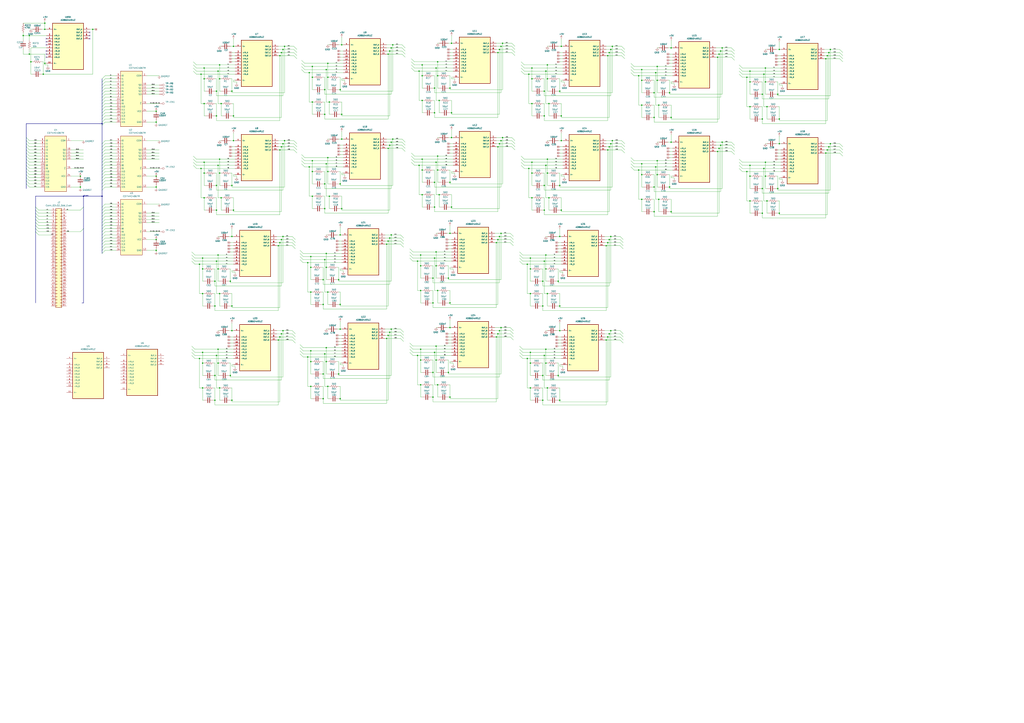
<source format=kicad_sch>
(kicad_sch (version 20250114) (generator "eeschema") (generator_version "9.0")
  (paper "A1")
  (junction (at 527.05 134.62))
  (junction (at 358.14 295.91))
  (junction (at 267.97 219.71))
  (junction (at 267.97 57.15))
  (junction (at 163.83 217.17))
  (junction (at 176.53 231.14))
  (junction (at 321.31 270.51))
  (junction (at 128.27 153.67))
  (junction (at 411.48 115.57))
  (junction (at 679.45 123.19))
  (junction (at 459.74 194.31))
  (junction (at 445.77 328.93))
  (junction (at 615.95 67.31))
  (junction (at 411.48 191.77))
  (junction (at 628.65 144.78))
  (junction (at 167.64 64.77))
  (junction (at 181.61 85.09))
  (junction (at 128.27 100.33))
  (junction (at 180.34 64.77))
  (junction (at 527.05 163.83))
  (junction (at 436.88 64.77))
  (junction (at 179.07 58.42))
  (junction (at 538.48 59.69))
  (junction (at 435.61 212.09))
  (junction (at 591.82 119.38))
  (junction (at 355.6 326.39))
  (junction (at 177.8 95.25))
  (junction (at 638.81 77.47))
  (junction (at 410.21 194.31))
  (junction (at 189.23 308.61))
  (junction (at 502.92 38.1))
  (junction (at 266.7 171.45))
  (junction (at 447.04 214.63))
  (junction (at 539.75 54.61))
  (junction (at 346.71 53.34))
  (junction (at 256.54 83.82))
  (junction (at 280.67 171.45))
  (junction (at 613.41 63.5))
  (junction (at 590.55 44.45))
  (junction (at 551.18 96.52))
  (junction (at 445.77 251.46))
  (junction (at 252.73 215.9))
  (junction (at 191.77 95.25))
  (junction (at 267.97 297.18))
  (junction (at 449.58 53.34))
  (junction (at 615.95 87.63))
  (junction (at 499.11 45.72))
  (junction (at 280.67 36.83))
  (junction (at 434.34 138.43))
  (junction (at 166.37 318.77))
  (junction (at 83.82 101.6))
  (junction (at 447.04 95.25))
  (junction (at 320.04 195.58))
  (junction (at 640.08 118.11))
  (junction (at 407.67 199.39))
  (junction (at 626.11 97.79))
  (junction (at 322.58 36.83))
  (junction (at 191.77 172.72))
  (junction (at 435.61 298.45))
  (junction (at 229.87 199.39))
  (junction (at 450.85 85.09))
  (junction (at 191.77 38.1))
  (junction (at 449.58 64.77))
  (junction (at 593.09 116.84))
  (junction (at 166.37 241.3))
  (junction (at 638.81 154.94))
  (junction (at 497.84 279.4))
  (junction (at 527.05 66.04))
  (junction (at 346.71 82.55))
  (junction (at 369.57 72.39))
  (junction (at 280.67 93.98))
  (junction (at 459.74 271.78))
  (junction (at 279.4 151.13))
  (junction (at 537.21 153.67))
  (junction (at 270.51 161.29))
  (junction (at 369.57 326.39))
  (junction (at 359.41 50.8))
  (junction (at 527.05 86.36))
  (junction (at 180.34 241.3))
  (junction (at 527.05 57.15))
  (junction (at 355.6 306.07))
  (junction (at 448.31 298.45))
  (junction (at 681.99 40.64))
  (junction (at 231.14 274.32))
  (junction (at 255.27 210.82))
  (junction (at 410.21 271.78))
  (junction (at 191.77 115.57))
  (junction (at 628.65 55.88))
  (junction (at 269.24 63.5))
  (junction (at 179.07 209.55))
  (junction (at 176.53 328.93))
  (junction (at 447.04 74.93))
  (junction (at 179.07 287.02))
  (junction (at 499.11 276.86))
  (junction (at 360.68 82.55))
  (junction (at 265.43 229.87))
  (junction (at 165.1 60.96))
  (junction (at 166.37 289.56))
  (junction (at 537.21 76.2))
  (junction (at 435.61 241.3))
  (junction (at 189.23 231.14))
  (junction (at 447.04 172.72))
  (junction (at 279.4 327.66))
  (junction (at 356.87 149.86))
  (junction (at 433.07 217.17))
  (junction (at 501.65 194.31))
  (junction (at 269.24 129.54))
  (junction (at 356.87 170.18))
  (junction (at 128.27 144.78))
  (junction (at 551.18 39.37))
  (junction (at 344.17 135.89))
  (junction (at 539.75 66.04))
  (junction (at 19.05 29.21))
  (junction (at 589.28 124.46))
  (junction (at 449.58 241.3))
  (junction (at 321.31 39.37))
  (junction (at 190.5 251.46))
  (junction (at 589.28 46.99))
  (junction (at 232.41 271.78))
  (junction (at 679.45 45.72))
  (junction (at 320.04 119.38))
  (junction (at 179.07 135.89))
  (junction (at 229.87 123.19))
  (junction (at 615.95 144.78))
  (junction (at 255.27 297.18))
  (junction (at 549.91 76.2))
  (junction (at 66.04 144.78))
  (junction (at 615.95 165.1))
  (junction (at 266.7 290.83))
  (junction (at 231.14 196.85))
  (junction (at 410.21 118.11))
  (junction (at 458.47 231.14))
  (junction (at 537.21 173.99))
  (junction (at 435.61 318.77))
  (junction (at 267.97 134.62))
  (junction (at 500.38 43.18))
  (junction (at 345.44 295.91))
  (junction (at 499.11 123.19))
  (junction (at 356.87 289.56))
  (junction (at 501.65 118.11))
  (junction (at 359.41 316.23))
  (junction (at 502.92 115.57))
  (junction (at 537.21 96.52))
  (junction (at 266.7 213.36))
  (junction (at 524.51 62.23))
  (junction (at 359.41 128.27))
  (junction (at 317.5 200.66))
  (junction (at 254 59.69))
  (junction (at 593.09 39.37))
  (junction (at 177.8 292.1))
  (junction (at 358.14 207.01))
  (junction (at 434.34 60.96))
  (junction (at 358.14 218.44))
  (junction (at 267.97 285.75))
  (junction (at 541.02 86.36))
  (junction (at 177.8 172.72))
  (junction (at 369.57 149.86))
  (junction (at 177.8 152.4))
  (junction (at 190.5 328.93))
  (junction (at 269.24 140.97))
  (junction (at 680.72 43.18))
  (junction (at 628.65 133.35))
  (junction (at 459.74 152.4))
  (junction (at 344.17 58.42))
  (junction (at 167.64 85.09))
  (junction (at 359.41 238.76))
  (junction (at 256.54 140.97))
  (junction (at 448.31 135.89))
  (junction (at 461.01 115.57))
  (junction (at 369.57 248.92))
  (junction (at 449.58 130.81))
  (junction (at 356.87 212.09))
  (junction (at 458.47 308.61))
  (junction (at 345.44 287.02))
  (junction (at 180.34 130.81))
  (junction (at 626.11 77.47))
  (junction (at 266.7 93.98))
  (junction (at 459.74 328.93))
  (junction (at 190.5 74.93))
  (junction (at 461.01 38.1))
  (junction (at 280.67 114.3))
  (junction (at 269.24 240.03))
  (junction (at 279.4 73.66))
  (junction (at 318.77 121.92))
  (junction (at 128.27 205.74))
  (junction (at 412.75 113.03))
  (junction (at 342.9 292.1))
  (junction (at 181.61 162.56))
  (junction (at 678.18 125.73))
  (junction (at 68.58 161.29))
  (junction (at 229.87 276.86))
  (junction (at 449.58 142.24))
  (junction (at 640.08 97.79))
  (junction (at 163.83 294.64))
  (junction (at 436.88 133.35))
  (junction (at 410.21 40.64))
  (junction (at 640.08 40.64))
  (junction (at 25.4 50.8))
  (junction (at 411.48 269.24))
  (junction (at 538.48 137.16))
  (junction (at 626.11 154.94))
  (junction (at 678.18 48.26))
  (junction (at 83.82 161.29))
  (junction (at 346.71 62.23))
  (junction (at 613.41 140.97))
  (junction (at 167.64 55.88))
  (junction (at 356.87 72.39))
  (junction (at 355.6 248.92))
  (junction (at 500.38 274.32))
  (junction (at 265.43 307.34))
  (junction (at 459.74 251.46))
  (junction (at 591.82 41.91))
  (junction (at 408.94 196.85))
  (junction (at 407.67 276.86))
  (junction (at 345.44 316.23))
  (junction (at 358.14 133.35))
  (junction (at 318.77 198.12))
  (junction (at 450.85 162.56))
  (junction (at 358.14 284.48))
  (junction (at 435.61 289.56))
  (junction (at 320.04 273.05))
  (junction (at 524.51 139.7))
  (junction (at 165.1 138.43))
  (junction (at 256.54 54.61))
  (junction (at 461.01 172.72))
  (junction (at 447.04 152.4))
  (junction (at 231.14 43.18))
  (junction (at 66.04 153.67))
  (junction (at 345.44 238.76))
  (junction (at 681.99 118.11))
  (junction (at 408.94 120.65))
  (junction (at 369.57 269.24))
  (junction (at 436.88 85.09))
  (junction (at 35.56 60.96))
  (junction (at 180.34 318.77))
  (junction (at 501.65 40.64))
  (junction (at 358.14 55.88))
  (junction (at 256.54 63.5))
  (junction (at 539.75 143.51))
  (junction (at 252.73 293.37))
  (junction (at 228.6 201.93))
  (junction (at 269.24 52.07))
  (junction (at 24.13 44.45))
  (junction (at 180.34 142.24))
  (junction (at 177.8 74.93))
  (junction (at 255.27 317.5))
  (junction (at 190.5 194.31))
  (junction (at 551.18 116.84))
  (junction (at 321.31 116.84))
  (junction (at 360.68 160.02))
  (junction (at 36.83 24.13))
  (junction (at 501.65 271.78))
  (junction (at 255.27 288.29))
  (junction (at 435.61 220.98))
  (junction (at 433.07 294.64))
  (junction (at 167.64 142.24))
  (junction (at 500.38 120.65))
  (junction (at 233.68 115.57))
  (junction (at 499.11 199.39))
  (junction (at 527.05 143.51))
  (junction (at 228.6 279.4))
  (junction (at 190.5 271.78))
  (junction (at 166.37 212.09))
  (junction (at 179.07 298.45))
  (junction (at 368.3 306.07))
  (junction (at 370.84 92.71))
  (junction (at 346.71 160.02))
  (junction (at 322.58 114.3))
  (junction (at 356.87 92.71))
  (junction (at 76.2 24.13))
  (junction (at 436.88 162.56))
  (junction (at 229.87 45.72))
  (junction (at 448.31 287.02))
  (junction (at 626.11 175.26))
  (junction (at 36.83 52.07))
  (junction (at 176.53 308.61))
  (junction (at 232.41 40.64))
  (junction (at 497.84 201.93))
  (junction (at 447.04 292.1))
  (junction (at 128.27 196.85))
  (junction (at 629.92 87.63))
  (junction (at 551.18 173.99))
  (junction (at 318.77 44.45))
  (junction (at 411.48 38.1))
  (junction (at 232.41 194.31))
  (junction (at 232.41 118.11))
  (junction (at 180.34 53.34))
  (junction (at 541.02 163.83))
  (junction (at 267.97 208.28))
  (junction (at 448.31 220.98))
  (junction (at 539.75 132.08))
  (junction (at 346.71 139.7))
  (junction (at 640.08 175.26))
  (junction (at 279.4 270.51))
  (junction (at 321.31 193.04))
  (junction (at 627.38 60.96))
  (junction (at 166.37 220.98))
  (junction (at 436.88 55.88))
  (junction (at 459.74 74.93))
  (junction (at 266.7 73.66))
  (junction (at 461.01 95.25))
  (junction (at 255.27 219.71))
  (junction (at 167.64 133.35))
  (junction (at 370.84 35.56))
  (junction (at 345.44 218.44))
  (junction (at 320.04 41.91))
  (junction (at 355.6 228.6))
  (junction (at 166.37 298.45))
  (junction (at 167.64 162.56))
  (junction (at 445.77 231.14))
  (junction (at 256.54 161.29))
  (junction (at 128.27 91.44))
  (junction (at 269.24 317.5))
  (junction (at 278.13 307.34))
  (junction (at 345.44 209.55))
  (junction (at 615.95 135.89))
  (junction (at 359.41 139.7))
  (junction (at 680.72 120.65))
  (junction (at 179.07 220.98))
  (junction (at 549.91 153.67))
  (junction (at 615.95 58.42))
  (junction (at 278.13 229.87))
  (junction (at 408.94 274.32))
  (junction (at 265.43 327.66))
  (junction (at 265.43 250.19))
  (junction (at 177.8 214.63))
  (junction (at 176.53 251.46))
  (junction (at 279.4 250.19))
  (junction (at 628.65 67.31))
  (junction (at 359.41 62.23))
  (junction (at 500.38 196.85))
  (junction (at 346.71 130.81))
  (junction (at 255.27 240.03))
  (junction (at 317.5 278.13))
  (junction (at 190.5 152.4))
  (junction (at 368.3 228.6))
  (junction (at 448.31 209.55))
  (junction (at 254 137.16))
  (junction (at 231.14 120.65))
  (junction (at 233.68 38.1))
  (junction (at 369.57 191.77))
  (junction (at 448.31 58.42))
  (junction (at 370.84 113.03))
  (junction (at 256.54 132.08))
  (junction (at 342.9 214.63))
  (junction (at 266.7 151.13))
  (junction (at 24.13 29.21))
  (junction (at 270.51 83.82))
  (junction (at 318.77 275.59))
  (junction (at 445.77 308.61))
  (junction (at 449.58 318.77))
  (junction (at 279.4 193.04))
  (junction (at 412.75 35.56))
  (junction (at 370.84 170.18))
  (junction (at 590.55 121.92))
  (junction (at 36.83 19.05))
  (junction (at 408.94 43.18))
  (junction (at 629.92 165.1))
  (junction (at 436.88 142.24))
  (junction (at 627.38 138.43))
  (no_connect (at 38.1 41.91))
  (no_connect (at 38.1 44.45))
  (no_connect (at 73.66 31.75))
  (no_connect (at 38.1 36.83))
  (no_connect (at 38.1 31.75))
  (no_connect (at 38.1 46.99))
  (no_connect (at 38.1 34.29))
  (no_connect (at 73.66 26.67))
  (no_connect (at 73.66 29.21))
  (bus_entry (at 600.71 121.92) (size 2.54 2.54))
  (bus_entry (at 419.1 269.24) (size 2.54 2.54))
  (bus_entry (at 426.72 209.55) (size 2.54 2.54))
  (bus_entry (at 420.37 120.65) (size 2.54 2.54))
  (bus_entry (at 689.61 48.26) (size 2.54 2.54))
  (bus_entry (at 337.82 55.88) (size 2.54 2.54))
  (bus_entry (at 330.2 41.91) (size 2.54 2.54))
  (bus_entry (at 427.99 55.88) (size 2.54 2.54))
  (bus_entry (at 86.36 128.27) (size -2.54 2.54))
  (bus_entry (at 420.37 118.11) (size 2.54 2.54))
  (bus_entry (at 86.36 170.18) (size -2.54 2.54))
  (bus_entry (at 21.59 120.65) (size 2.54 2.54))
  (bus_entry (at 247.65 57.15) (size 2.54 2.54))
  (bus_entry (at 86.36 146.05) (size -2.54 2.54))
  (bus_entry (at 689.61 123.19) (size 2.54 2.54))
  (bus_entry (at 336.55 207.01) (size 2.54 2.54))
  (bus_entry (at 426.72 214.63) (size 2.54 2.54))
  (bus_entry (at 420.37 113.03) (size 2.54 2.54))
  (bus_entry (at 86.36 182.88) (size -2.54 2.54))
  (bus_entry (at 426.72 212.09) (size 2.54 2.54))
  (bus_entry (at 157.48 212.09) (size 2.54 2.54))
  (bus_entry (at 29.21 172.72) (size 2.54 2.54))
  (bus_entry (at 509.27 201.93) (size 2.54 2.54))
  (bus_entry (at 426.72 289.56) (size 2.54 2.54))
  (bus_entry (at 21.59 130.81) (size 2.54 2.54))
  (bus_entry (at 600.71 41.91) (size 2.54 2.54))
  (bus_entry (at 86.36 118.11) (size -2.54 2.54))
  (bus_entry (at 427.99 58.42) (size 2.54 2.54))
  (bus_entry (at 246.38 210.82) (size 2.54 2.54))
  (bus_entry (at 241.3 120.65) (size 2.54 2.54))
  (bus_entry (at 21.59 148.59) (size 2.54 2.54))
  (bus_entry (at 241.3 123.19) (size 2.54 2.54))
  (bus_entry (at 419.1 191.77) (size 2.54 2.54))
  (bus_entry (at 518.16 129.54) (size 2.54 2.54))
  (bus_entry (at 86.36 87.63) (size -2.54 2.54))
  (bus_entry (at 337.82 130.81) (size 2.54 2.54))
  (bus_entry (at 427.99 128.27) (size 2.54 2.54))
  (bus_entry (at 247.65 49.53) (size 2.54 2.54))
  (bus_entry (at 328.93 278.13) (size 2.54 2.54))
  (bus_entry (at 607.06 58.42) (size 2.54 2.54))
  (bus_entry (at 86.36 151.13) (size -2.54 2.54))
  (bus_entry (at 86.36 172.72) (size -2.54 2.54))
  (bus_entry (at 86.36 82.55) (size -2.54 2.54))
  (bus_entry (at 607.06 130.81) (size 2.54 2.54))
  (bus_entry (at 419.1 199.39) (size 2.54 2.54))
  (bus_entry (at 86.36 90.17) (size -2.54 2.54))
  (bus_entry (at 246.38 213.36) (size 2.54 2.54))
  (bus_entry (at 86.36 100.33) (size -2.54 2.54))
  (bus_entry (at 158.75 50.8) (size 2.54 2.54))
  (bus_entry (at 689.61 118.11) (size 2.54 2.54))
  (bus_entry (at 158.75 128.27) (size 2.54 2.54))
  (bus_entry (at 607.06 133.35) (size 2.54 2.54))
  (bus_entry (at 86.36 133.35) (size -2.54 2.54))
  (bus_entry (at 247.65 132.08) (size 2.54 2.54))
  (bus_entry (at 689.61 40.64) (size 2.54 2.54))
  (bus_entry (at 240.03 194.31) (size 2.54 2.54))
  (bus_entry (at 328.93 193.04) (size 2.54 2.54))
  (bus_entry (at 246.38 208.28) (size 2.54 2.54))
  (bus_entry (at 689.61 45.72) (size 2.54 2.54))
  (bus_entry (at 86.36 200.66) (size -2.54 2.54))
  (bus_entry (at 29.21 177.8) (size 2.54 2.54))
  (bus_entry (at 21.59 128.27) (size 2.54 2.54))
  (bus_entry (at 518.16 57.15) (size 2.54 2.54))
  (bus_entry (at 240.03 279.4) (size 2.54 2.54))
  (bus_entry (at 336.55 212.09) (size 2.54 2.54))
  (bus_entry (at 247.65 52.07) (size 2.54 2.54))
  (bus_entry (at 240.03 201.93) (size 2.54 2.54))
  (bus_entry (at 158.75 135.89) (size 2.54 2.54))
  (bus_entry (at 240.03 199.39) (size 2.54 2.54))
  (bus_entry (at 86.36 175.26) (size -2.54 2.54))
  (bus_entry (at 86.36 187.96) (size -2.54 2.54))
  (bus_entry (at 427.99 50.8) (size 2.54 2.54))
  (bus_entry (at 241.3 45.72) (size 2.54 2.54))
  (bus_entry (at 510.54 115.57) (size 2.54 2.54))
  (bus_entry (at 86.36 80.01) (size -2.54 2.54))
  (bus_entry (at 427.99 135.89) (size 2.54 2.54))
  (bus_entry (at 510.54 123.19) (size 2.54 2.54))
  (bus_entry (at 86.36 205.74) (size -2.54 2.54))
  (bus_entry (at 240.03 276.86) (size 2.54 2.54))
  (bus_entry (at 246.38 205.74) (size 2.54 2.54))
  (bus_entry (at 21.59 113.03) (size 2.54 2.54))
  (bus_entry (at 336.55 281.94) (size 2.54 2.54))
  (bus_entry (at 86.36 95.25) (size -2.54 2.54))
  (bus_entry (at 337.82 53.34) (size 2.54 2.54))
  (bus_entry (at 607.06 55.88) (size 2.54 2.54))
  (bus_entry (at 328.93 200.66) (size 2.54 2.54))
  (bus_entry (at 510.54 45.72) (size 2.54 2.54))
  (bus_entry (at 420.37 35.56) (size 2.54 2.54))
  (bus_entry (at 86.36 77.47) (size -2.54 2.54))
  (bus_entry (at 518.16 137.16) (size 2.54 2.54))
  (bus_entry (at 241.3 40.64) (size 2.54 2.54))
  (bus_entry (at 246.38 288.29) (size 2.54 2.54))
  (bus_entry (at 86.36 148.59) (size -2.54 2.54))
  (bus_entry (at 509.27 271.78) (size 2.54 2.54))
  (bus_entry (at 21.59 123.19) (size 2.54 2.54))
  (bus_entry (at 689.61 125.73) (size 2.54 2.54))
  (bus_entry (at 86.36 180.34) (size -2.54 2.54))
  (bus_entry (at 518.16 132.08) (size 2.54 2.54))
  (bus_entry (at 328.93 195.58) (size 2.54 2.54))
  (bus_entry (at 86.36 72.39) (size -2.54 2.54))
  (bus_entry (at 330.2 36.83) (size 2.54 2.54))
  (bus_entry (at 157.48 207.01) (size 2.54 2.54))
  (bus_entry (at 86.36 67.31) (size -2.54 2.54))
  (bus_entry (at 510.54 38.1) (size 2.54 2.54))
  (bus_entry (at 426.72 292.1) (size 2.54 2.54))
  (bus_entry (at 510.54 118.11) (size 2.54 2.54))
  (bus_entry (at 518.16 59.69) (size 2.54 2.54))
  (bus_entry (at 337.82 125.73) (size 2.54 2.54))
  (bus_entry (at 509.27 196.85) (size 2.54 2.54))
  (bus_entry (at 86.36 92.71) (size -2.54 2.54))
  (bus_entry (at 420.37 115.57) (size 2.54 2.54))
  (bus_entry (at 509.27 199.39) (size 2.54 2.54))
  (bus_entry (at 600.71 119.38) (size 2.54 2.54))
  (bus_entry (at 29.21 185.42) (size 2.54 2.54))
  (bus_entry (at 86.36 153.67) (size -2.54 2.54))
  (bus_entry (at 518.16 134.62) (size 2.54 2.54))
  (bus_entry (at 21.59 151.13) (size 2.54 2.54))
  (bus_entry (at 86.36 143.51) (size -2.54 2.54))
  (bus_entry (at 158.75 58.42) (size 2.54 2.54))
  (bus_entry (at 427.99 133.35) (size 2.54 2.54))
  (bus_entry (at 86.36 74.93) (size -2.54 2.54))
  (bus_entry (at 607.06 135.89) (size 2.54 2.54))
  (bus_entry (at 21.59 143.51) (size 2.54 2.54))
  (bus_entry (at 510.54 120.65) (size 2.54 2.54))
  (bus_entry (at 241.3 38.1) (size 2.54 2.54))
  (bus_entry (at 607.06 53.34) (size 2.54 2.54))
  (bus_entry (at 600.71 46.99) (size 2.54 2.54))
  (bus_entry (at 419.1 194.31) (size 2.54 2.54))
  (bus_entry (at 29.21 175.26) (size 2.54 2.54))
  (bus_entry (at 509.27 274.32) (size 2.54 2.54))
  (bus_entry (at 246.38 285.75) (size 2.54 2.54))
  (bus_entry (at 509.27 279.4) (size 2.54 2.54))
  (bus_entry (at 157.48 292.1) (size 2.54 2.54))
  (bus_entry (at 86.36 135.89) (size -2.54 2.54))
  (bus_entry (at 86.36 140.97) (size -2.54 2.54))
  (bus_entry (at 247.65 134.62) (size 2.54 2.54))
  (bus_entry (at 21.59 135.89) (size 2.54 2.54))
  (bus_entry (at 247.65 129.54) (size 2.54 2.54))
  (bus_entry (at 86.36 69.85) (size -2.54 2.54))
  (bus_entry (at 29.21 187.96) (size 2.54 2.54))
  (bus_entry (at 419.1 271.78) (size 2.54 2.54))
  (bus_entry (at 29.21 180.34) (size 2.54 2.54))
  (bus_entry (at 157.48 214.63) (size 2.54 2.54))
  (bus_entry (at 68.58 187.96) (size -2.54 2.54))
  (bus_entry (at 330.2 119.38) (size 2.54 2.54))
  (bus_entry (at 86.36 123.19) (size -2.54 2.54))
  (bus_entry (at 86.36 120.65) (size -2.54 2.54))
  (bus_entry (at 337.82 128.27) (size 2.54 2.54))
  (bus_entry (at 600.71 124.46) (size 2.54 2.54))
  (bus_entry (at 86.36 64.77) (size -2.54 2.54))
  (bus_entry (at 337.82 50.8) (size 2.54 2.54))
  (bus_entry (at 689.61 120.65) (size 2.54 2.54))
  (bus_entry (at 21.59 138.43) (size 2.54 2.54))
  (bus_entry (at 328.93 198.12) (size 2.54 2.54))
  (bus_entry (at 607.06 138.43) (size 2.54 2.54))
  (bus_entry (at 157.48 209.55) (size 2.54 2.54))
  (bus_entry (at 29.21 170.18) (size 2.54 2.54))
  (bus_entry (at 86.36 115.57) (size -2.54 2.54))
  (bus_entry (at 330.2 114.3) (size 2.54 2.54))
  (bus_entry (at 86.36 125.73) (size -2.54 2.54))
  (bus_entry (at 241.3 115.57) (size 2.54 2.54))
  (bus_entry (at 21.59 133.35) (size 2.54 2.54))
  (bus_entry (at 240.03 274.32) (size 2.54 2.54))
  (bus_entry (at 157.48 284.48) (size 2.54 2.54))
  (bus_entry (at 336.55 209.55) (size 2.54 2.54))
  (bus_entry (at 86.36 190.5) (size -2.54 2.54))
  (bus_entry (at 247.65 127) (size 2.54 2.54))
  (bus_entry (at 330.2 44.45) (size 2.54 2.54))
  (bus_entry (at 158.75 55.88) (size 2.54 2.54))
  (bus_entry (at 510.54 40.64) (size 2.54 2.54))
  (bus_entry (at 518.16 54.61) (size 2.54 2.54))
  (bus_entry (at 337.82 133.35) (size 2.54 2.54))
  (bus_entry (at 68.58 170.18) (size -2.54 2.54))
  (bus_entry (at 157.48 289.56) (size 2.54 2.54))
  (bus_entry (at 21.59 146.05) (size 2.54 2.54))
  (bus_entry (at 240.03 271.78) (size 2.54 2.54))
  (bus_entry (at 158.75 130.81) (size 2.54 2.54))
  (bus_entry (at 518.16 52.07) (size 2.54 2.54))
  (bus_entry (at 420.37 40.64) (size 2.54 2.54))
  (bus_entry (at 330.2 121.92) (size 2.54 2.54))
  (bus_entry (at 21.59 115.57) (size 2.54 2.54))
  (bus_entry (at 509.27 194.31) (size 2.54 2.54))
  (bus_entry (at 86.36 85.09) (size -2.54 2.54))
  (bus_entry (at 21.59 118.11) (size 2.54 2.54))
  (bus_entry (at 337.82 48.26) (size 2.54 2.54))
  (bus_entry (at 600.71 39.37) (size 2.54 2.54))
  (bus_entry (at 86.36 97.79) (size -2.54 2.54))
  (bus_entry (at 426.72 284.48) (size 2.54 2.54))
  (bus_entry (at 427.99 130.81) (size 2.54 2.54))
  (bus_entry (at 419.1 276.86) (size 2.54 2.54))
  (bus_entry (at 246.38 290.83) (size 2.54 2.54))
  (bus_entry (at 86.36 203.2) (size -2.54 2.54))
  (bus_entry (at 29.21 190.5) (size 2.54 2.54))
  (bus_entry (at 328.93 273.05) (size 2.54 2.54))
  (bus_entry (at 426.72 207.01) (size 2.54 2.54))
  (bus_entry (at 157.48 287.02) (size 2.54 2.54))
  (bus_entry (at 21.59 140.97) (size 2.54 2.54))
  (bus_entry (at 328.93 275.59) (size 2.54 2.54))
  (bus_entry (at 86.36 185.42) (size -2.54 2.54))
  (bus_entry (at 247.65 54.61) (size 2.54 2.54))
  (bus_entry (at 427.99 53.34) (size 2.54 2.54))
  (bus_entry (at 509.27 276.86) (size 2.54 2.54))
  (bus_entry (at 419.1 196.85) (size 2.54 2.54))
  (bus_entry (at 158.75 133.35) (size 2.54 2.54))
  (bus_entry (at 21.59 125.73) (size 2.54 2.54))
  (bus_entry (at 241.3 118.11) (size 2.54 2.54))
  (bus_entry (at 86.36 193.04) (size -2.54 2.54))
  (bus_entry (at 86.36 198.12) (size -2.54 2.54))
  (bus_entry (at 420.37 38.1) (size 2.54 2.54))
  (bus_entry (at 86.36 177.8) (size -2.54 2.54))
  (bus_entry (at 336.55 204.47) (size 2.54 2.54))
  (bus_entry (at 600.71 116.84) (size 2.54 2.54))
  (bus_entry (at 510.54 43.18) (size 2.54 2.54))
  (bus_entry (at 246.38 283.21) (size 2.54 2.54))
  (bus_entry (at 420.37 43.18) (size 2.54 2.54))
  (bus_entry (at 426.72 287.02) (size 2.54 2.54))
  (bus_entry (at 29.21 182.88) (size 2.54 2.54))
  (bus_entry (at 607.06 60.96) (size 2.54 2.54))
  (bus_entry (at 158.75 53.34) (size 2.54 2.54))
  (bus_entry (at 86.36 195.58) (size -2.54 2.54))
  (bus_entry (at 330.2 39.37) (size 2.54 2.54))
  (bus_entry (at 336.55 284.48) (size 2.54 2.54))
  (bus_entry (at 241.3 43.18) (size 2.54 2.54))
  (bus_entry (at 600.71 44.45) (size 2.54 2.54))
  (bus_entry (at 86.36 167.64) (size -2.54 2.54))
  (bus_entry (at 689.61 43.18) (size 2.54 2.54))
  (bus_entry (at 328.93 270.51) (size 2.54 2.54))
  (bus_entry (at 336.55 289.56) (size 2.54 2.54))
  (bus_entry (at 336.55 287.02) (size 2.54 2.54))
  (bus_entry (at 86.36 62.23) (size -2.54 2.54))
  (bus_entry (at 419.1 274.32) (size 2.54 2.54))
  (bus_entry (at 86.36 130.81) (size -2.54 2.54))
  (bus_entry (at 240.03 196.85) (size 2.54 2.54))
  (bus_entry (at 330.2 116.84) (size 2.54 2.54))
  (bus_entry (at 86.36 138.43) (size -2.54 2.54))
  (wire (pts (xy 589.28 46.99) (xy 589.28 100.33)))
  (wire (pts (xy 24.13 148.59) (xy 33.02 148.59)))
  (wire (pts (xy 233.68 115.57) (xy 241.3 115.57)))
  (wire (pts (xy 280.67 293.37) (xy 252.73 293.37)))
  (bus (pts (xy 83.82 128.27) (xy 83.82 130.81)))
  (wire (pts (xy 265.43 327.66) (xy 264.16 327.66)))
  (wire (pts (xy 228.6 45.72) (xy 229.87 45.72)))
  (wire (pts (xy 36.83 19.05) (xy 36.83 24.13)))
  (wire (pts (xy 461.01 212.09) (xy 435.61 212.09)))
  (wire (pts (xy 591.82 80.01) (xy 537.21 80.01)))
  (wire (pts (xy 497.84 45.72) (xy 499.11 45.72)))
  (wire (pts (xy 167.64 142.24) (xy 167.64 152.4)))
  (wire (pts (xy 410.21 118.11) (xy 410.21 171.45)))
  (bus (pts (xy 83.82 123.19) (xy 83.82 125.73)))
  (wire (pts (xy 180.34 241.3) (xy 181.61 241.3)))
  (bus (pts (xy 83.82 180.34) (xy 83.82 182.88)))
  (wire (pts (xy 637.54 118.11) (xy 640.08 118.11)))
  (wire (pts (xy 410.21 40.64) (xy 410.21 93.98)))
  (wire (pts (xy 66.04 153.67) (xy 66.04 152.4)))
  (wire (pts (xy 435.61 328.93) (xy 436.88 328.93)))
  (wire (pts (xy 24.13 128.27) (xy 33.02 128.27)))
  (wire (pts (xy 281.94 137.16) (xy 254 137.16)))
  (wire (pts (xy 340.36 135.89) (xy 344.17 135.89)))
  (bus (pts (xy 21.59 135.89) (xy 21.59 138.43)))
  (wire (pts (xy 120.65 138.43) (xy 130.81 138.43)))
  (wire (pts (xy 372.11 128.27) (xy 359.41 128.27)))
  (wire (pts (xy 321.31 270.51) (xy 328.93 270.51)))
  (wire (pts (xy 232.41 118.11) (xy 241.3 118.11)))
  (wire (pts (xy 679.45 45.72) (xy 679.45 99.06)))
  (wire (pts (xy 66.04 190.5) (xy 54.61 190.5)))
  (bus (pts (xy 21.59 128.27) (xy 21.59 130.81)))
  (wire (pts (xy 527.05 143.51) (xy 527.05 153.67)))
  (wire (pts (xy 358.14 207.01) (xy 358.14 218.44)))
  (wire (pts (xy 676.91 40.64) (xy 681.99 40.64)))
  (wire (pts (xy 318.77 175.26) (xy 266.7 175.26)))
  (wire (pts (xy 615.95 154.94) (xy 617.22 154.94)))
  (wire (pts (xy 355.6 316.23) (xy 354.33 316.23)))
  (wire (pts (xy 322.58 36.83) (xy 322.58 74.93)))
  (wire (pts (xy 165.1 85.09) (xy 167.64 85.09)))
  (wire (pts (xy 86.36 198.12) (xy 95.25 198.12)))
  (wire (pts (xy 279.4 298.45) (xy 280.67 298.45)))
  (wire (pts (xy 193.04 138.43) (xy 165.1 138.43)))
  (wire (pts (xy 267.97 285.75) (xy 267.97 297.18)))
  (wire (pts (xy 120.65 144.78) (xy 128.27 144.78)))
  (wire (pts (xy 541.02 173.99) (xy 542.29 173.99)))
  (wire (pts (xy 346.71 62.23) (xy 347.98 62.23)))
  (wire (pts (xy 189.23 284.48) (xy 191.77 284.48)))
  (wire (pts (xy 368.3 113.03) (xy 370.84 113.03)))
  (wire (pts (xy 176.53 220.98) (xy 176.53 231.14)))
  (wire (pts (xy 256.54 73.66) (xy 257.81 73.66)))
  (wire (pts (xy 676.91 43.18) (xy 680.72 43.18)))
  (wire (pts (xy 190.5 74.93) (xy 189.23 74.93)))
  (wire (pts (xy 281.94 132.08) (xy 256.54 132.08)))
  (wire (pts (xy 613.41 140.97) (xy 613.41 165.1)))
  (wire (pts (xy 269.24 140.97) (xy 270.51 140.97)))
  (wire (pts (xy 176.53 328.93) (xy 175.26 328.93)))
  (wire (pts (xy 355.6 232.41) (xy 355.6 228.6)))
  (wire (pts (xy 537.21 177.8) (xy 537.21 173.99)))
  (wire (pts (xy 368.3 199.39) (xy 370.84 199.39)))
  (wire (pts (xy 609.6 135.89) (xy 615.95 135.89)))
  (wire (pts (xy 434.34 85.09) (xy 436.88 85.09)))
  (wire (pts (xy 181.61 115.57) (xy 180.34 115.57)))
  (wire (pts (xy 231.14 274.32) (xy 240.03 274.32)))
  (wire (pts (xy 190.5 328.93) (xy 189.23 328.93)))
  (wire (pts (xy 640.08 87.63) (xy 638.81 87.63)))
  (wire (pts (xy 449.58 328.93) (xy 450.85 328.93)))
  (wire (pts (xy 86.36 182.88) (xy 95.25 182.88)))
  (wire (pts (xy 370.84 82.55) (xy 370.84 92.71)))
  (wire (pts (xy 501.65 271.78) (xy 501.65 309.88)))
  (wire (pts (xy 165.1 162.56) (xy 167.64 162.56)))
  (wire (pts (xy 552.45 137.16) (xy 538.48 137.16)))
  (wire (pts (xy 266.7 161.29) (xy 266.7 171.45)))
  (wire (pts (xy 128.27 205.74) (xy 128.27 204.47)))
  (wire (pts (xy 527.05 143.51) (xy 528.32 143.51)))
  (wire (pts (xy 265.43 219.71) (xy 265.43 229.87)))
  (wire (pts (xy 615.95 58.42) (xy 615.95 67.31)))
  (wire (pts (xy 539.75 132.08) (xy 520.7 132.08)))
  (wire (pts (xy 436.88 64.77) (xy 438.15 64.77)))
  (bus (pts (xy 68.58 161.29) (xy 68.58 170.18)))
  (wire (pts (xy 356.87 82.55) (xy 356.87 92.71)))
  (wire (pts (xy 356.87 62.23) (xy 355.6 62.23)))
  (bus (pts (xy 29.21 170.18) (xy 29.21 172.72)))
  (wire (pts (xy 346.71 139.7) (xy 346.71 149.86)))
  (wire (pts (xy 541.02 116.84) (xy 539.75 116.84)))
  (wire (pts (xy 638.81 67.31) (xy 637.54 67.31)))
  (wire (pts (xy 640.08 176.53) (xy 640.08 175.26)))
  (wire (pts (xy 161.29 60.96) (xy 165.1 60.96)))
  (wire (pts (xy 255.27 229.87) (xy 256.54 229.87)))
  (wire (pts (xy 359.41 128.27) (xy 340.36 128.27)))
  (wire (pts (xy 269.24 240.03) (xy 269.24 250.19)))
  (wire (pts (xy 551.18 116.84) (xy 552.45 116.84)))
  (wire (pts (xy 176.53 318.77) (xy 175.26 318.77)))
  (wire (pts (xy 461.01 31.75) (xy 461.01 38.1)))
  (wire (pts (xy 629.92 118.11) (xy 628.65 118.11)))
  (bus (pts (xy 83.82 143.51) (xy 83.82 146.05)))
  (wire (pts (xy 445.77 312.42) (xy 445.77 308.61)))
  (wire (pts (xy 281.94 134.62) (xy 267.97 134.62)))
  (wire (pts (xy 588.01 124.46) (xy 589.28 124.46)))
  (wire (pts (xy 458.47 204.47) (xy 461.01 204.47)))
  (wire (pts (xy 58.42 123.19) (xy 68.58 123.19)))
  (wire (pts (xy 459.74 153.67) (xy 502.92 153.67)))
  (wire (pts (xy 411.48 38.1) (xy 420.37 38.1)))
  (wire (pts (xy 372.11 58.42) (xy 344.17 58.42)))
  (wire (pts (xy 450.85 95.25) (xy 452.12 95.25)))
  (wire (pts (xy 229.87 252.73) (xy 190.5 252.73)))
  (wire (pts (xy 408.94 250.19) (xy 369.57 250.19)))
  (wire (pts (xy 359.41 238.76) (xy 359.41 248.92)))
  (wire (pts (xy 551.18 146.05) (xy 553.72 146.05)))
  (wire (pts (xy 250.19 57.15) (xy 267.97 57.15)))
  (wire (pts (xy 317.5 114.3) (xy 322.58 114.3)))
  (wire (pts (xy 626.11 77.47) (xy 624.84 77.47)))
  (wire (pts (xy 638.81 156.21) (xy 638.81 154.94)))
  (wire (pts (xy 527.05 86.36) (xy 527.05 96.52)))
  (wire (pts (xy 370.84 142.24) (xy 373.38 142.24)))
  (wire (pts (xy 447.04 142.24) (xy 447.04 152.4)))
  (wire (pts (xy 283.21 143.51) (xy 283.21 144.78)))
  (wire (pts (xy 265.43 297.18) (xy 265.43 307.34)))
  (wire (pts (xy 345.44 295.91) (xy 345.44 306.07)))
  (wire (pts (xy 189.23 231.14) (xy 187.96 231.14)))
  (wire (pts (xy 458.47 309.88) (xy 501.65 309.88)))
  (wire (pts (xy 266.7 97.79) (xy 266.7 93.98)))
  (wire (pts (xy 412.75 35.56) (xy 412.75 73.66)))
  (bus (pts (xy 83.82 82.55) (xy 83.82 85.09)))
  (wire (pts (xy 356.87 212.09) (xy 356.87 238.76)))
  (wire (pts (xy 448.31 85.09) (xy 450.85 85.09)))
  (wire (pts (xy 368.3 307.34) (xy 411.48 307.34)))
  (wire (pts (xy 359.41 316.23) (xy 359.41 326.39)))
  (bus (pts (xy 83.82 120.65) (xy 83.82 123.19)))
  (wire (pts (xy 189.23 309.88) (xy 232.41 309.88)))
  (wire (pts (xy 86.36 87.63) (xy 95.25 87.63)))
  (wire (pts (xy 190.5 299.72) (xy 190.5 300.99)))
  (wire (pts (xy 459.74 120.65) (xy 462.28 120.65)))
  (wire (pts (xy 86.36 120.65) (xy 95.25 120.65)))
  (wire (pts (xy 280.67 215.9) (xy 252.73 215.9)))
  (wire (pts (xy 161.29 133.35) (xy 167.64 133.35)))
  (wire (pts (xy 549.91 76.2) (xy 548.64 76.2)))
  (wire (pts (xy 459.74 241.3) (xy 459.74 251.46)))
  (wire (pts (xy 191.77 292.1) (xy 177.8 292.1)))
  (wire (pts (xy 24.13 138.43) (xy 33.02 138.43)))
  (wire (pts (xy 461.01 66.04) (xy 462.28 66.04)))
  (wire (pts (xy 31.75 180.34) (xy 41.91 180.34)))
  (wire (pts (xy 160.02 214.63) (xy 177.8 214.63)))
  (wire (pts (xy 497.84 38.1) (xy 502.92 38.1)))
  (wire (pts (xy 278.13 203.2) (xy 280.67 203.2)))
  (wire (pts (xy 120.65 153.67) (xy 128.27 153.67)))
  (wire (pts (xy 447.04 99.06) (xy 447.04 95.25)))
  (wire (pts (xy 265.43 254) (xy 265.43 250.19)))
  (wire (pts (xy 411.48 38.1) (xy 411.48 76.2)))
  (wire (pts (xy 266.7 63.5) (xy 265.43 63.5)))
  (wire (pts (xy 541.02 86.36) (xy 541.02 96.52)))
  (bus (pts (xy 83.82 156.21) (xy 83.82 161.29)))
  (wire (pts (xy 615.95 87.63) (xy 617.22 87.63)))
  (wire (pts (xy 640.08 68.58) (xy 641.35 68.58)))
  (wire (pts (xy 369.57 48.26) (xy 372.11 48.26)))
  (wire (pts (xy 369.57 151.13) (xy 412.75 151.13)))
  (wire (pts (xy 407.67 252.73) (xy 355.6 252.73)))
  (wire (pts (xy 679.45 123.19) (xy 689.61 123.19)))
  (wire (pts (xy 527.05 66.04) (xy 527.05 76.2)))
  (wire (pts (xy 24.13 120.65) (xy 33.02 120.65)))
  (wire (pts (xy 86.36 133.35) (xy 95.25 133.35)))
  (wire (pts (xy 449.58 142.24) (xy 450.85 142.24)))
  (wire (pts (xy 408.94 96.52) (xy 356.87 96.52)))
  (bus (pts (xy 83.82 100.33) (xy 83.82 101.6)))
  (wire (pts (xy 499.11 45.72) (xy 499.11 99.06)))
  (wire (pts (xy 360.68 92.71) (xy 361.95 92.71)))
  (wire (pts (xy 322.58 36.83) (xy 330.2 36.83)))
  (wire (pts (xy 248.92 210.82) (xy 255.27 210.82)))
  (wire (pts (xy 279.4 317.5) (xy 279.4 327.66)))
  (wire (pts (xy 369.57 248.92) (xy 368.3 248.92)))
  (bus (pts (xy 83.82 187.96) (xy 83.82 190.5)))
  (wire (pts (xy 280.67 171.45) (xy 279.4 171.45)))
  (wire (pts (xy 255.27 219.71) (xy 256.54 219.71)))
  (wire (pts (xy 191.77 143.51) (xy 191.77 144.78)))
  (wire (pts (xy 255.27 240.03) (xy 256.54 240.03)))
  (wire (pts (xy 228.6 115.57) (xy 233.68 115.57)))
  (wire (pts (xy 180.34 318.77) (xy 180.34 328.93)))
  (wire (pts (xy 408.94 43.18) (xy 408.94 96.52)))
  (wire (pts (xy 35.56 50.8) (xy 35.56 60.96)))
  (wire (pts (xy 370.84 93.98) (xy 370.84 92.71)))
  (bus (pts (xy 83.82 72.39) (xy 83.82 74.93)))
  (wire (pts (xy 372.11 133.35) (xy 358.14 133.35)))
  (wire (pts (xy 459.74 123.19) (xy 462.28 123.19)))
  (wire (pts (xy 179.07 220.98) (xy 179.07 231.14)))
  (wire (pts (xy 281.94 54.61) (xy 256.54 54.61)))
  (wire (pts (xy 342.9 238.76) (xy 345.44 238.76)))
  (wire (pts (xy 369.57 45.72) (xy 372.11 45.72)))
  (wire (pts (xy 320.04 41.91) (xy 330.2 41.91)))
  (wire (pts (xy 676.91 118.11) (xy 681.99 118.11)))
  (wire (pts (xy 191.77 143.51) (xy 193.04 143.51)))
  (wire (pts (xy 279.4 140.97) (xy 278.13 140.97)))
  (wire (pts (xy 320.04 273.05) (xy 328.93 273.05)))
  (wire (pts (xy 626.11 81.28) (xy 626.11 77.47)))
  (wire (pts (xy 24.13 115.57) (xy 33.02 115.57)))
  (wire (pts (xy 549.91 77.47) (xy 549.91 76.2)))
  (wire (pts (xy 317.5 278.13) (xy 317.5 331.47)))
  (wire (pts (xy 189.23 220.98) (xy 187.96 220.98)))
  (wire (pts (xy 265.43 240.03) (xy 264.16 240.03)))
  (wire (pts (xy 430.53 135.89) (xy 448.31 135.89)))
  (wire (pts (xy 626.11 175.26) (xy 624.84 175.26)))
  (wire (pts (xy 179.07 209.55) (xy 179.07 220.98)))
  (wire (pts (xy 161.29 58.42) (xy 179.07 58.42)))
  (wire (pts (xy 189.23 232.41) (xy 232.41 232.41)))
  (wire (pts (xy 435.61 298.45) (xy 435.61 308.61)))
  (wire (pts (xy 445.77 298.45) (xy 444.5 298.45)))
  (wire (pts (xy 280.67 66.04) (xy 283.21 66.04)))
  (wire (pts (xy 407.67 40.64) (xy 410.21 40.64)))
  (wire (pts (xy 500.38 43.18) (xy 510.54 43.18)))
  (wire (pts (xy 462.28 58.42) (xy 448.31 58.42)))
  (wire (pts (xy 368.3 276.86) (xy 370.84 276.86)))
  (wire (pts (xy 265.43 250.19) (xy 264.16 250.19)))
  (wire (pts (xy 120.65 85.09) (xy 130.81 85.09)))
  (wire (pts (xy 355.6 228.6) (xy 354.33 228.6)))
  (wire (pts (xy 24.13 29.21) (xy 38.1 29.21)))
  (wire (pts (xy 370.84 63.5) (xy 372.11 63.5)))
  (wire (pts (xy 339.09 289.56) (xy 356.87 289.56)))
  (wire (pts (xy 408.94 327.66) (xy 369.57 327.66)))
  (wire (pts (xy 252.73 293.37) (xy 252.73 317.5)))
  (wire (pts (xy 346.71 160.02) (xy 346.71 170.18)))
  (wire (pts (xy 369.57 327.66) (xy 369.57 326.39)))
  (wire (pts (xy 406.4 199.39) (xy 407.67 199.39)))
  (bus (pts (xy 29.21 187.96) (xy 29.21 190.5)))
  (wire (pts (xy 407.67 199.39) (xy 407.67 252.73)))
  (wire (pts (xy 181.61 85.09) (xy 182.88 85.09)))
  (wire (pts (xy 189.23 199.39) (xy 191.77 199.39)))
  (wire (pts (xy 86.36 90.17) (xy 95.25 90.17)))
  (wire (pts (xy 190.5 64.77) (xy 190.5 74.93)))
  (wire (pts (xy 179.07 85.09) (xy 181.61 85.09)))
  (wire (pts (xy 228.6 279.4) (xy 240.03 279.4)))
  (wire (pts (xy 86.36 128.27) (xy 95.25 128.27)))
  (bus (pts (xy 83.82 135.89) (xy 83.82 138.43)))
  (wire (pts (xy 458.47 201.93) (xy 461.01 201.93)))
  (wire (pts (xy 462.28 223.52) (xy 462.28 224.79)))
  (wire (pts (xy 461.01 96.52) (xy 461.01 95.25)))
  (wire (pts (xy 406.4 191.77) (xy 411.48 191.77)))
  (wire (pts (xy 449.58 152.4) (xy 450.85 152.4)))
  (wire (pts (xy 269.24 193.04) (xy 267.97 193.04)))
  (wire (pts (xy 31.75 187.96) (xy 41.91 187.96)))
  (wire (pts (xy 408.94 274.32) (xy 419.1 274.32)))
  (wire (pts (xy 359.41 72.39) (xy 360.68 72.39)))
  (wire (pts (xy 447.04 64.77) (xy 447.04 74.93)))
  (wire (pts (xy 355.6 252.73) (xy 355.6 248.92)))
  (wire (pts (xy 265.43 331.47) (xy 265.43 327.66)))
  (wire (pts (xy 368.3 306.07) (xy 367.03 306.07)))
  (wire (pts (xy 231.14 96.52) (xy 191.77 96.52)))
  (wire (pts (xy 551.18 86.36) (xy 549.91 86.36)))
  (wire (pts (xy 120.65 123.19) (xy 130.81 123.19)))
  (wire (pts (xy 360.68 113.03) (xy 359.41 113.03)))
  (wire (pts (xy 269.24 250.19) (xy 270.51 250.19)))
  (wire (pts (xy 589.28 177.8) (xy 537.21 177.8)))
  (wire (pts (xy 191.77 217.17) (xy 163.83 217.17)))
  (wire (pts (xy 593.09 116.84) (xy 593.09 154.94)))
  (wire (pts (xy 190.5 271.78) (xy 191.77 271.78)))
  (wire (pts (xy 193.04 55.88) (xy 167.64 55.88)))
  (wire (pts (xy 359.41 50.8) (xy 359.41 62.23)))
  (wire (pts (xy 459.74 74.93) (xy 458.47 74.93)))
  (wire (pts (xy 368.3 204.47) (xy 370.84 204.47)))
  (wire (pts (xy 449.58 64.77) (xy 450.85 64.77)))
  (wire (pts (xy 588.01 39.37) (xy 593.09 39.37)))
  (wire (pts (xy 541.02 86.36) (xy 542.29 86.36)))
  (wire (pts (xy 524.51 62.23) (xy 524.51 86.36)))
  (wire (pts (xy 629.92 40.64) (xy 628.65 40.64)))
  (wire (pts (xy 496.57 196.85) (xy 500.38 196.85)))
  (wire (pts (xy 346.71 130.81) (xy 346.71 139.7)))
  (wire (pts (xy 499.11 199.39) (xy 499.11 252.73)))
  (wire (pts (xy 430.53 60.96) (xy 434.34 60.96)))
  (wire (pts (xy 497.84 332.74) (xy 445.77 332.74)))
  (wire (pts (xy 549.91 52.07) (xy 552.45 52.07)))
  (wire (pts (xy 280.67 93.98) (xy 279.4 93.98)))
  (wire (pts (xy 280.67 142.24) (xy 281.94 142.24)))
  (wire (pts (xy 359.41 62.23) (xy 359.41 72.39)))
  (wire (pts (xy 368.3 229.87) (xy 411.48 229.87)))
  (wire (pts (xy 279.4 151.13) (xy 278.13 151.13)))
  (wire (pts (xy 449.58 194.31) (xy 448.31 194.31)))
  (wire (pts (xy 447.04 64.77) (xy 445.77 64.77)))
  (wire (pts (xy 190.5 299.72) (xy 191.77 299.72)))
  (wire (pts (xy 450.85 172.72) (xy 452.12 172.72)))
  (wire (pts (xy 458.47 298.45) (xy 457.2 298.45)))
  (wire (pts (xy 267.97 307.34) (xy 269.24 307.34)))
  (wire (pts (xy 461.01 217.17) (xy 433.07 217.17)))
  (wire (pts (xy 320.04 41.91) (xy 320.04 95.25)))
  (wire (pts (xy 679.45 45.72) (xy 689.61 45.72)))
  (bus (pts (xy 83.82 87.63) (xy 83.82 90.17)))
  (wire (pts (xy 86.36 92.71) (xy 95.25 92.71)))
  (wire (pts (xy 317.5 200.66) (xy 328.93 200.66)))
  (wire (pts (xy 445.77 298.45) (xy 445.77 308.61)))
  (wire (pts (xy 58.42 138.43) (xy 68.58 138.43)))
  (wire (pts (xy 177.8 292.1) (xy 177.8 318.77)))
  (wire (pts (xy 359.41 248.92) (xy 360.68 248.92)))
  (wire (pts (xy 317.5 121.92) (xy 318.77 121.92)))
  (wire (pts (xy 231.14 173.99) (xy 191.77 173.99)))
  (wire (pts (xy 370.84 64.77) (xy 373.38 64.77)))
  (wire (pts (xy 459.74 76.2) (xy 502.92 76.2)))
  (wire (pts (xy 497.84 279.4) (xy 497.84 332.74)))
  (wire (pts (xy 369.57 326.39) (xy 368.3 326.39)))
  (wire (pts (xy 86.36 148.59) (xy 95.25 148.59)))
  (wire (pts (xy 176.53 241.3) (xy 176.53 251.46)))
  (wire (pts (xy 411.48 269.24) (xy 411.48 307.34)))
  (wire (pts (xy 193.04 133.35) (xy 167.64 133.35)))
  (wire (pts (xy 459.74 64.77) (xy 459.74 74.93)))
  (wire (pts (xy 176.53 312.42) (xy 176.53 308.61)))
  (wire (pts (xy 537.21 163.83) (xy 537.21 173.99)))
  (wire (pts (xy 176.53 220.98) (xy 175.26 220.98)))
  (wire (pts (xy 177.8 214.63) (xy 177.8 241.3)))
  (bus (pts (xy 68.58 187.96) (xy 68.58 248.92)))
  (wire (pts (xy 346.71 160.02) (xy 347.98 160.02)))
  (wire (pts (xy 549.91 154.94) (xy 549.91 153.67)))
  (wire (pts (xy 31.75 177.8) (xy 41.91 177.8)))
  (wire (pts (xy 433.07 318.77) (xy 435.61 318.77)))
  (wire (pts (xy 320.04 311.15) (xy 265.43 311.15)))
  (wire (pts (xy 496.57 276.86) (xy 499.11 276.86)))
  (bus (pts (xy 83.82 148.59) (xy 83.82 151.13)))
  (wire (pts (xy 320.04 233.68) (xy 265.43 233.68)))
  (wire (pts (xy 180.34 241.3) (xy 180.34 251.46)))
  (wire (pts (xy 368.3 229.87) (xy 368.3 228.6)))
  (wire (pts (xy 25.4 50.8) (xy 25.4 60.96)))
  (wire (pts (xy 177.8 99.06) (xy 177.8 95.25)))
  (wire (pts (xy 256.54 140.97) (xy 256.54 151.13)))
  (wire (pts (xy 641.35 133.35) (xy 628.65 133.35)))
  (wire (pts (xy 369.57 73.66) (xy 369.57 72.39)))
  (bus (pts (xy 21.59 146.05) (xy 21.59 148.59)))
  (wire (pts (xy 278.13 308.61) (xy 321.31 308.61)))
  (wire (pts (xy 459.74 318.77) (xy 459.74 328.93)))
  (wire (pts (xy 369.57 297.18) (xy 369.57 298.45)))
  (wire (pts (xy 551.18 68.58) (xy 553.72 68.58)))
  (wire (pts (xy 252.73 240.03) (xy 255.27 240.03)))
  (wire (pts (xy 551.18 39.37) (xy 552.45 39.37)))
  (wire (pts (xy 356.87 238.76) (xy 359.41 238.76)))
  (wire (pts (xy 461.01 162.56) (xy 459.74 162.56)))
  (wire (pts (xy 548.64 39.37) (xy 551.18 39.37)))
  (wire (pts (xy 501.65 78.74) (xy 447.04 78.74)))
  (wire (pts (xy 179.07 287.02) (xy 179.07 298.45)))
  (wire (pts (xy 408.94 196.85) (xy 408.94 250.19)))
  (wire (pts (xy 256.54 140.97) (xy 257.81 140.97)))
  (wire (pts (xy 193.04 130.81) (xy 180.34 130.81)))
  (wire (pts (xy 527.05 96.52) (xy 528.32 96.52)))
  (wire (pts (xy 370.84 292.1) (xy 342.9 292.1)))
  (wire (pts (xy 255.27 317.5) (xy 255.27 327.66)))
  (wire (pts (xy 676.91 120.65) (xy 680.72 120.65)))
  (wire (pts (xy 265.43 229.87) (xy 264.16 229.87)))
  (wire (pts (xy 520.7 57.15) (xy 527.05 57.15)))
  (wire (pts (xy 369.57 120.65) (xy 372.11 120.65)))
  (wire (pts (xy 316.23 270.51) (xy 321.31 270.51)))
  (bus (pts (xy 21.59 101.6) (xy 21.59 113.03)))
  (wire (pts (xy 615.95 165.1) (xy 617.22 165.1)))
  (wire (pts (xy 459.74 271.78) (xy 461.01 271.78)))
  (wire (pts (xy 278.13 308.61) (xy 278.13 307.34)))
  (bus (pts (xy 83.82 95.25) (xy 83.82 97.79)))
  (wire (pts (xy 588.01 116.84) (xy 593.09 116.84)))
  (wire (pts (xy 279.4 299.72) (xy 281.94 299.72)))
  (wire (pts (xy 445.77 332.74) (xy 445.77 328.93)))
  (wire (pts (xy 279.4 44.45) (xy 281.94 44.45)))
  (bus (pts (xy 83.82 101.6) (xy 83.82 102.87)))
  (wire (pts (xy 86.36 185.42) (xy 95.25 185.42)))
  (wire (pts (xy 231.14 120.65) (xy 231.14 173.99)))
  (bus (pts (xy 29.21 180.34) (xy 29.21 182.88)))
  (wire (pts (xy 449.58 241.3) (xy 449.58 251.46)))
  (wire (pts (xy 36.83 53.34) (xy 39.37 53.34)))
  (wire (pts (xy 35.56 60.96) (xy 34.29 60.96)))
  (wire (pts (xy 180.34 318.77) (xy 181.61 318.77)))
  (wire (pts (xy 537.21 163.83) (xy 535.94 163.83)))
  (wire (pts (xy 250.19 132.08) (xy 256.54 132.08)))
  (wire (pts (xy 229.87 276.86) (xy 240.03 276.86)))
  (wire (pts (xy 527.05 153.67) (xy 528.32 153.67)))
  (wire (pts (xy 177.8 318.77) (xy 180.34 318.77)))
  (wire (pts (xy 128.27 153.67) (xy 128.27 152.4)))
  (wire (pts (xy 267.97 134.62) (xy 267.97 161.29)))
  (wire (pts (xy 160.02 294.64) (xy 163.83 294.64)))
  (wire (pts (xy 640.08 87.63) (xy 640.08 97.79)))
  (wire (pts (xy 539.75 66.04) (xy 539.75 76.2)))
  (wire (pts (xy 86.36 100.33) (xy 95.25 100.33)))
  (wire (pts (xy 356.87 92.71) (xy 355.6 92.71)))
  (wire (pts (xy 358.14 218.44) (xy 358.14 228.6)))
  (wire (pts (xy 370.84 287.02) (xy 345.44 287.02)))
  (wire (pts (xy 358.14 160.02) (xy 360.68 160.02)))
  (wire (pts (xy 280.67 107.95) (xy 280.67 114.3)))
  (wire (pts (xy 190.5 241.3) (xy 189.23 241.3)))
  (wire (pts (xy 537.21 143.51) (xy 537.21 153.67)))
  (wire (pts (xy 180.34 53.34) (xy 161.29 53.34)))
  (wire (pts (xy 462.28 53.34) (xy 449.58 53.34)))
  (wire (pts (xy 227.33 201.93) (xy 228.6 201.93)))
  (wire (pts (xy 166.37 318.77) (xy 167.64 318.77)))
  (wire (pts (xy 370.84 92.71) (xy 369.57 92.71)))
  (bus (pts (xy 83.82 146.05) (xy 83.82 148.59)))
  (wire (pts (xy 537.21 66.04) (xy 535.94 66.04)))
  (wire (pts (xy 191.77 212.09) (xy 166.37 212.09)))
  (wire (pts (xy 278.13 198.12) (xy 280.67 198.12)))
  (wire (pts (xy 346.71 53.34) (xy 346.71 62.23)))
  (wire (pts (xy 322.58 114.3) (xy 330.2 114.3)))
  (wire (pts (xy 590.55 121.92) (xy 600.71 121.92)))
  (wire (pts (xy 539.75 132.08) (xy 539.75 143.51)))
  (wire (pts (xy 638.81 48.26) (xy 641.35 48.26)))
  (wire (pts (xy 228.6 279.4) (xy 228.6 332.74)))
  (wire (pts (xy 231.14 120.65) (xy 241.3 120.65)))
  (wire (pts (xy 321.31 270.51) (xy 321.31 308.61)))
  (wire (pts (xy 538.48 163.83) (xy 541.02 163.83)))
  (wire (pts (xy 434.34 60.96) (xy 434.34 85.09)))
  (wire (pts (xy 356.87 153.67) (xy 356.87 149.86)))
  (wire (pts (xy 626.11 144.78) (xy 626.11 154.94)))
  (wire (pts (xy 458.47 220.98) (xy 458.47 231.14)))
  (wire (pts (xy 180.34 152.4) (xy 181.61 152.4)))
  (wire (pts (xy 267.97 297.18) (xy 267.97 307.34)))
  (wire (pts (xy 497.84 123.19) (xy 499.11 123.19)))
  (bus (pts (xy 83.82 193.04) (xy 83.82 195.58)))
  (wire (pts (xy 449.58 142.24) (xy 449.58 152.4)))
  (wire (pts (xy 191.77 214.63) (xy 177.8 214.63)))
  (wire (pts (xy 408.94 173.99) (xy 356.87 173.99)))
  (wire (pts (xy 435.61 298.45) (xy 436.88 298.45)))
  (wire (pts (xy 461.01 66.04) (xy 461.01 67.31)))
  (wire (pts (xy 406.4 271.78) (xy 410.21 271.78)))
  (wire (pts (xy 447.04 176.53) (xy 447.04 172.72)))
  (wire (pts (xy 278.13 36.83) (xy 280.67 36.83)))
  (bus (pts (xy 83.82 138.43) (xy 83.82 140.97)))
  (wire (pts (xy 369.57 149.86) (xy 368.3 149.86)))
  (wire (pts (xy 190.5 76.2) (xy 190.5 74.93)))
  (wire (pts (xy 190.5 153.67) (xy 233.68 153.67)))
  (wire (pts (xy 450.85 85.09) (xy 450.85 95.25)))
  (wire (pts (xy 318.77 198.12) (xy 328.93 198.12)))
  (wire (pts (xy 458.47 284.48) (xy 461.01 284.48)))
  (wire (pts (xy 638.81 123.19) (xy 641.35 123.19)))
  (wire (pts (xy 279.4 222.25) (xy 281.94 222.25)))
  (wire (pts (xy 552.45 62.23) (xy 524.51 62.23)))
  (wire (pts (xy 321.31 77.47) (xy 266.7 77.47)))
  (wire (pts (xy 280.67 83.82) (xy 280.67 93.98)))
  (wire (pts (xy 279.4 250.19) (xy 278.13 250.19)))
  (wire (pts (xy 448.31 220.98) (xy 448.31 231.14)))
  (wire (pts (xy 358.14 228.6) (xy 359.41 228.6)))
  (wire (pts (xy 276.86 270.51) (xy 279.4 270.51)))
  (wire (pts (xy 167.64 55.88) (xy 167.64 64.77)))
  (wire (pts (xy 463.55 67.31) (xy 463.55 68.58)))
  (wire (pts (xy 266.7 171.45) (xy 265.43 171.45)))
  (wire (pts (xy 19.05 19.05) (xy 36.83 19.05)))
  (wire (pts (xy 628.65 77.47) (xy 629.92 77.47)))
  (bus (pts (xy 83.82 140.97) (xy 83.82 143.51)))
  (wire (pts (xy 320.04 119.38) (xy 320.04 172.72)))
  (wire (pts (xy 269.24 240.03) (xy 270.51 240.03)))
  (bus (pts (xy 83.82 102.87) (xy 83.82 118.11)))
  (wire (pts (xy 640.08 99.06) (xy 640.08 97.79)))
  (wire (pts (xy 445.77 241.3) (xy 444.5 241.3)))
  (wire (pts (xy 190.5 252.73) (xy 190.5 251.46)))
  (wire (pts (xy 359.41 50.8) (xy 340.36 50.8)))
  (wire (pts (xy 458.47 298.45) (xy 458.47 308.61)))
  (wire (pts (xy 538.48 137.16) (xy 538.48 163.83)))
  (wire (pts (xy 120.65 175.26) (xy 130.81 175.26)))
  (wire (pts (xy 254 83.82) (xy 256.54 83.82)))
  (wire (pts (xy 358.14 82.55) (xy 360.68 82.55)))
  (wire (pts (xy 344.17 160.02) (xy 346.71 160.02)))
  (wire (pts (xy 406.4 274.32) (xy 408.94 274.32)))
  (wire (pts (xy 86.36 200.66) (xy 95.25 200.66)))
  (wire (pts (xy 499.11 176.53) (xy 447.04 176.53)))
  (wire (pts (xy 527.05 173.99) (xy 528.32 173.99)))
  (wire (pts (xy 548.64 116.84) (xy 551.18 116.84)))
  (wire (pts (xy 179.07 162.56) (xy 181.61 162.56)))
  (wire (pts (xy 120.65 196.85) (xy 128.27 196.85)))
  (wire (pts (xy 280.67 64.77) (xy 280.67 66.04)))
  (wire (pts (xy 407.67 115.57) (xy 411.48 115.57)))
  (wire (pts (xy 591.82 41.91) (xy 600.71 41.91)))
  (wire (pts (xy 629.92 175.26) (xy 631.19 175.26)))
  (wire (pts (xy 265.43 311.15) (xy 265.43 307.34)))
  (wire (pts (xy 370.84 140.97) (xy 372.11 140.97)))
  (wire (pts (xy 279.4 186.69) (xy 279.4 193.04)))
  (bus (pts (xy 83.82 67.31) (xy 83.82 69.85)))
  (wire (pts (xy 410.21 118.11) (xy 420.37 118.11)))
  (wire (pts (xy 265.43 240.03) (xy 265.43 250.19)))
  (wire (pts (xy 436.88 74.93) (xy 438.15 74.93)))
  (wire (pts (xy 340.36 53.34) (xy 346.71 53.34)))
  (wire (pts (xy 436.88 64.77) (xy 436.88 74.93)))
  (wire (pts (xy 501.65 194.31) (xy 509.27 194.31)))
  (wire (pts (xy 370.84 140.97) (xy 370.84 142.24)))
  (wire (pts (xy 502.92 38.1) (xy 510.54 38.1)))
  (wire (pts (xy 640.08 118.11) (xy 641.35 118.11)))
  (wire (pts (xy 433.07 217.17) (xy 433.07 241.3)))
  (wire (pts (xy 527.05 163.83) (xy 528.32 163.83)))
  (wire (pts (xy 231.14 43.18) (xy 231.14 96.52)))
  (wire (pts (xy 86.36 130.81) (xy 95.25 130.81)))
  (wire (pts (xy 269.24 151.13) (xy 270.51 151.13)))
  (wire (pts (xy 163.83 217.17) (xy 163.83 241.3)))
  (wire (pts (xy 167.64 142.24) (xy 168.91 142.24)))
  (wire (pts (xy 615.95 67.31) (xy 615.95 77.47)))
  (wire (pts (xy 317.5 254) (xy 265.43 254)))
  (wire (pts (xy 626.11 97.79) (xy 624.84 97.79)))
  (wire (pts (xy 591.82 41.91) (xy 591.82 80.01)))
  (wire (pts (xy 228.6 201.93) (xy 240.03 201.93)))
  (wire (pts (xy 627.38 165.1) (xy 629.92 165.1)))
  (wire (pts (xy 24.13 125.73) (xy 33.02 125.73)))
  (wire (pts (xy 359.41 269.24) (xy 358.14 269.24)))
  (wire (pts (xy 321.31 39.37) (xy 321.31 77.47)))
  (wire (pts (xy 86.36 153.67) (xy 95.25 153.67)))
  (wire (pts (xy 86.36 151.13) (xy 95.25 151.13)))
  (wire (pts (xy 35.56 60.96) (xy 76.2 60.96)))
  (wire (pts (xy 256.54 83.82) (xy 257.81 83.82)))
  (wire (pts (xy 179.07 220.98) (xy 180.34 220.98)))
  (bus (pts (xy 29.21 175.26) (xy 29.21 177.8)))
  (wire (pts (xy 524.51 86.36) (xy 527.05 86.36)))
  (wire (pts (xy 181.61 38.1) (xy 180.34 38.1)))
  (wire (pts (xy 411.48 191.77) (xy 419.1 191.77)))
  (wire (pts (xy 370.84 209.55) (xy 345.44 209.55)))
  (wire (pts (xy 189.23 38.1) (xy 191.77 38.1)))
  (wire (pts (xy 24.13 133.35) (xy 33.02 133.35)))
  (wire (pts (xy 411.48 269.24) (xy 419.1 269.24)))
  (wire (pts (xy 369.57 62.23) (xy 368.3 62.23)))
  (wire (pts (xy 281.94 222.25) (xy 281.94 223.52)))
  (wire (pts (xy 176.53 298.45) (xy 176.53 308.61)))
  (wire (pts (xy 24.13 140.97) (xy 33.02 140.97)))
  (wire (pts (xy 412.75 35.56) (xy 420.37 35.56)))
  (wire (pts (xy 163.83 318.77) (xy 166.37 318.77)))
  (wire (pts (xy 549.91 44.45) (xy 552.45 44.45)))
  (wire (pts (xy 368.3 295.91) (xy 368.3 306.07)))
  (wire (pts (xy 248.92 288.29) (xy 255.27 288.29)))
  (wire (pts (xy 640.08 146.05) (xy 641.35 146.05)))
  (wire (pts (xy 165.1 60.96) (xy 165.1 85.09)))
  (wire (pts (xy 166.37 298.45) (xy 166.37 308.61)))
  (wire (pts (xy 316.23 273.05) (xy 320.04 273.05)))
  (wire (pts (xy 280.67 30.48) (xy 280.67 36.83)))
  (wire (pts (xy 537.21 153.67) (xy 535.94 153.67)))
  (wire (pts (xy 281.94 59.69) (xy 254 59.69)))
  (wire (pts (xy 316.23 193.04) (xy 321.31 193.04)))
  (wire (pts (xy 628.65 144.78) (xy 629.92 144.78)))
  (wire (pts (xy 267.97 297.18) (xy 269.24 297.18)))
  (wire (pts (xy 58.42 144.78) (xy 66.04 144.78)))
  (wire (pts (xy 279.4 327.66) (xy 278.13 327.66)))
  (wire (pts (xy 320.04 95.25) (xy 280.67 95.25)))
  (wire (pts (xy 681.99 118.11) (xy 689.61 118.11)))
  (wire (pts (xy 459.74 223.52) (xy 462.28 223.52)))
  (wire (pts (xy 232.41 271.78) (xy 240.03 271.78)))
  (wire (pts (xy 179.07 308.61) (xy 180.34 308.61)))
  (wire (pts (xy 177.8 64.77) (xy 177.8 74.93)))
  (wire (pts (xy 278.13 229.87) (xy 276.86 229.87)))
  (wire (pts (xy 537.21 100.33) (xy 537.21 96.52)))
  (wire (pts (xy 461.01 172.72) (xy 459.74 172.72)))
  (wire (pts (xy 256.54 161.29) (xy 256.54 171.45)))
  (wire (pts (xy 189.23 298.45) (xy 187.96 298.45)))
  (wire (pts (xy 166.37 241.3) (xy 167.64 241.3)))
  (wire (pts (xy 256.54 63.5) (xy 256.54 73.66)))
  (wire (pts (xy 180.34 328.93) (xy 181.61 328.93)))
  (wire (pts (xy 549.91 129.54) (xy 552.45 129.54)))
  (wire (pts (xy 369.57 40.64) (xy 372.11 40.64)))
  (wire (pts (xy 461.01 95.25) (xy 459.74 95.25)))
  (wire (pts (xy 190.5 142.24) (xy 190.5 152.4)))
  (wire (pts (xy 678.18 125.73) (xy 689.61 125.73)))
  (wire (pts (xy 267.97 229.87) (xy 269.24 229.87)))
  (bus (pts (xy 21.59 118.11) (xy 21.59 120.65)))
  (wire (pts (xy 86.36 193.04) (xy 95.25 193.04)))
  (wire (pts (xy 370.84 212.09) (xy 356.87 212.09)))
  (wire (pts (xy 501.65 194.31) (xy 501.65 232.41)))
  (wire (pts (xy 252.73 215.9) (xy 252.73 240.03)))
  (wire (pts (xy 179.07 298.45) (xy 179.07 308.61)))
  (wire (pts (xy 462.28 138.43) (xy 434.34 138.43)))
  (wire (pts (xy 435.61 220.98) (xy 436.88 220.98)))
  (wire (pts (xy 280.67 161.29) (xy 280.67 171.45)))
  (wire (pts (xy 191.77 173.99) (xy 191.77 172.72)))
  (wire (pts (xy 448.31 298.45) (xy 449.58 298.45)))
  (wire (pts (xy 368.3 279.4) (xy 370.84 279.4)))
  (wire (pts (xy 318.77 275.59) (xy 318.77 328.93)))
  (wire (pts (xy 435.61 212.09) (xy 435.61 220.98)))
  (wire (pts (xy 520.7 134.62) (xy 527.05 134.62)))
  (wire (pts (xy 228.6 255.27) (xy 176.53 255.27)))
  (wire (pts (xy 177.8 152.4) (xy 176.53 152.4)))
  (wire (pts (xy 250.19 59.69) (xy 254 59.69)))
  (wire (pts (xy 231.14 196.85) (xy 231.14 234.95)))
  (wire (pts (xy 166.37 231.14) (xy 167.64 231.14)))
  (wire (pts (xy 549.91 46.99) (xy 552.45 46.99)))
  (wire (pts (xy 176.53 251.46) (xy 175.26 251.46)))
  (wire (pts (xy 320.04 119.38) (xy 330.2 119.38)))
  (wire (pts (xy 189.23 207.01) (xy 191.77 207.01)))
  (wire (pts (xy 227.33 196.85) (xy 231.14 196.85)))
  (wire (pts (xy 278.13 219.71) (xy 278.13 229.87)))
  (wire (pts (xy 429.26 289.56) (xy 435.61 289.56)))
  (wire (pts (xy 638.81 50.8) (xy 641.35 50.8)))
  (wire (pts (xy 459.74 222.25) (xy 461.01 222.25)))
  (wire (pts (xy 458.47 220.98) (xy 457.2 220.98)))
  (wire (pts (xy 345.44 218.44) (xy 345.44 228.6)))
  (wire (pts (xy 270.51 114.3) (xy 269.24 114.3)))
  (wire (pts (xy 436.88 85.09) (xy 438.15 85.09)))
  (wire (pts (xy 496.57 271.78) (xy 501.65 271.78)))
  (wire (pts (xy 166.37 241.3) (xy 166.37 251.46)))
  (wire (pts (xy 228.6 332.74) (xy 176.53 332.74)))
  (wire (pts (xy 638.81 78.74) (xy 681.99 78.74)))
  (wire (pts (xy 520.7 62.23) (xy 524.51 62.23)))
  (wire (pts (xy 499.11 199.39) (xy 509.27 199.39)))
  (wire (pts (xy 501.65 118.11) (xy 510.54 118.11)))
  (wire (pts (xy 499.11 123.19) (xy 510.54 123.19)))
  (wire (pts (xy 613.41 63.5) (xy 613.41 87.63)))
  (wire (pts (xy 370.84 171.45) (xy 370.84 170.18)))
  (wire (pts (xy 356.87 173.99) (xy 356.87 170.18)))
  (wire (pts (xy 227.33 274.32) (xy 231.14 274.32)))
  (wire (pts (xy 589.28 124.46) (xy 589.28 177.8)))
  (wire (pts (xy 524.51 139.7) (xy 524.51 163.83)))
  (wire (pts (xy 265.43 317.5) (xy 265.43 327.66)))
  (wire (pts (xy 279.4 63.5) (xy 278.13 63.5)))
  (wire (pts (xy 255.27 250.19) (xy 256.54 250.19)))
  (wire (pts (xy 256.54 93.98) (xy 257.81 93.98)))
  (wire (pts (xy 539.75 54.61) (xy 539.75 66.04)))
  (wire (pts (xy 680.72 81.28) (xy 626.11 81.28)))
  (wire (pts (xy 228.6 43.18) (xy 231.14 43.18)))
  (wire (pts (xy 497.84 43.18) (xy 500.38 43.18)))
  (wire (pts (xy 255.27 210.82) (xy 255.27 219.71)))
  (wire (pts (xy 410.21 194.31) (xy 419.1 194.31)))
  (wire (pts (xy 500.38 196.85) (xy 500.38 234.95)))
  (wire (pts (xy 641.35 138.43) (xy 627.38 138.43)))
  (wire (pts (xy 317.5 278.13) (xy 328.93 278.13)))
  (wire (pts (xy 191.77 85.09) (xy 190.5 85.09)))
  (wire (pts (xy 359.41 316.23) (xy 360.68 316.23)))
  (wire (pts (xy 321.31 193.04) (xy 321.31 231.14)))
  (wire (pts (xy 615.95 87.63) (xy 615.95 97.79)))
  (wire (pts (xy 177.8 176.53) (xy 177.8 172.72)))
  (wire (pts (xy 359.41 191.77) (xy 358.14 191.77)))
  (wire (pts (xy 189.23 308.61) (xy 187.96 308.61)))
  (wire (pts (xy 194.31 144.78) (xy 194.31 146.05)))
  (wire (pts (xy 180.34 64.77) (xy 180.34 74.93)))
  (wire (pts (xy 435.61 318.77) (xy 435.61 328.93)))
  (wire (pts (xy 640.08 165.1) (xy 640.08 175.26)))
  (wire (pts (xy 445.77 241.3) (xy 445.77 251.46)))
  (wire (pts (xy 189.23 279.4) (xy 191.77 279.4)))
  (bus (pts (xy 83.82 198.12) (xy 83.82 200.66)))
  (wire (pts (xy 589.28 100.33) (xy 537.21 100.33)))
  (wire (pts (xy 369.57 220.98) (xy 372.11 220.98)))
  (wire (pts (xy 593.09 116.84) (xy 600.71 116.84)))
  (wire (pts (xy 163.83 241.3) (xy 166.37 241.3)))
  (wire (pts (xy 256.54 161.29) (xy 257.81 161.29)))
  (wire (pts (xy 227.33 199.39) (xy 229.87 199.39)))
  (wire (pts (xy 372.11 135.89) (xy 344.17 135.89)))
  (wire (pts (xy 179.07 298.45) (xy 180.34 298.45)))
  (wire (pts (xy 58.42 125.73) (xy 68.58 125.73)))
  (wire (pts (xy 461.01 173.99) (xy 461.01 172.72)))
  (bus (pts (xy 83.82 205.74) (xy 83.82 208.28)))
  (wire (pts (xy 358.14 306.07) (xy 359.41 306.07)))
  (bus (pts (xy 83.82 97.79) (xy 83.82 100.33)))
  (wire (pts (xy 356.87 289.56) (xy 356.87 316.23)))
  (wire (pts (xy 499.11 276.86) (xy 499.11 330.2)))
  (wire (pts (xy 449.58 53.34) (xy 430.53 53.34)))
  (wire (pts (xy 266.7 83.82) (xy 265.43 83.82)))
  (wire (pts (xy 86.36 123.19) (xy 95.25 123.19)))
  (wire (pts (xy 120.65 115.57) (xy 130.81 115.57)))
  (wire (pts (xy 176.53 234.95) (xy 176.53 231.14)))
  (wire (pts (xy 355.6 218.44) (xy 354.33 218.44)))
  (wire (pts (xy 165.1 138.43) (xy 165.1 162.56)))
  (wire (pts (xy 345.44 316.23) (xy 346.71 316.23)))
  (wire (pts (xy 445.77 251.46) (xy 444.5 251.46)))
  (bus (pts (xy 83.82 153.67) (xy 83.82 156.21)))
  (wire (pts (xy 278.13 280.67) (xy 280.67 280.67)))
  (wire (pts (xy 266.7 290.83) (xy 266.7 317.5)))
  (wire (pts (xy 358.14 284.48) (xy 339.09 284.48)))
  (bus (pts (xy 83.82 64.77) (xy 83.82 67.31)))
  (wire (pts (xy 193.04 135.89) (xy 179.07 135.89)))
  (wire (pts (xy 254 59.69) (xy 254 83.82)))
  (wire (pts (xy 232.41 156.21) (xy 177.8 156.21)))
  (wire (pts (xy 24.13 29.21) (xy 24.13 33.02)))
  (wire (pts (xy 24.13 153.67) (xy 33.02 153.67)))
  (wire (pts (xy 24.13 151.13) (xy 33.02 151.13)))
  (wire (pts (xy 177.8 85.09) (xy 176.53 85.09)))
  (wire (pts (xy 191.77 294.64) (xy 163.83 294.64)))
  (wire (pts (xy 179.07 135.89) (xy 179.07 162.56)))
  (wire (pts (xy 626.11 154.94) (xy 624.84 154.94)))
  (wire (pts (xy 267.97 219.71) (xy 269.24 219.71)))
  (wire (pts (xy 537.21 76.2) (xy 535.94 76.2)))
  (wire (pts (xy 537.21 66.04) (xy 537.21 76.2)))
  (wire (pts (xy 406.4 269.24) (xy 411.48 269.24)))
  (wire (pts (xy 266.7 175.26) (xy 266.7 171.45)))
  (wire (pts (xy 459.74 152.4) (xy 458.47 152.4)))
  (wire (pts (xy 24.13 118.11) (xy 33.02 118.11)))
  (wire (pts (xy 461.01 115.57) (xy 462.28 115.57)))
  (wire (pts (xy 680.72 120.65) (xy 689.61 120.65)))
  (wire (pts (xy 368.3 218.44) (xy 367.03 218.44)))
  (wire (pts (xy 36.83 52.07) (xy 36.83 53.34)))
  (wire (pts (xy 551.18 173.99) (xy 549.91 173.99)))
  (wire (pts (xy 279.4 328.93) (xy 279.4 327.66)))
  (wire (pts (xy 181.61 162.56) (xy 181.61 172.72)))
  (wire (pts (xy 190.5 43.18) (xy 193.04 43.18)))
  (wire (pts (xy 31.75 175.26) (xy 41.91 175.26)))
  (wire (pts (xy 461.01 85.09) (xy 461.01 95.25)))
  (wire (pts (xy 681.99 118.11) (xy 681.99 156.21)))
  (bus (pts (xy 83.82 190.5) (xy 83.82 193.04)))
  (wire (pts (xy 539.75 54.61) (xy 520.7 54.61)))
  (wire (pts (xy 355.6 309.88) (xy 355.6 306.07)))
  (wire (pts (xy 629.92 87.63) (xy 629.92 97.79)))
  (wire (pts (xy 189.23 115.57) (xy 191.77 115.57)))
  (wire (pts (xy 266.7 240.03) (xy 269.24 240.03)))
  (wire (pts (xy 459.74 330.2) (xy 459.74 328.93)))
  (wire (pts (xy 120.65 91.44) (xy 128.27 91.44)))
  (wire (pts (xy 86.36 69.85) (xy 95.25 69.85)))
  (wire (pts (xy 628.65 55.88) (xy 628.65 67.31)))
  (wire (pts (xy 86.36 82.55) (xy 95.25 82.55)))
  (wire (pts (xy 429.26 294.64) (xy 433.07 294.64)))
  (wire (pts (xy 316.23 195.58) (xy 320.04 195.58)))
  (wire (pts (xy 180.34 142.24) (xy 181.61 142.24)))
  (wire (pts (xy 255.27 327.66) (xy 256.54 327.66)))
  (wire (pts (xy 448.31 220.98) (xy 449.58 220.98)))
  (wire (pts (xy 369.57 262.89) (xy 369.57 269.24)))
  (wire (pts (xy 459.74 265.43) (xy 459.74 271.78)))
  (wire (pts (xy 588.01 44.45) (xy 590.55 44.45)))
  (wire (pts (xy 317.5 119.38) (xy 320.04 119.38)))
  (wire (pts (xy 166.37 220.98) (xy 167.64 220.98)))
  (wire (pts (xy 435.61 231.14) (xy 436.88 231.14)))
  (wire (pts (xy 447.04 241.3) (xy 449.58 241.3)))
  (wire (pts (xy 229.87 199.39) (xy 240.03 199.39)))
  (wire (pts (xy 638.81 154.94) (xy 637.54 154.94)))
  (wire (pts (xy 355.6 248.92) (xy 354.33 248.92)))
  (bus (pts (xy 68.58 161.29) (xy 83.82 161.29)))
  (wire (pts (xy 369.57 191.77) (xy 370.84 191.77)))
  (wire (pts (xy 461.01 289.56) (xy 435.61 289.56)))
  (wire (pts (xy 345.44 316.23) (xy 345.44 326.39)))
  (wire (pts (xy 370.84 214.63) (xy 342.9 214.63)))
  (wire (pts (xy 434.34 138.43) (xy 434.34 162.56)))
  (wire (pts (xy 278.13 278.13) (xy 280.67 278.13)))
  (wire (pts (xy 317.5 36.83) (xy 322.58 36.83)))
  (wire (pts (xy 278.13 283.21) (xy 280.67 283.21)))
  (wire (pts (xy 190.5 50.8) (xy 193.04 50.8)))
  (wire (pts (xy 120.65 180.34) (xy 130.81 180.34)))
  (wire (pts (xy 496.57 279.4) (xy 497.84 279.4)))
  (wire (pts (xy 449.58 53.34) (xy 449.58 64.77)))
  (wire (pts (xy 497.84 201.93) (xy 497.84 255.27)))
  (wire (pts (xy 278.13 200.66) (xy 280.67 200.66)))
  (wire (pts (xy 551.18 144.78) (xy 552.45 144.78)))
  (wire (pts (xy 499.11 276.86) (xy 509.27 276.86)))
  (wire (pts (xy 36.83 24.13) (xy 38.1 24.13)))
  (wire (pts (xy 279.4 74.93) (xy 322.58 74.93)))
  (wire (pts (xy 279.4 240.03) (xy 279.4 250.19)))
  (wire (pts (xy 459.74 125.73) (xy 462.28 125.73)))
  (wire (pts (xy 280.67 210.82) (xy 255.27 210.82)))
  (wire (pts (xy 86.36 180.34) (xy 95.25 180.34)))
  (wire (pts (xy 527.05 134.62) (xy 527.05 143.51)))
  (wire (pts (xy 266.7 93.98) (xy 265.43 93.98)))
  (wire (pts (xy 229.87 330.2) (xy 190.5 330.2)))
  (wire (pts (xy 448.31 135.89) (xy 448.31 162.56)))
  (wire (pts (xy 356.87 72.39) (xy 355.6 72.39)))
  (wire (pts (xy 369.57 250.19) (xy 369.57 248.92)))
  (wire (pts (xy 191.77 31.75) (xy 191.77 38.1)))
  (wire (pts (xy 270.51 83.82) (xy 270.51 93.98)))
  (wire (pts (xy 459.74 43.18) (xy 462.28 43.18)))
  (wire (pts (xy 193.04 300.99) (xy 193.04 302.26)))
  (wire (pts (xy 269.24 129.54) (xy 269.24 140.97)))
  (wire (pts (xy 641.35 140.97) (xy 613.41 140.97)))
  (wire (pts (xy 461.01 143.51) (xy 462.28 143.51)))
  (wire (pts (xy 436.88 142.24) (xy 438.15 142.24)))
  (wire (pts (xy 462.28 300.99) (xy 462.28 302.26)))
  (wire (pts (xy 609.6 60.96) (xy 627.38 60.96)))
  (wire (pts (xy 266.7 140.97) (xy 266.7 151.13)))
  (wire (pts (xy 527.05 86.36) (xy 528.32 86.36)))
  (bus (pts (xy 83.82 175.26) (xy 83.82 177.8)))
  (wire (pts (xy 372.11 53.34) (xy 346.71 53.34)))
  (wire (pts (xy 459.74 300.99) (xy 462.28 300.99)))
  (wire (pts (xy 640.08 97.79) (xy 638.81 97.79)))
  (bus (pts (xy 21.59 115.57) (xy 21.59 118.11)))
  (wire (pts (xy 166.37 251.46) (xy 167.64 251.46)))
  (wire (pts (xy 278.13 297.18) (xy 278.13 307.34)))
  (wire (pts (xy 320.04 195.58) (xy 320.04 233.68)))
  (bus (pts (xy 83.82 80.01) (xy 83.82 82.55)))
  (wire (pts (xy 321.31 193.04) (xy 328.93 193.04)))
  (wire (pts (xy 461.01 85.09) (xy 459.74 85.09)))
  (wire (pts (xy 626.11 67.31) (xy 624.84 67.31)))
  (wire (pts (xy 627.38 87.63) (xy 629.92 87.63)))
  (wire (pts (xy 626.11 67.31) (xy 626.11 77.47)))
  (wire (pts (xy 502.92 115.57) (xy 510.54 115.57)))
  (wire (pts (xy 86.36 205.74) (xy 95.25 205.74)))
  (wire (pts (xy 368.3 218.44) (xy 368.3 228.6)))
  (wire (pts (xy 496.57 274.32) (xy 500.38 274.32)))
  (wire (pts (xy 406.4 196.85) (xy 408.94 196.85)))
  (wire (pts (xy 549.91 127) (xy 552.45 127)))
  (wire (pts (xy 232.41 194.31) (xy 240.03 194.31)))
  (wire (pts (xy 615.95 175.26) (xy 617.22 175.26)))
  (wire (pts (xy 458.47 207.01) (xy 461.01 207.01)))
  (wire (pts (xy 255.27 297.18) (xy 255.27 307.34)))
  (wire (pts (xy 229.87 45.72) (xy 241.3 45.72)))
  (wire (pts (xy 177.8 142.24) (xy 177.8 152.4)))
  (wire (pts (xy 445.77 255.27) (xy 445.77 251.46)))
  (wire (pts (xy 24.13 130.81) (xy 33.02 130.81)))
  (wire (pts (xy 345.44 228.6) (xy 346.71 228.6)))
  (wire (pts (xy 190.5 222.25) (xy 190.5 223.52)))
  (wire (pts (xy 430.53 133.35) (xy 436.88 133.35)))
  (wire (pts (xy 180.34 194.31) (xy 179.07 194.31)))
  (wire (pts (xy 358.14 295.91) (xy 358.14 306.07)))
  (wire (pts (xy 537.21 173.99) (xy 535.94 173.99)))
  (wire (pts (xy 640.08 34.29) (xy 640.08 40.64)))
  (wire (pts (xy 229.87 276.86) (xy 229.87 330.2)))
  (wire (pts (xy 360.68 160.02) (xy 360.68 170.18)))
  (wire (pts (xy 549.91 153.67) (xy 548.64 153.67)))
  (wire (pts (xy 370.84 160.02) (xy 369.57 160.02)))
  (wire (pts (xy 637.54 40.64) (xy 640.08 40.64)))
  (wire (pts (xy 615.95 144.78) (xy 617.22 144.78)))
  (wire (pts (xy 359.41 149.86) (xy 360.68 149.86)))
  (wire (pts (xy 436.88 133.35) (xy 436.88 142.24)))
  (wire (pts (xy 191.77 95.25) (xy 190.5 95.25)))
  (wire (pts (xy 642.62 69.85) (xy 642.62 71.12)))
  (wire (pts (xy 227.33 271.78) (xy 232.41 271.78)))
  (wire (pts (xy 429.26 292.1) (xy 447.04 292.1)))
  (wire (pts (xy 679.45 176.53) (xy 640.08 176.53)))
  (bus (pts (xy 83.82 170.18) (xy 83.82 172.72)))
  (wire (pts (xy 459.74 153.67) (xy 459.74 152.4)))
  (wire (pts (xy 459.74 299.72) (xy 461.01 299.72)))
  (wire (pts (xy 628.65 144.78) (xy 628.65 154.94)))
  (wire (pts (xy 279.4 152.4) (xy 322.58 152.4)))
  (wire (pts (xy 31.75 182.88) (xy 41.91 182.88)))
  (wire (pts (xy 128.27 207.01) (xy 128.27 205.74)))
  (wire (pts (xy 369.57 219.71) (xy 370.84 219.71)))
  (wire (pts (xy 537.21 143.51) (xy 535.94 143.51)))
  (wire (pts (xy 86.36 190.5) (xy 95.25 190.5)))
  (wire (pts (xy 19.05 26.67) (xy 19.05 29.21)))
  (wire (pts (xy 520.7 59.69) (xy 538.48 59.69)))
  (wire (pts (xy 190.5 300.99) (xy 193.04 300.99)))
  (wire (pts (xy 552.45 57.15) (xy 527.05 57.15)))
  (wire (pts (xy 642.62 147.32) (xy 642.62 148.59)))
  (bus (pts (xy 83.82 90.17) (xy 83.82 92.71)))
  (wire (pts (xy 591.82 119.38) (xy 591.82 157.48)))
  (wire (pts (xy 86.36 77.47) (xy 95.25 77.47)))
  (wire (pts (xy 450.85 115.57) (xy 449.58 115.57)))
  (wire (pts (xy 640.08 146.05) (xy 640.08 147.32)))
  (wire (pts (xy 500.38 274.32) (xy 500.38 312.42)))
  (wire (pts (xy 358.14 207.01) (xy 339.09 207.01)))
  (wire (pts (xy 189.23 204.47) (xy 191.77 204.47)))
  (wire (pts (xy 496.57 194.31) (xy 501.65 194.31)))
  (wire (pts (xy 500.38 96.52) (xy 461.01 96.52)))
  (wire (pts (xy 248.92 293.37) (xy 252.73 293.37)))
  (wire (pts (xy 408.94 43.18) (xy 420.37 43.18)))
  (wire (pts (xy 588.01 121.92) (xy 590.55 121.92)))
  (wire (pts (xy 279.4 73.66) (xy 278.13 73.66)))
  (wire (pts (xy 317.5 44.45) (xy 318.77 44.45)))
  (wire (pts (xy 267.97 83.82) (xy 270.51 83.82)))
  (wire (pts (xy 267.97 161.29) (xy 270.51 161.29)))
  (wire (pts (xy 369.57 139.7) (xy 369.57 149.86)))
  (wire (pts (xy 368.3 274.32) (xy 370.84 274.32)))
  (wire (pts (xy 279.4 49.53) (xy 281.94 49.53)))
  (wire (pts (xy 447.04 172.72) (xy 445.77 172.72)))
  (wire (pts (xy 355.6 330.2) (xy 355.6 326.39)))
  (wire (pts (xy 340.36 58.42) (xy 344.17 58.42)))
  (wire (pts (xy 609.6 138.43) (xy 627.38 138.43)))
  (wire (pts (xy 445.77 328.93) (xy 444.5 328.93)))
  (wire (pts (xy 228.6 40.64) (xy 232.41 40.64)))
  (wire (pts (xy 120.65 182.88) (xy 130.81 182.88)))
  (wire (pts (xy 269.24 140.97) (xy 269.24 151.13)))
  (wire (pts (xy 345.44 295.91) (xy 346.71 295.91)))
  (wire (pts (xy 120.65 74.93) (xy 130.81 74.93)))
  (wire (pts (xy 356.87 149.86) (xy 355.6 149.86)))
  (wire (pts (xy 448.31 162.56) (xy 450.85 162.56)))
  (wire (pts (xy 280.67 213.36) (xy 266.7 213.36)))
  (wire (pts (xy 641.35 60.96) (xy 627.38 60.96)))
  (wire (pts (xy 541.02 39.37) (xy 539.75 39.37)))
  (wire (pts (xy 641.35 55.88) (xy 628.65 55.88)))
  (wire (pts (xy 161.29 138.43) (xy 165.1 138.43)))
  (wire (pts (xy 280.67 114.3) (xy 281.94 114.3)))
  (wire (pts (xy 447.04 95.25) (xy 445.77 95.25)))
  (wire (pts (xy 120.65 72.39) (xy 130.81 72.39)))
  (wire (pts (xy 541.02 96.52) (xy 542.29 96.52)))
  (wire (pts (xy 279.4 220.98) (xy 279.4 222.25)))
  (wire (pts (xy 447.04 214.63) (xy 447.04 241.3)))
  (wire (pts (xy 318.77 97.79) (xy 266.7 97.79)))
  (bus (pts (xy 83.82 203.2) (xy 83.82 205.74)))
  (wire (pts (xy 270.51 161.29) (xy 271.78 161.29)))
  (wire (pts (xy 461.01 214.63) (xy 447.04 214.63)))
  (wire (pts (xy 160.02 217.17) (xy 163.83 217.17)))
  (wire (pts (xy 410.21 232.41) (xy 355.6 232.41)))
  (wire (pts (xy 500.38 312.42) (xy 445.77 312.42)))
  (wire (pts (xy 539.75 143.51) (xy 539.75 153.67)))
  (wire (pts (xy 551.18 144.78) (xy 551.18 146.05)))
  (wire (pts (xy 445.77 318.77) (xy 444.5 318.77)))
  (wire (pts (xy 447.04 292.1) (xy 447.04 318.77)))
  (wire (pts (xy 368.3 281.94) (xy 370.84 281.94)))
  (wire (pts (xy 459.74 241.3) (xy 458.47 241.3)))
  (wire (pts (xy 628.65 67.31) (xy 629.92 67.31)))
  (wire (pts (xy 279.4 193.04) (xy 280.67 193.04)))
  (wire (pts (xy 407.67 199.39) (xy 419.1 199.39)))
  (wire (pts (xy 370.84 284.48) (xy 358.14 284.48)))
  (wire (pts (xy 458.47 232.41) (xy 458.47 231.14)))
  (wire (pts (xy 429.26 212.09) (xy 435.61 212.09)))
  (wire (pts (xy 193.04 58.42) (xy 179.07 58.42)))
  (bus (pts (xy 68.58 161.29) (xy 29.21 161.29)))
  (wire (pts (xy 458.47 309.88) (xy 458.47 308.61)))
  (wire (pts (xy 24.13 146.05) (xy 33.02 146.05)))
  (wire (pts (xy 345.44 326.39) (xy 346.71 326.39)))
  (wire (pts (xy 430.53 58.42) (xy 448.31 58.42)))
  (wire (pts (xy 176.53 241.3) (xy 175.26 241.3)))
  (wire (pts (xy 120.65 128.27) (xy 130.81 128.27)))
  (wire (pts (xy 317.5 331.47) (xy 265.43 331.47)))
  (wire (pts (xy 167.64 133.35) (xy 167.64 142.24)))
  (wire (pts (xy 436.88 95.25) (xy 438.15 95.25)))
  (wire (pts (xy 128.27 100.33) (xy 128.27 99.06)))
  (wire (pts (xy 86.36 67.31) (xy 95.25 67.31)))
  (wire (pts (xy 229.87 199.39) (xy 229.87 252.73)))
  (bus (pts (xy 21.59 120.65) (xy 21.59 123.19)))
  (wire (pts (xy 527.05 66.04) (xy 528.32 66.04)))
  (wire (pts (xy 320.04 172.72) (xy 280.67 172.72)))
  (wire (pts (xy 459.74 64.77) (xy 458.47 64.77)))
  (wire (pts (xy 551.18 96.52) (xy 549.91 96.52)))
  (wire (pts (xy 407.67 35.56) (xy 412.75 35.56)))
  (wire (pts (xy 176.53 318.77) (xy 176.53 328.93)))
  (wire (pts (xy 496.57 199.39) (xy 499.11 199.39)))
  (wire (pts (xy 255.27 288.29) (xy 255.27 297.18)))
  (wire (pts (xy 360.68 160.02) (xy 361.95 160.02)))
  (wire (pts (xy 279.4 264.16) (xy 279.4 270.51)))
  (wire (pts (xy 279.4 270.51) (xy 280.67 270.51)))
  (wire (pts (xy 190.5 125.73) (xy 193.04 125.73)))
  (wire (pts (xy 190.5 251.46) (xy 189.23 251.46)))
  (wire (pts (xy 279.4 124.46) (xy 281.94 124.46)))
  (wire (pts (xy 537.21 80.01) (xy 537.21 76.2)))
  (wire (pts (xy 232.41 194.31) (xy 232.41 232.41)))
  (wire (pts (xy 368.3 228.6) (xy 367.03 228.6)))
  (wire (pts (xy 412.75 113.03) (xy 420.37 113.03)))
  (wire (pts (xy 553.72 146.05) (xy 553.72 147.32)))
  (wire (pts (xy 627.38 60.96) (xy 627.38 87.63)))
  (wire (pts (xy 279.4 119.38) (xy 281.94 119.38)))
  (wire (pts (xy 436.88 162.56) (xy 438.15 162.56)))
  (wire (pts (xy 86.36 85.09) (xy 95.25 85.09)))
  (bus (pts (xy 83.82 69.85) (xy 83.82 72.39)))
  (bus (pts (xy 68.58 248.92) (xy 67.31 248.92)))
  (wire (pts (xy 320.04 195.58) (xy 328.93 195.58)))
  (wire (pts (xy 167.64 95.25) (xy 168.91 95.25)))
  (wire (pts (xy 231.14 312.42) (xy 176.53 312.42)))
  (wire (pts (xy 406.4 276.86) (xy 407.67 276.86)))
  (wire (pts (xy 190.5 241.3) (xy 190.5 251.46)))
  (wire (pts (xy 458.47 199.39) (xy 461.01 199.39)))
  (wire (pts (xy 190.5 142.24) (xy 189.23 142.24)))
  (wire (pts (xy 449.58 74.93) (xy 450.85 74.93)))
  (bus (pts (xy 21.59 143.51) (xy 21.59 146.05)))
  (wire (pts (xy 346.71 82.55) (xy 347.98 82.55)))
  (wire (pts (xy 501.65 40.64) (xy 501.65 78.74)))
  (wire (pts (xy 256.54 63.5) (xy 257.81 63.5)))
  (wire (pts (xy 190.5 120.65) (xy 193.04 120.65)))
  (wire (pts (xy 629.92 97.79) (xy 631.19 97.79)))
  (wire (pts (xy 191.77 38.1) (xy 193.04 38.1)))
  (wire (pts (xy 35.56 50.8) (xy 34.29 50.8)))
  (wire (pts (xy 193.04 60.96) (xy 165.1 60.96)))
  (wire (pts (xy 539.75 153.67) (xy 541.02 153.67)))
  (wire (pts (xy 369.57 118.11) (xy 372.11 118.11)))
  (wire (pts (xy 539.75 76.2) (xy 541.02 76.2)))
  (wire (pts (xy 496.57 201.93) (xy 497.84 201.93)))
  (wire (pts (xy 232.41 40.64) (xy 241.3 40.64)))
  (wire (pts (xy 626.11 101.6) (xy 626.11 97.79)))
  (wire (pts (xy 449.58 271.78) (xy 448.31 271.78)))
  (bus (pts (xy 21.59 133.35) (xy 21.59 135.89)))
  (wire (pts (xy 355.6 218.44) (xy 355.6 228.6)))
  (wire (pts (xy 179.07 231.14) (xy 180.34 231.14)))
  (wire (pts (xy 356.87 316.23) (xy 359.41 316.23)))
  (wire (pts (xy 447.04 162.56) (xy 447.04 172.72)))
  (wire (pts (xy 189.23 232.41) (xy 189.23 231.14)))
  (wire (pts (xy 449.58 130.81) (xy 430.53 130.81)))
  (wire (pts (xy 86.36 143.51) (xy 95.25 143.51)))
  (wire (pts (xy 370.84 106.68) (xy 370.84 113.03)))
  (wire (pts (xy 537.21 86.36) (xy 537.21 96.52)))
  (wire (pts (xy 86.36 195.58) (xy 95.25 195.58)))
  (wire (pts (xy 270.51 161.29) (xy 270.51 171.45)))
  (wire (pts (xy 628.65 133.35) (xy 628.65 144.78)))
  (wire (pts (xy 370.84 289.56) (xy 356.87 289.56)))
  (wire (pts (xy 406.4 194.31) (xy 410.21 194.31)))
  (wire (pts (xy 458.47 281.94) (xy 461.01 281.94)))
  (wire (pts (xy 318.77 251.46) (xy 279.4 251.46)))
  (wire (pts (xy 358.14 218.44) (xy 359.41 218.44)))
  (wire (pts (xy 537.21 157.48) (xy 537.21 153.67)))
  (wire (pts (xy 640.08 147.32) (xy 642.62 147.32)))
  (wire (pts (xy 459.74 222.25) (xy 459.74 223.52)))
  (wire (pts (xy 344.17 82.55) (xy 346.71 82.55)))
  (wire (pts (xy 86.36 74.93) (xy 95.25 74.93)))
  (wire (pts (xy 345.44 287.02) (xy 345.44 295.91)))
  (wire (pts (xy 551.18 110.49) (xy 551.18 116.84)))
  (wire (pts (xy 368.3 295.91) (xy 367.03 295.91)))
  (wire (pts (xy 31.75 193.04) (xy 41.91 193.04)))
  (wire (pts (xy 34.29 24.13) (xy 36.83 24.13)))
  (wire (pts (xy 166.37 289.56) (xy 166.37 298.45)))
  (wire (pts (xy 356.87 76.2) (xy 356.87 72.39)))
  (wire (pts (xy 340.36 130.81) (xy 346.71 130.81)))
  (wire (pts (xy 459.74 76.2) (xy 459.74 74.93)))
  (wire (pts (xy 177.8 74.93) (xy 176.53 74.93)))
  (wire (pts (xy 191.77 162.56) (xy 191.77 172.72)))
  (bus (pts (xy 83.82 85.09) (xy 83.82 87.63)))
  (wire (pts (xy 501.65 271.78) (xy 509.27 271.78)))
  (wire (pts (xy 447.04 74.93) (xy 445.77 74.93)))
  (bus (pts (xy 21.59 138.43) (xy 21.59 140.97)))
  (wire (pts (xy 638.81 156.21) (xy 681.99 156.21)))
  (wire (pts (xy 370.84 35.56) (xy 372.11 35.56)))
  (bus (pts (xy 83.82 185.42) (xy 83.82 187.96)))
  (wire (pts (xy 276.86 193.04) (xy 279.4 193.04)))
  (wire (pts (xy 520.7 137.16) (xy 538.48 137.16)))
  (wire (pts (xy 355.6 326.39) (xy 354.33 326.39)))
  (wire (pts (xy 358.14 55.88) (xy 358.14 82.55)))
  (wire (pts (xy 229.87 176.53) (xy 177.8 176.53)))
  (wire (pts (xy 279.4 127) (xy 281.94 127)))
  (wire (pts (xy 501.65 156.21) (xy 447.04 156.21)))
  (wire (pts (xy 410.21 40.64) (xy 420.37 40.64)))
  (wire (pts (xy 447.04 78.74) (xy 447.04 74.93)))
  (wire (pts (xy 407.67 120.65) (xy 408.94 120.65)))
  (wire (pts (xy 281.94 52.07) (xy 269.24 52.07)))
  (bus (pts (xy 29.21 177.8) (xy 29.21 180.34)))
  (wire (pts (xy 280.67 285.75) (xy 267.97 285.75)))
  (wire (pts (xy 267.97 208.28) (xy 267.97 219.71)))
  (wire (pts (xy 187.96 271.78) (xy 190.5 271.78)))
  (wire (pts (xy 679.45 123.19) (xy 679.45 176.53)))
  (wire (pts (xy 254 161.29) (xy 256.54 161.29)))
  (wire (pts (xy 448.31 287.02) (xy 448.31 298.45)))
  (wire (pts (xy 269.24 317.5) (xy 270.51 317.5)))
  (wire (pts (xy 407.67 113.03) (xy 412.75 113.03)))
  (wire (pts (xy 190.5 64.77) (xy 189.23 64.77)))
  (wire (pts (xy 370.84 160.02) (xy 370.84 170.18)))
  (wire (pts (xy 448.31 308.61) (xy 449.58 308.61)))
  (wire (pts (xy 358.14 295.91) (xy 359.41 295.91)))
  (wire (pts (xy 435.61 241.3) (xy 436.88 241.3)))
  (wire (pts (xy 120.65 167.64) (xy 130.81 167.64)))
  (wire (pts (xy 176.53 308.61) (xy 175.26 308.61)))
  (bus (pts (xy 29.21 182.88) (xy 29.21 185.42)))
  (wire (pts (xy 676.91 123.19) (xy 679.45 123.19)))
  (wire (pts (xy 86.36 95.25) (xy 95.25 95.25)))
  (wire (pts (xy 449.58 64.77) (xy 449.58 74.93)))
  (wire (pts (xy 190.5 123.19) (xy 193.04 123.19)))
  (wire (pts (xy 256.54 83.82) (xy 256.54 93.98)))
  (wire (pts (xy 461.01 67.31) (xy 463.55 67.31)))
  (wire (pts (xy 435.61 251.46) (xy 436.88 251.46)))
  (wire (pts (xy 24.13 44.45) (xy 36.83 44.45)))
  (wire (pts (xy 190.5 153.67) (xy 190.5 152.4)))
  (wire (pts (xy 450.85 38.1) (xy 449.58 38.1)))
  (wire (pts (xy 191.77 66.04) (xy 193.04 66.04)))
  (wire (pts (xy 638.81 45.72) (xy 641.35 45.72)))
  (wire (pts (xy 448.31 58.42) (xy 448.31 85.09)))
  (wire (pts (xy 233.68 38.1) (xy 241.3 38.1)))
  (wire (pts (xy 462.28 60.96) (xy 434.34 60.96)))
  (wire (pts (xy 461.01 209.55) (xy 448.31 209.55)))
  (bus (pts (xy 83.82 161.29) (xy 83.82 170.18)))
  (wire (pts (xy 500.38 196.85) (xy 509.27 196.85)))
  (wire (pts (xy 252.73 317.5) (xy 255.27 317.5)))
  (wire (pts (xy 161.29 55.88) (xy 167.64 55.88)))
  (wire (pts (xy 678.18 179.07) (xy 626.11 179.07)))
  (wire (pts (xy 177.8 78.74) (xy 177.8 74.93)))
  (wire (pts (xy 19.05 29.21) (xy 19.05 33.02)))
  (bus (pts (xy 83.82 177.8) (xy 83.82 180.34)))
  (wire (pts (xy 590.55 175.26) (xy 551.18 175.26)))
  (wire (pts (xy 459.74 50.8) (xy 462.28 50.8)))
  (wire (pts (xy 86.36 172.72) (xy 95.25 172.72)))
  (wire (pts (xy 615.95 77.47) (xy 617.22 77.47)))
  (wire (pts (xy 346.71 149.86) (xy 347.98 149.86)))
  (wire (pts (xy 449.58 130.81) (xy 449.58 142.24)))
  (wire (pts (xy 31.75 190.5) (xy 41.91 190.5)))
  (wire (pts (xy 527.05 57.15) (xy 527.05 66.04)))
  (wire (pts (xy 177.8 95.25) (xy 176.53 95.25)))
  (wire (pts (xy 191.77 115.57) (xy 193.04 115.57)))
  (wire (pts (xy 609.6 58.42) (xy 615.95 58.42)))
  (wire (pts (xy 322.58 114.3) (xy 322.58 152.4)))
  (wire (pts (xy 356.87 62.23) (xy 356.87 72.39)))
  (wire (pts (xy 551.18 97.79) (xy 551.18 96.52)))
  (wire (pts (xy 191.77 67.31) (xy 194.31 67.31)))
  (wire (pts (xy 346.71 139.7) (xy 347.98 139.7)))
  (wire (pts (xy 317.5 116.84) (xy 321.31 116.84)))
  (bus (pts (xy 83.82 200.66) (xy 83.82 203.2)))
  (wire (pts (xy 166.37 212.09) (xy 166.37 220.98)))
  (wire (pts (xy 120.65 125.73) (xy 130.81 125.73)))
  (wire (pts (xy 250.19 137.16) (xy 254 137.16)))
  (wire (pts (xy 459.74 142.24) (xy 458.47 142.24)))
  (wire (pts (xy 179.07 287.02) (xy 160.02 287.02)))
  (wire (pts (xy 497.84 255.27) (xy 445.77 255.27)))
  (wire (pts (xy 340.36 55.88) (xy 358.14 55.88)))
  (wire (pts (xy 177.8 64.77) (xy 176.53 64.77)))
  (wire (pts (xy 24.13 44.45) (xy 24.13 40.64)))
  (wire (pts (xy 628.65 55.88) (xy 609.6 55.88)))
  (wire (pts (xy 590.55 121.92) (xy 590.55 175.26)))
  (wire (pts (xy 316.23 198.12) (xy 318.77 198.12)))
  (wire (pts (xy 233.68 115.57) (xy 233.68 153.67)))
  (wire (pts (xy 615.95 144.78) (xy 615.95 154.94)))
  (wire (pts (xy 445.77 318.77) (xy 445.77 328.93)))
  (wire (pts (xy 369.57 72.39) (xy 368.3 72.39)))
  (wire (pts (xy 345.44 248.92) (xy 346.71 248.92)))
  (wire (pts (xy 280.67 288.29) (xy 255.27 288.29)))
  (wire (pts (xy 189.23 201.93) (xy 191.77 201.93)))
  (wire (pts (xy 640.08 69.85) (xy 642.62 69.85)))
  (wire (pts (xy 369.57 316.23) (xy 368.3 316.23)))
  (wire (pts (xy 551.18 163.83) (xy 551.18 173.99)))
  (wire (pts (xy 461.01 287.02) (xy 448.31 287.02)))
  (wire (pts (xy 459.74 299.72) (xy 459.74 300.99)))
  (wire (pts (xy 191.77 289.56) (xy 166.37 289.56)))
  (wire (pts (xy 593.09 39.37) (xy 600.71 39.37)))
  (wire (pts (xy 551.18 33.02) (xy 551.18 39.37)))
  (wire (pts (xy 269.24 317.5) (xy 269.24 327.66)))
  (wire (pts (xy 19.05 29.21) (xy 24.13 29.21)))
  (wire (pts (xy 449.58 251.46) (xy 450.85 251.46)))
  (wire (pts (xy 120.65 100.33) (xy 128.27 100.33)))
  (wire (pts (xy 676.91 48.26) (xy 678.18 48.26)))
  (wire (pts (xy 187.96 194.31) (xy 190.5 194.31)))
  (wire (pts (xy 591.82 157.48) (xy 537.21 157.48)))
  (wire (pts (xy 346.71 72.39) (xy 347.98 72.39)))
  (wire (pts (xy 86.36 64.77) (xy 95.25 64.77)))
  (wire (pts (xy 73.66 24.13) (xy 76.2 24.13)))
  (wire (pts (xy 248.92 215.9) (xy 252.73 215.9)))
  (wire (pts (xy 120.65 62.23) (xy 130.81 62.23)))
  (wire (pts (xy 680.72 120.65) (xy 680.72 158.75)))
  (wire (pts (xy 346.71 62.23) (xy 346.71 72.39)))
  (wire (pts (xy 321.31 154.94) (xy 266.7 154.94)))
  (wire (pts (xy 459.74 45.72) (xy 462.28 45.72)))
  (wire (pts (xy 181.61 162.56) (xy 182.88 162.56)))
  (wire (pts (xy 539.75 143.51) (xy 541.02 143.51)))
  (wire (pts (xy 447.04 85.09) (xy 445.77 85.09)))
  (wire (pts (xy 281.94 129.54) (xy 269.24 129.54)))
  (wire (pts (xy 368.3 307.34) (xy 368.3 306.07)))
  (wire (pts (xy 629.92 165.1) (xy 631.19 165.1)))
  (wire (pts (xy 412.75 113.03) (xy 412.75 151.13)))
  (wire (pts (xy 360.68 170.18) (xy 361.95 170.18)))
  (wire (pts (xy 410.21 93.98) (xy 370.84 93.98)))
  (wire (pts (xy 445.77 220.98) (xy 444.5 220.98)))
  (wire (pts (xy 190.5 76.2) (xy 233.68 76.2)))
  (wire (pts (xy 445.77 220.98) (xy 445.77 231.14)))
  (wire (pts (xy 549.91 143.51) (xy 549.91 153.67)))
  (wire (pts (xy 407.67 118.11) (xy 410.21 118.11)))
  (wire (pts (xy 190.5 318.77) (xy 189.23 318.77)))
  (wire (pts (xy 356.87 82.55) (xy 355.6 82.55)))
  (wire (pts (xy 191.77 172.72) (xy 190.5 172.72)))
  (bus (pts (xy 29.21 190.5) (xy 29.21 248.92)))
  (wire (pts (xy 167.64 85.09) (xy 168.91 85.09)))
  (wire (pts (xy 86.36 115.57) (xy 95.25 115.57)))
  (wire (pts (xy 232.41 78.74) (xy 177.8 78.74)))
  (wire (pts (xy 160.02 292.1) (xy 177.8 292.1)))
  (wire (pts (xy 551.18 67.31) (xy 552.45 67.31)))
  (wire (pts (xy 435.61 308.61) (xy 436.88 308.61)))
  (wire (pts (xy 638.81 67.31) (xy 638.81 77.47)))
  (bus (pts (xy 83.82 92.71) (xy 83.82 95.25)))
  (wire (pts (xy 266.7 317.5) (xy 269.24 317.5)))
  (wire (pts (xy 190.5 48.26) (xy 193.04 48.26)))
  (wire (pts (xy 191.77 209.55) (xy 179.07 209.55)))
  (wire (pts (xy 373.38 64.77) (xy 373.38 66.04)))
  (wire (pts (xy 410.21 271.78) (xy 410.21 309.88)))
  (wire (pts (xy 167.64 64.77) (xy 167.64 74.93)))
  (wire (pts (xy 278.13 205.74) (xy 280.67 205.74)))
  (wire (pts (xy 372.11 50.8) (xy 359.41 50.8)))
  (wire (pts (xy 369.57 298.45) (xy 372.11 298.45)))
  (wire (pts (xy 270.51 171.45) (xy 271.78 171.45)))
  (wire (pts (xy 120.65 77.47) (xy 130.81 77.47)))
  (wire (pts (xy 279.4 74.93) (xy 279.4 73.66)))
  (wire (pts (xy 358.14 133.35) (xy 358.14 160.02)))
  (wire (pts (xy 408.94 120.65) (xy 408.94 173.99)))
  (wire (pts (xy 346.71 92.71) (xy 347.98 92.71)))
  (wire (pts (xy 676.91 45.72) (xy 679.45 45.72)))
  (wire (pts (xy 128.27 101.6) (xy 128.27 100.33)))
  (wire (pts (xy 626.11 165.1) (xy 624.84 165.1)))
  (wire (pts (xy 191.77 66.04) (xy 191.77 67.31)))
  (wire (pts (xy 248.92 213.36) (xy 266.7 213.36)))
  (wire (pts (xy 552.45 59.69) (xy 538.48 59.69)))
  (wire (pts (xy 266.7 151.13) (xy 265.43 151.13)))
  (wire (pts (xy 342.9 214.63) (xy 342.9 238.76)))
  (wire (pts (xy 279.4 251.46) (xy 279.4 250.19)))
  (wire (pts (xy 339.09 292.1) (xy 342.9 292.1)))
  (wire (pts (xy 457.2 194.31) (xy 459.74 194.31)))
  (wire (pts (xy 638.81 125.73) (xy 641.35 125.73)))
  (wire (pts (xy 369.57 151.13) (xy 369.57 149.86)))
  (wire (pts (xy 359.41 62.23) (xy 360.68 62.23)))
  (bus (pts (xy 83.82 133.35) (xy 83.82 135.89)))
  (wire (pts (xy 626.11 158.75) (xy 626.11 154.94)))
  (wire (pts (xy 499.11 45.72) (xy 510.54 45.72)))
  (wire (pts (xy 279.4 298.45) (xy 279.4 299.72)))
  (bus (pts (xy 21.59 123.19) (xy 21.59 125.73)))
  (bus (pts (xy 21.59 125.73) (xy 21.59 128.27)))
  (wire (pts (xy 255.27 219.71) (xy 255.27 229.87)))
  (wire (pts (xy 436.88 172.72) (xy 438.15 172.72)))
  (wire (pts (xy 120.65 190.5) (xy 130.81 190.5)))
  (wire (pts (xy 36.83 52.07) (xy 38.1 52.07)))
  (wire (pts (xy 86.36 175.26) (xy 95.25 175.26)))
  (wire (pts (xy 367.03 191.77) (xy 369.57 191.77)))
  (wire (pts (xy 502.92 38.1) (xy 502.92 76.2)))
  (wire (pts (xy 360.68 82.55) (xy 360.68 92.71)))
  (wire (pts (xy 190.5 223.52) (xy 193.04 223.52)))
  (wire (pts (xy 269.24 52.07) (xy 250.19 52.07)))
  (wire (pts (xy 613.41 87.63) (xy 615.95 87.63)))
  (wire (pts (xy 180.34 53.34) (xy 180.34 64.77)))
  (wire (pts (xy 369.57 219.71) (xy 369.57 220.98)))
  (wire (pts (xy 500.38 120.65) (xy 500.38 173.99)))
  (wire (pts (xy 640.08 68.58) (xy 640.08 69.85)))
  (wire (pts (xy 549.91 143.51) (xy 548.64 143.51)))
  (wire (pts (xy 167.64 172.72) (xy 168.91 172.72)))
  (wire (pts (xy 527.05 76.2) (xy 528.32 76.2)))
  (wire (pts (xy 434.34 162.56) (xy 436.88 162.56)))
  (wire (pts (xy 86.36 97.79) (xy 95.25 97.79)))
  (wire (pts (xy 231.14 234.95) (xy 176.53 234.95)))
  (wire (pts (xy 231.14 43.18) (xy 241.3 43.18)))
  (wire (pts (xy 167.64 85.09) (xy 167.64 95.25)))
  (wire (pts (xy 436.88 152.4) (xy 438.15 152.4)))
  (wire (pts (xy 609.6 63.5) (xy 613.41 63.5)))
  (wire (pts (xy 86.36 125.73) (xy 95.25 125.73)))
  (wire (pts (xy 541.02 163.83) (xy 542.29 163.83)))
  (wire (pts (xy 369.57 185.42) (xy 369.57 191.77)))
  (wire (pts (xy 359.41 139.7) (xy 360.68 139.7)))
  (wire (pts (xy 66.04 154.94) (xy 66.04 153.67)))
  (wire (pts (xy 369.57 238.76) (xy 368.3 238.76)))
  (wire (pts (xy 448.31 209.55) (xy 429.26 209.55)))
  (wire (pts (xy 317.5 200.66) (xy 317.5 254)))
  (wire (pts (xy 458.47 232.41) (xy 501.65 232.41)))
  (wire (pts (xy 179.07 209.55) (xy 160.02 209.55)))
  (wire (pts (xy 459.74 142.24) (xy 459.74 152.4)))
  (wire (pts (xy 372.11 55.88) (xy 358.14 55.88)))
  (wire (pts (xy 355.6 238.76) (xy 354.33 238.76)))
  (wire (pts (xy 280.67 143.51) (xy 283.21 143.51)))
  (wire (pts (xy 25.4 60.96) (xy 26.67 60.96)))
  (wire (pts (xy 539.75 66.04) (xy 541.02 66.04)))
  (wire (pts (xy 267.97 57.15) (xy 267.97 83.82)))
  (wire (pts (xy 552.45 134.62) (xy 527.05 134.62)))
  (wire (pts (xy 551.18 67.31) (xy 551.18 68.58)))
  (wire (pts (xy 167.64 162.56) (xy 168.91 162.56)))
  (wire (pts (xy 250.19 54.61) (xy 256.54 54.61)))
  (wire (pts (xy 626.11 87.63) (xy 624.84 87.63)))
  (wire (pts (xy 502.92 115.57) (xy 502.92 153.67)))
  (wire (pts (xy 160.02 289.56) (xy 166.37 289.56)))
  (wire (pts (xy 279.4 121.92) (xy 281.94 121.92)))
  (wire (pts (xy 318.77 44.45) (xy 330.2 44.45)))
  (wire (pts (xy 31.75 185.42) (xy 41.91 185.42)))
  (bus (pts (xy 68.58 170.18) (xy 68.58 187.96)))
  (wire (pts (xy 180.34 74.93) (xy 181.61 74.93)))
  (wire (pts (xy 367.03 269.24) (xy 369.57 269.24)))
  (wire (pts (xy 678.18 101.6) (xy 626.11 101.6)))
  (wire (pts (xy 372.11 220.98) (xy 372.11 222.25)))
  (wire (pts (xy 318.77 121.92) (xy 318.77 175.26)))
  (wire (pts (xy 681.99 40.64) (xy 681.99 78.74)))
  (wire (pts (xy 355.6 306.07) (xy 354.33 306.07)))
  (wire (pts (xy 228.6 38.1) (xy 233.68 38.1)))
  (wire (pts (xy 167.64 64.77) (xy 168.91 64.77)))
  (wire (pts (xy 457.2 271.78) (xy 459.74 271.78)))
  (wire (pts (xy 76.2 24.13) (xy 77.47 24.13)))
  (wire (pts (xy 500.38 43.18) (xy 500.38 96.52)))
  (wire (pts (xy 552.45 139.7) (xy 524.51 139.7)))
  (wire (pts (xy 120.65 205.74) (xy 128.27 205.74)))
  (wire (pts (xy 189.23 298.45) (xy 189.23 308.61)))
  (wire (pts (xy 191.77 144.78) (xy 194.31 144.78)))
  (wire (pts (xy 524.51 163.83) (xy 527.05 163.83)))
  (wire (pts (xy 552.45 132.08) (xy 539.75 132.08)))
  (wire (pts (xy 359.41 326.39) (xy 360.68 326.39)))
  (wire (pts (xy 615.95 67.31) (xy 617.22 67.31)))
  (wire (pts (xy 609.6 140.97) (xy 613.41 140.97)))
  (wire (pts (xy 345.44 238.76) (xy 345.44 248.92)))
  (wire (pts (xy 279.4 46.99) (xy 281.94 46.99)))
  (wire (pts (xy 229.87 99.06) (xy 177.8 99.06)))
  (wire (pts (xy 411.48 191.77) (xy 411.48 229.87)))
  (wire (pts (xy 678.18 125.73) (xy 678.18 179.07)))
  (wire (pts (xy 450.85 85.09) (xy 452.12 85.09)))
  (wire (pts (xy 629.92 165.1) (xy 629.92 175.26)))
  (wire (pts (xy 369.57 125.73) (xy 372.11 125.73)))
  (wire (pts (xy 461.01 144.78) (xy 463.55 144.78)))
  (wire (pts (xy 229.87 123.19) (xy 241.3 123.19)))
  (wire (pts (xy 232.41 271.78) (xy 232.41 309.88)))
  (wire (pts (xy 24.13 135.89) (xy 33.02 135.89)))
  (wire (pts (xy 680.72 158.75) (xy 626.11 158.75)))
  (wire (pts (xy 368.3 201.93) (xy 370.84 201.93)))
  (wire (pts (xy 280.67 95.25) (xy 280.67 93.98)))
  (wire (pts (xy 181.61 172.72) (xy 182.88 172.72)))
  (wire (pts (xy 410.21 194.31) (xy 410.21 232.41)))
  (wire (pts (xy 339.09 209.55) (xy 345.44 209.55)))
  (wire (pts (xy 269.24 52.07) (xy 269.24 63.5)))
  (wire (pts (xy 499.11 252.73) (xy 459.74 252.73)))
  (bus (pts (xy 83.82 77.47) (xy 83.82 80.01)))
  (wire (pts (xy 318.77 328.93) (xy 279.4 328.93)))
  (wire (pts (xy 541.02 163.83) (xy 541.02 173.99)))
  (wire (pts (xy 265.43 233.68) (xy 265.43 229.87)))
  (wire (pts (xy 167.64 74.93) (xy 168.91 74.93)))
  (wire (pts (xy 179.07 58.42) (xy 179.07 85.09)))
  (wire (pts (xy 193.04 223.52) (xy 193.04 224.79)))
  (wire (pts (xy 279.4 140.97) (xy 279.4 151.13)))
  (wire (pts (xy 436.88 142.24) (xy 436.88 152.4)))
  (wire (pts (xy 436.88 85.09) (xy 436.88 95.25)))
  (wire (pts (xy 231.14 274.32) (xy 231.14 312.42)))
  (wire (pts (xy 355.6 316.23) (xy 355.6 326.39)))
  (wire (pts (xy 500.38 274.32) (xy 509.27 274.32)))
  (wire (pts (xy 411.48 115.57) (xy 420.37 115.57)))
  (wire (pts (xy 228.6 118.11) (xy 232.41 118.11)))
  (wire (pts (xy 435.61 241.3) (xy 435.61 251.46)))
  (wire (pts (xy 497.84 115.57) (xy 502.92 115.57)))
  (wire (pts (xy 638.81 128.27) (xy 641.35 128.27)))
  (bus (pts (xy 21.59 140.97) (xy 21.59 143.51)))
  (wire (pts (xy 369.57 123.19) (xy 372.11 123.19)))
  (wire (pts (xy 359.41 238.76) (xy 360.68 238.76)))
  (bus (pts (xy 29.21 172.72) (xy 29.21 175.26)))
  (wire (pts (xy 447.04 85.09) (xy 447.04 95.25)))
  (wire (pts (xy 459.74 128.27) (xy 462.28 128.27)))
  (wire (pts (xy 86.36 177.8) (xy 95.25 177.8)))
  (wire (pts (xy 265.43 219.71) (xy 264.16 219.71)))
  (wire (pts (xy 359.41 128.27) (xy 359.41 139.7)))
  (wire (pts (xy 553.72 68.58) (xy 553.72 69.85)))
  (wire (pts (xy 461.01 38.1) (xy 462.28 38.1)))
  (wire (pts (xy 410.21 309.88) (xy 355.6 309.88)))
  (wire (pts (xy 449.58 318.77) (xy 449.58 328.93)))
  (wire (pts (xy 591.82 119.38) (xy 600.71 119.38)))
  (wire (pts (xy 356.87 160.02) (xy 355.6 160.02)))
  (wire (pts (xy 339.09 214.63) (xy 342.9 214.63)))
  (wire (pts (xy 255.27 317.5) (xy 256.54 317.5)))
  (wire (pts (xy 430.53 55.88) (xy 436.88 55.88)))
  (wire (pts (xy 316.23 278.13) (xy 317.5 278.13)))
  (wire (pts (xy 180.34 130.81) (xy 180.34 142.24)))
  (wire (pts (xy 269.24 129.54) (xy 250.19 129.54)))
  (wire (pts (xy 447.04 162.56) (xy 445.77 162.56)))
  (wire (pts (xy 501.65 118.11) (xy 501.65 156.21)))
  (wire (pts (xy 356.87 96.52) (xy 356.87 92.71)))
  (bus (pts (xy 21.59 130.81) (xy 21.59 133.35)))
  (wire (pts (xy 190.5 128.27) (xy 193.04 128.27)))
  (wire (pts (xy 281.94 299.72) (xy 281.94 300.99)))
  (wire (pts (xy 256.54 171.45) (xy 257.81 171.45)))
  (wire (pts (xy 356.87 160.02) (xy 356.87 170.18)))
  (wire (pts (xy 255.27 307.34) (xy 256.54 307.34)))
  (wire (pts (xy 369.57 269.24) (xy 370.84 269.24)))
  (wire (pts (xy 499.11 99.06) (xy 447.04 99.06)))
  (wire (pts (xy 265.43 307.34) (xy 264.16 307.34)))
  (wire (pts (xy 459.74 187.96) (xy 459.74 194.31)))
  (wire (pts (xy 86.36 140.97) (xy 95.25 140.97)))
  (wire (pts (xy 269.24 63.5) (xy 269.24 73.66)))
  (wire (pts (xy 228.6 123.19) (xy 229.87 123.19)))
  (wire (pts (xy 590.55 97.79) (xy 551.18 97.79)))
  (wire (pts (xy 166.37 308.61) (xy 167.64 308.61)))
  (wire (pts (xy 458.47 115.57) (xy 461.01 115.57)))
  (wire (pts (xy 549.91 154.94) (xy 593.09 154.94)))
  (wire (pts (xy 280.67 36.83) (xy 281.94 36.83)))
  (wire (pts (xy 278.13 231.14) (xy 321.31 231.14)))
  (wire (pts (xy 190.5 222.25) (xy 191.77 222.25)))
  (wire (pts (xy 629.92 87.63) (xy 631.19 87.63)))
  (wire (pts (xy 433.07 294.64) (xy 433.07 318.77)))
  (wire (pts (xy 279.4 41.91) (xy 281.94 41.91)))
  (wire (pts (xy 86.36 146.05) (xy 95.25 146.05)))
  (wire (pts (xy 24.13 123.19) (xy 33.02 123.19)))
  (wire (pts (xy 551.18 86.36) (xy 551.18 96.52)))
  (wire (pts (xy 410.21 271.78) (xy 419.1 271.78)))
  (wire (pts (xy 265.43 317.5) (xy 264.16 317.5)))
  (wire (pts (xy 346.71 82.55) (xy 346.71 92.71)))
  (wire (pts (xy 177.8 172.72) (xy 176.53 172.72)))
  (wire (pts (xy 641.35 58.42) (xy 615.95 58.42)))
  (bus (pts (xy 21.59 148.59) (xy 21.59 151.13)))
  (wire (pts (xy 177.8 142.24) (xy 176.53 142.24)))
  (wire (pts (xy 161.29 135.89) (xy 179.07 135.89)))
  (wire (pts (xy 280.67 83.82) (xy 279.4 83.82)))
  (wire (pts (xy 370.84 207.01) (xy 358.14 207.01)))
  (wire (pts (xy 278.13 307.34) (xy 276.86 307.34)))
  (wire (pts (xy 615.95 165.1) (xy 615.95 175.26)))
  (wire (pts (xy 450.85 162.56) (xy 450.85 172.72)))
  (wire (pts (xy 678.18 48.26) (xy 689.61 48.26)))
  (wire (pts (xy 369.57 43.18) (xy 372.11 43.18)))
  (wire (pts (xy 254 137.16) (xy 254 161.29)))
  (wire (pts (xy 458.47 231.14) (xy 457.2 231.14)))
  (wire (pts (xy 370.84 29.21) (xy 370.84 35.56)))
  (wire (pts (xy 408.94 120.65) (xy 420.37 120.65)))
  (wire (pts (xy 86.36 80.01) (xy 95.25 80.01)))
  (wire (pts (xy 86.36 135.89) (xy 95.25 135.89)))
  (wire (pts (xy 628.65 154.94) (xy 629.92 154.94)))
  (wire (pts (xy 461.01 294.64) (xy 433.07 294.64)))
  (wire (pts (xy 180.34 271.78) (xy 179.07 271.78)))
  (wire (pts (xy 255.27 240.03) (xy 255.27 250.19)))
  (wire (pts (xy 269.24 270.51) (xy 267.97 270.51)))
  (wire (pts (xy 615.95 135.89) (xy 615.95 144.78)))
  (wire (pts (xy 360.68 82.55) (xy 361.95 82.55)))
  (wire (pts (xy 250.19 134.62) (xy 267.97 134.62)))
  (wire (pts (xy 497.84 279.4) (xy 509.27 279.4)))
  (wire (pts (xy 86.36 118.11) (xy 95.25 118.11)))
  (wire (pts (xy 321.31 39.37) (xy 330.2 39.37)))
  (wire (pts (xy 281.94 57.15) (xy 267.97 57.15)))
  (wire (pts (xy 256.54 54.61) (xy 256.54 63.5)))
  (wire (pts (xy 450.85 162.56) (xy 452.12 162.56)))
  (wire (pts (xy 436.88 55.88) (xy 436.88 64.77)))
  (wire (pts (xy 248.92 290.83) (xy 266.7 290.83)))
  (wire (pts (xy 280.67 290.83) (xy 266.7 290.83)))
  (wire (pts (xy 462.28 135.89) (xy 448.31 135.89)))
  (wire (pts (xy 613.41 165.1) (xy 615.95 165.1)))
  (wire (pts (xy 180.34 130.81) (xy 161.29 130.81)))
  (wire (pts (xy 58.42 115.57) (xy 68.58 115.57)))
  (wire (pts (xy 266.7 73.66) (xy 265.43 73.66)))
  (wire (pts (xy 408.94 196.85) (xy 419.1 196.85)))
  (wire (pts (xy 39.37 53.34) (xy 39.37 54.61)))
  (wire (pts (xy 497.84 40.64) (xy 501.65 40.64)))
  (wire (pts (xy 638.81 53.34) (xy 641.35 53.34)))
  (wire (pts (xy 345.44 306.07) (xy 346.71 306.07)))
  (wire (pts (xy 356.87 170.18) (xy 355.6 170.18)))
  (wire (pts (xy 447.04 318.77) (xy 449.58 318.77)))
  (wire (pts (xy 408.94 274.32) (xy 408.94 327.66)))
  (wire (pts (xy 255.27 297.18) (xy 256.54 297.18)))
  (wire (pts (xy 176.53 255.27) (xy 176.53 251.46)))
  (wire (pts (xy 58.42 128.27) (xy 68.58 128.27)))
  (wire (pts (xy 549.91 66.04) (xy 548.64 66.04)))
  (wire (pts (xy 461.01 109.22) (xy 461.01 115.57)))
  (wire (pts (xy 459.74 48.26) (xy 462.28 48.26)))
  (wire (pts (xy 407.67 38.1) (xy 411.48 38.1)))
  (wire (pts (xy 279.4 317.5) (xy 278.13 317.5)))
  (wire (pts (xy 340.36 133.35) (xy 358.14 133.35)))
  (wire (pts (xy 459.74 328.93) (xy 458.47 328.93)))
  (wire (pts (xy 26.67 24.13) (xy 25.4 24.13)))
  (wire (pts (xy 447.04 156.21) (xy 447.04 152.4)))
  (wire (pts (xy 177.8 85.09) (xy 177.8 95.25)))
  (wire (pts (xy 462.28 55.88) (xy 436.88 55.88)))
  (bus (pts (xy 83.82 74.93) (xy 83.82 77.47)))
  (wire (pts (xy 128.27 154.94) (xy 128.27 153.67)))
  (wire (pts (xy 190.5 187.96) (xy 190.5 194.31)))
  (wire (pts (xy 538.48 59.69) (xy 538.48 86.36)))
  (wire (pts (xy 86.36 167.64) (xy 95.25 167.64)))
  (wire (pts (xy 190.5 265.43) (xy 190.5 271.78)))
  (wire (pts (xy 448.31 231.14) (xy 449.58 231.14)))
  (wire (pts (xy 447.04 142.24) (xy 445.77 142.24)))
  (wire (pts (xy 177.8 162.56) (xy 176.53 162.56)))
  (wire (pts (xy 448.31 209.55) (xy 448.31 220.98)))
  (wire (pts (xy 278.13 231.14) (xy 278.13 229.87)))
  (wire (pts (xy 189.23 276.86) (xy 191.77 276.86)))
  (wire (pts (xy 588.01 119.38) (xy 591.82 119.38)))
  (wire (pts (xy 369.57 139.7) (xy 368.3 139.7)))
  (wire (pts (xy 278.13 275.59) (xy 280.67 275.59)))
  (wire (pts (xy 435.61 289.56) (xy 435.61 298.45)))
  (wire (pts (xy 520.7 139.7) (xy 524.51 139.7)))
  (wire (pts (xy 232.41 118.11) (xy 232.41 156.21)))
  (wire (pts (xy 227.33 276.86) (xy 229.87 276.86)))
  (bus (pts (xy 83.82 130.81) (xy 83.82 133.35)))
  (wire (pts (xy 641.35 63.5) (xy 613.41 63.5)))
  (wire (pts (xy 267.97 285.75) (xy 248.92 285.75)))
  (wire (pts (xy 429.26 217.17) (xy 433.07 217.17)))
  (wire (pts (xy 500.38 234.95) (xy 445.77 234.95)))
  (wire (pts (xy 317.5 39.37) (xy 321.31 39.37)))
  (bus (pts (xy 29.21 161.29) (xy 29.21 170.18)))
  (wire (pts (xy 680.72 43.18) (xy 680.72 81.28)))
  (wire (pts (xy 344.17 58.42) (xy 344.17 82.55)))
  (wire (pts (xy 166.37 220.98) (xy 166.37 231.14)))
  (wire (pts (xy 458.47 38.1) (xy 461.01 38.1)))
  (wire (pts (xy 537.21 86.36) (xy 535.94 86.36)))
  (wire (pts (xy 407.67 43.18) (xy 408.94 43.18)))
  (wire (pts (xy 120.65 130.81) (xy 130.81 130.81)))
  (wire (pts (xy 679.45 99.06) (xy 640.08 99.06)))
  (wire (pts (xy 458.47 308.61) (xy 457.2 308.61)))
  (wire (pts (xy 435.61 220.98) (xy 435.61 231.14)))
  (wire (pts (xy 177.8 156.21) (xy 177.8 152.4)))
  (wire (pts (xy 25.4 50.8) (xy 26.67 50.8)))
  (wire (pts (xy 497.84 201.93) (xy 509.27 201.93)))
  (wire (pts (xy 678.18 48.26) (xy 678.18 101.6)))
  (wire (pts (xy 120.65 177.8) (xy 130.81 177.8)))
  (wire (pts (xy 680.72 43.18) (xy 689.61 43.18)))
  (wire (pts (xy 461.01 143.51) (xy 461.01 144.78)))
  (wire (pts (xy 279.4 152.4) (xy 279.4 151.13)))
  (wire (pts (xy 588.01 41.91) (xy 591.82 41.91)))
  (wire (pts (xy 445.77 308.61) (xy 444.5 308.61)))
  (wire (pts (xy 191.77 287.02) (xy 179.07 287.02)))
  (wire (pts (xy 270.51 36.83) (xy 269.24 36.83)))
  (wire (pts (xy 500.38 120.65) (xy 510.54 120.65)))
  (wire (pts (xy 167.64 162.56) (xy 167.64 172.72)))
  (wire (pts (xy 462.28 130.81) (xy 449.58 130.81)))
  (wire (pts (xy 227.33 279.4) (xy 228.6 279.4)))
  (wire (pts (xy 318.77 198.12) (xy 318.77 251.46)))
  (wire (pts (xy 266.7 63.5) (xy 266.7 73.66)))
  (wire (pts (xy 501.65 40.64) (xy 510.54 40.64)))
  (wire (pts (xy 369.57 62.23) (xy 369.57 72.39)))
  (wire (pts (xy 58.42 130.81) (xy 68.58 130.81)))
  (wire (pts (xy 369.57 238.76) (xy 369.57 248.92)))
  (wire (pts (xy 280.67 161.29) (xy 279.4 161.29)))
  (wire (pts (xy 176.53 298.45) (xy 175.26 298.45)))
  (wire (pts (xy 189.23 281.94) (xy 191.77 281.94)))
  (wire (pts (xy 266.7 77.47) (xy 266.7 73.66)))
  (wire (pts (xy 229.87 123.19) (xy 229.87 176.53)))
  (wire (pts (xy 369.57 73.66) (xy 412.75 73.66)))
  (wire (pts (xy 280.67 142.24) (xy 280.67 143.51)))
  (wire (pts (xy 638.81 78.74) (xy 638.81 77.47)))
  (bus (pts (xy 83.82 125.73) (xy 83.82 128.27)))
  (wire (pts (xy 499.11 330.2) (xy 459.74 330.2)))
  (wire (pts (xy 320.04 273.05) (xy 320.04 311.15)))
  (wire (pts (xy 628.65 133.35) (xy 609.6 133.35)))
  (wire (pts (xy 191.77 162.56) (xy 190.5 162.56)))
  (wire (pts (xy 355.6 295.91) (xy 354.33 295.91)))
  (wire (pts (xy 228.6 120.65) (xy 231.14 120.65)))
  (wire (pts (xy 342.9 292.1) (xy 342.9 316.23)))
  (wire (pts (xy 278.13 219.71) (xy 276.86 219.71)))
  (wire (pts (xy 180.34 64.77) (xy 181.61 64.77)))
  (wire (pts (xy 19.05 40.64) (xy 19.05 44.45)))
  (wire (pts (xy 316.23 200.66) (xy 317.5 200.66)))
  (wire (pts (xy 345.44 209.55) (xy 345.44 218.44)))
  (wire (pts (xy 345.44 218.44) (xy 346.71 218.44)))
  (wire (pts (xy 344.17 135.89) (xy 344.17 160.02)))
  (wire (pts (xy 593.09 39.37) (xy 593.09 77.47)))
  (wire (pts (xy 190.5 318.77) (xy 190.5 328.93)))
  (wire (pts (xy 36.83 17.78) (xy 36.83 19.05)))
  (bus (pts (xy 83.82 151.13) (xy 83.82 153.67)))
  (wire (pts (xy 345.44 238.76) (xy 346.71 238.76)))
  (bus (pts (xy 83.82 172.72) (xy 83.82 175.26)))
  (wire (pts (xy 551.18 163.83) (xy 549.91 163.83)))
  (wire (pts (xy 676.91 125.73) (xy 678.18 125.73)))
  (wire (pts (xy 589.28 46.99) (xy 600.71 46.99)))
  (wire (pts (xy 270.51 83.82) (xy 271.78 83.82)))
  (wire (pts (xy 549.91 124.46) (xy 552.45 124.46)))
  (wire (pts (xy 448.31 287.02) (xy 429.26 287.02)))
  (wire (pts (xy 626.11 179.07) (xy 626.11 175.26)))
  (wire (pts (xy 180.34 251.46) (xy 181.61 251.46)))
  (wire (pts (xy 176.53 332.74) (xy 176.53 328.93)))
  (wire (pts (xy 278.13 297.18) (xy 276.86 297.18)))
  (wire (pts (xy 590.55 44.45) (xy 590.55 97.79)))
  (wire (pts (xy 549.91 77.47) (xy 593.09 77.47)))
  (wire (pts (xy 269.24 63.5) (xy 270.51 63.5)))
  (wire (pts (xy 638.81 144.78) (xy 638.81 154.94)))
  (wire (pts (xy 191.77 109.22) (xy 191.77 115.57)))
  (bus (pts (xy 21.59 151.13) (xy 21.59 154.94)))
  (wire (pts (xy 19.05 44.45) (xy 24.13 44.45)))
  (wire (pts (xy 360.68 35.56) (xy 359.41 35.56)))
  (wire (pts (xy 58.42 153.67) (xy 66.04 153.67)))
  (wire (pts (xy 166.37 318.77) (xy 166.37 328.93)))
  (wire (pts (xy 346.71 170.18) (xy 347.98 170.18)))
  (wire (pts (xy 189.23 309.88) (xy 189.23 308.61)))
  (wire (pts (xy 24.13 143.51) (xy 33.02 143.51)))
  (wire (pts (xy 627.38 138.43) (xy 627.38 165.1)))
  (wire (pts (xy 280.67 208.28) (xy 267.97 208.28)))
  (wire (pts (xy 368.3 196.85) (xy 370.84 196.85)))
  (wire (pts (xy 167.64 152.4) (xy 168.91 152.4)))
  (wire (pts (xy 180.34 142.24) (xy 180.34 152.4)))
  (wire (pts (xy 499.11 123.19) (xy 499.11 176.53)))
  (wire (pts (xy 549.91 66.04) (xy 549.91 76.2)))
  (bus (pts (xy 83.82 118.11) (xy 83.82 120.65)))
  (wire (pts (xy 588.01 46.99) (xy 589.28 46.99)))
  (wire (pts (xy 86.36 187.96) (xy 95.25 187.96)))
  (wire (pts (xy 191.77 96.52) (xy 191.77 95.25)))
  (wire (pts (xy 372.11 298.45) (xy 372.11 299.72)))
  (wire (pts (xy 527.05 163.83) (xy 527.05 173.99)))
  (wire (pts (xy 449.58 318.77) (xy 450.85 318.77)))
  (wire (pts (xy 280.67 64.77) (xy 281.94 64.77)))
  (wire (pts (xy 31.75 172.72) (xy 41.91 172.72)))
  (wire (pts (xy 640.08 165.1) (xy 638.81 165.1)))
  (wire (pts (xy 435.61 318.77) (xy 436.88 318.77)))
  (wire (pts (xy 190.5 194.31) (xy 191.77 194.31)))
  (wire (pts (xy 681.99 40.64) (xy 689.61 40.64)))
  (wire (pts (xy 641.35 135.89) (xy 615.95 135.89)))
  (wire (pts (xy 356.87 139.7) (xy 355.6 139.7)))
  (wire (pts (xy 339.09 212.09) (xy 356.87 212.09)))
  (wire (pts (xy 458.47 276.86) (xy 461.01 276.86)))
  (wire (pts (xy 278.13 114.3) (xy 280.67 114.3)))
  (wire (pts (xy 266.7 213.36) (xy 266.7 240.03)))
  (wire (pts (xy 459.74 252.73) (xy 459.74 251.46)))
  (wire (pts (xy 430.53 138.43) (xy 434.34 138.43)))
  (wire (pts (xy 283.21 66.04) (xy 283.21 67.31)))
  (wire (pts (xy 318.77 44.45) (xy 318.77 97.79)))
  (wire (pts (xy 54.61 172.72) (xy 66.04 172.72)))
  (wire (pts (xy 537.21 96.52) (xy 535.94 96.52)))
  (wire (pts (xy 318.77 121.92) (xy 330.2 121.92)))
  (wire (pts (xy 177.8 241.3) (xy 180.34 241.3)))
  (wire (pts (xy 36.83 44.45) (xy 36.83 52.07)))
  (wire (pts (xy 280.67 172.72) (xy 280.67 171.45)))
  (wire (pts (xy 120.65 69.85) (xy 130.81 69.85)))
  (wire (pts (xy 321.31 116.84) (xy 321.31 154.94)))
  (wire (pts (xy 189.23 220.98) (xy 189.23 231.14)))
  (wire (pts (xy 342.9 316.23) (xy 345.44 316.23)))
  (wire (pts (xy 459.74 194.31) (xy 461.01 194.31)))
  (wire (pts (xy 267.97 219.71) (xy 267.97 229.87)))
  (wire (pts (xy 626.11 165.1) (xy 626.11 175.26)))
  (wire (pts (xy 640.08 111.76) (xy 640.08 118.11)))
  (wire (pts (xy 270.51 93.98) (xy 271.78 93.98)))
  (wire (pts (xy 445.77 231.14) (xy 444.5 231.14)))
  (wire (pts (xy 589.28 124.46) (xy 600.71 124.46)))
  (wire (pts (xy 411.48 115.57) (xy 411.48 153.67)))
  (wire (pts (xy 166.37 298.45) (xy 167.64 298.45)))
  (wire (pts (xy 638.81 77.47) (xy 637.54 77.47)))
  (wire (pts (xy 359.41 139.7) (xy 359.41 149.86)))
  (bus (pts (xy 83.82 195.58) (xy 83.82 198.12)))
  (wire (pts (xy 358.14 284.48) (xy 358.14 295.91)))
  (wire (pts (xy 407.67 276.86) (xy 407.67 330.2)))
  (wire (pts (xy 552.45 54.61) (xy 539.75 54.61)))
  (wire (pts (xy 497.84 118.11) (xy 501.65 118.11)))
  (wire (pts (xy 86.36 62.23) (xy 95.25 62.23)))
  (wire (pts (xy 181.61 85.09) (xy 181.61 95.25)))
  (wire (pts (xy 372.11 130.81) (xy 346.71 130.81)))
  (wire (pts (xy 433.07 241.3) (xy 435.61 241.3)))
  (wire (pts (xy 447.04 152.4) (xy 445.77 152.4)))
  (wire (pts (xy 76.2 24.13) (xy 76.2 60.96)))
  (wire (pts (xy 86.36 203.2) (xy 95.25 203.2)))
  (wire (pts (xy 266.7 161.29) (xy 265.43 161.29)))
  (bus (pts (xy 21.59 113.03) (xy 21.59 115.57)))
  (wire (pts (xy 640.08 40.64) (xy 641.35 40.64)))
  (wire (pts (xy 321.31 116.84) (xy 330.2 116.84)))
  (wire (pts (xy 448.31 298.45) (xy 448.31 308.61)))
  (wire (pts (xy 190.5 152.4) (xy 189.23 152.4)))
  (wire (pts (xy 445.77 234.95) (xy 445.77 231.14)))
  (wire (pts (xy 449.58 241.3) (xy 450.85 241.3)))
  (wire (pts (xy 355.6 238.76) (xy 355.6 248.92)))
  (wire (pts (xy 459.74 251.46) (xy 458.47 251.46)))
  (wire (pts (xy 160.02 212.09) (xy 166.37 212.09)))
  (wire (pts (xy 462.28 133.35) (xy 436.88 133.35)))
  (wire (pts (xy 407.67 330.2) (xy 355.6 330.2)))
  (wire (pts (xy 266.7 83.82) (xy 266.7 93.98)))
  (wire (pts (xy 228.6 201.93) (xy 228.6 255.27)))
  (wire (pts (xy 626.11 87.63) (xy 626.11 97.79)))
  (wire (pts (xy 38.1 39.37) (xy 25.4 39.37)))
  (wire (pts (xy 410.21 171.45) (xy 370.84 171.45)))
  (wire (pts (xy 369.57 297.18) (xy 370.84 297.18)))
  (wire (pts (xy 266.7 154.94) (xy 266.7 151.13)))
  (wire (pts (xy 191.77 85.09) (xy 191.77 95.25)))
  (wire (pts (xy 163.83 294.64) (xy 163.83 318.77)))
  (wire (pts (xy 497.84 120.65) (xy 500.38 120.65)))
  (wire (pts (xy 190.5 330.2) (xy 190.5 328.93)))
  (wire (pts (xy 232.41 40.64) (xy 232.41 78.74)))
  (wire (pts (xy 368.3 35.56) (xy 370.84 35.56)))
  (wire (pts (xy 265.43 297.18) (xy 264.16 297.18)))
  (bus (pts (xy 29.21 185.42) (xy 29.21 187.96)))
  (wire (pts (xy 461.01 162.56) (xy 461.01 172.72)))
  (wire (pts (xy 176.53 231.14) (xy 175.26 231.14)))
  (wire (pts (xy 25.4 39.37) (xy 25.4 50.8)))
  (wire (pts (xy 551.18 175.26) (xy 551.18 173.99)))
  (bus (pts (xy 83.82 182.88) (xy 83.82 185.42)))
  (wire (pts (xy 86.36 170.18) (xy 95.25 170.18)))
  (wire (pts (xy 317.5 41.91) (xy 320.04 41.91)))
  (wire (pts (xy 318.77 275.59) (xy 328.93 275.59)))
  (wire (pts (xy 458.47 279.4) (xy 461.01 279.4)))
  (wire (pts (xy 356.87 139.7) (xy 356.87 149.86)))
  (wire (pts (xy 181.61 95.25) (xy 182.88 95.25)))
  (wire (pts (xy 370.84 170.18) (xy 369.57 170.18)))
  (wire (pts (xy 256.54 132.08) (xy 256.54 140.97)))
  (wire (pts (xy 640.08 175.26) (xy 638.81 175.26)))
  (wire (pts (xy 266.7 140.97) (xy 265.43 140.97)))
  (wire (pts (xy 436.88 162.56) (xy 436.88 172.72)))
  (wire (pts (xy 233.68 38.1) (xy 233.68 76.2)))
  (bus (pts (xy 83.82 101.6) (xy 21.59 101.6)))
  (wire (pts (xy 370.84 63.5) (xy 370.84 64.77)))
  (wire (pts (xy 227.33 194.31) (xy 232.41 194.31)))
  (wire (pts (xy 461.01 292.1) (xy 447.04 292.1)))
  (wire (pts (xy 86.36 72.39) (xy 95.25 72.39)))
  (wire (pts (xy 267.97 208.28) (xy 248.92 208.28)))
  (wire (pts (xy 549.91 49.53) (xy 552.45 49.53)))
  (wire (pts (xy 411.48 76.2) (xy 356.87 76.2)))
  (wire (pts (xy 316.23 275.59) (xy 318.77 275.59)))
  (wire (pts (xy 231.14 196.85) (xy 240.03 196.85)))
  (wire (pts (xy 638.81 144.78) (xy 637.54 144.78)))
  (wire (pts (xy 355.6 295.91) (xy 355.6 306.07)))
  (wire (pts (xy 229.87 45.72) (xy 229.87 99.06)))
  (wire (pts (xy 194.31 67.31) (xy 194.31 68.58)))
  (wire (pts (xy 279.4 63.5) (xy 279.4 73.66)))
  (wire (pts (xy 190.5 45.72) (xy 193.04 45.72)))
  (wire (pts (xy 407.67 276.86) (xy 419.1 276.86)))
  (wire (pts (xy 628.65 67.31) (xy 628.65 77.47)))
  (wire (pts (xy 86.36 138.43) (xy 95.25 138.43)))
  (wire (pts (xy 429.26 214.63) (xy 447.04 214.63)))
  (wire (pts (xy 459.74 318.77) (xy 458.47 318.77)))
  (wire (pts (xy 279.4 240.03) (xy 278.13 240.03)))
  (wire (pts (xy 549.91 121.92) (xy 552.45 121.92)))
  (wire (pts (xy 370.84 113.03) (xy 372.11 113.03)))
  (wire (pts (xy 463.55 144.78) (xy 463.55 146.05)))
  (wire (pts (xy 269.24 327.66) (xy 270.51 327.66)))
  (wire (pts (xy 339.09 287.02) (xy 345.44 287.02)))
  (wire (pts (xy 370.84 82.55) (xy 369.57 82.55)))
  (wire (pts (xy 500.38 173.99) (xy 461.01 173.99)))
  (wire (pts (xy 166.37 328.93) (xy 167.64 328.93)))
  (wire (pts (xy 615.95 97.79) (xy 617.22 97.79)))
  (wire (pts (xy 256.54 151.13) (xy 257.81 151.13)))
  (wire (pts (xy 538.48 86.36) (xy 541.02 86.36)))
  (wire (pts (xy 590.55 44.45) (xy 600.71 44.45)))
  (wire (pts (xy 279.4 220.98) (xy 280.67 220.98)))
  (wire (pts (xy 411.48 153.67) (xy 356.87 153.67)))
  (wire (pts (xy 373.38 142.24) (xy 373.38 143.51)))
  (wire (pts (xy 193.04 53.34) (xy 180.34 53.34)))
  (wire (pts (xy 177.8 162.56) (xy 177.8 172.72)))
  (wire (pts (xy 369.57 316.23) (xy 369.57 326.39)))
  (wire (pts (xy 638.81 130.81) (xy 641.35 130.81)))
  (wire (pts (xy 269.24 73.66) (xy 270.51 73.66)))
  (wire (pts (xy 626.11 144.78) (xy 624.84 144.78)))
  (label "AY5" (at 325.12 114.3 0) (effects (font (size 0.635 0.635))))
  (label "Y5" (at 365.76 128.27 0) (effects (font (size 0.635 0.635))))
  (label "EN-COL-01-16" (at 123.19 85.09 0) (effects (font (size 0.635 0.635))))
  (label "X53" (at 27.94 125.73 0) (effects (font (size 0.635 0.635))))
  (label "Y8" (at 185.42 294.64 0) (effects (font (size 0.635 0.635))))
  (label "Y5" (at 364.49 284.48 0) (effects (font (size 0.635 0.635))))
  (label "Y5" (at 546.1 132.08 0) (effects (font (size 0.635 0.635))))
  (label "Y1" (at 185.42 209.55 0) (effects (font (size 0.635 0.635))))
  (label "Y6" (at 635 135.89 0) (effects (font (size 0.635 0.635))))
  (label "X3" (at 90.17 67.31 0) (effects (font (size 0.635 0.635))))
  (label "EN-COL-33-48" (at 123.19 190.5 0) (effects (font (size 0.635 0.635))))
  (label "AY2" (at 415.29 38.1 0) (effects (font (size 0.635 0.635))))
  (label "X29" (at 90.17 146.05 0) (effects (font (size 0.635 0.635))))
  (label "Y6" (at 275.59 132.08 0) (effects (font (size 0.635 0.635))))
  (label "AY6" (at 236.22 118.11 0) (effects (font (size 0.635 0.635))))
  (label "X1" (at 90.17 62.23 0) (effects (font (size 0.635 0.635))))
  (label "AY7" (at 236.22 120.65 0) (effects (font (size 0.635 0.635))))
  (label "AY2" (at 414.02 194.31 0) (effects (font (size 0.635 0.635))))
  (label "Y3" (at 185.42 214.63 0) (effects (font (size 0.635 0.635))))
  (label "X48" (at 90.17 205.74 0) (effects (font (size 0.635 0.635))))
  (label "AY8" (at 505.46 123.19 0) (effects (font (size 0.635 0.635))))
  (label "X11" (at 38.1 185.42 0) (effects (font (size 0.635 0.635))))
  (label "X33" (at 90.17 167.64 0) (effects (font (size 0.635 0.635))))
  (label "AY7" (at 234.95 276.86 0) (effects (font (size 0.635 0.635))))
  (label "COL2" (at 124.46 128.27 0) (effects (font (size 0.635 0.635))))
  (label "Y6" (at 364.49 287.02 0) (effects (font (size 0.635 0.635))))
  (label "AY7" (at 595.63 121.92 0) (effects (font (size 0.635 0.635))))
  (label "X55" (at 27.94 130.81 0) (effects (font (size 0.635 0.635))))
  (label "X6" (at 90.17 74.93 0) (effects (font (size 0.635 0.635))))
  (label "X5" (at 90.17 72.39 0) (effects (font (size 0.635 0.635))))
  (label "X13" (at 38.1 187.96 0) (effects (font (size 0.635 0.635))))
  (label "Y4" (at 365.76 58.42 0) (effects (font (size 0.635 0.635))))
  (label "AY6" (at 415.29 115.57 0) (effects (font (size 0.635 0.635))))
  (label "Y2" (at 455.93 55.88 0) (effects (font (size 0.635 0.635))))
  (label "Y8" (at 365.76 135.89 0) (effects (font (size 0.635 0.635))))
  (label "Y3" (at 364.49 212.09 0) (effects (font (size 0.635 0.635))))
  (label "AY8" (at 504.19 279.4 0) (effects (font (size 0.635 0.635))))
  (label "Y5" (at 454.66 287.02 0) (effects (font (size 0.635 0.635))))
  (label "AY3" (at 415.29 40.64 0) (effects (font (size 0.635 0.635))))
  (label "Y1" (at 186.69 53.34 0) (effects (font (size 0.635 0.635))))
  (label "AY7" (at 414.02 274.32 0) (effects (font (size 0.635 0.635))))
  (label "AY6" (at 323.85 273.05 0) (effects (font (size 0.635 0.635))))
  (label "AY8" (at 323.85 278.13 0) (effects (font (size 0.635 0.635))))
  (label "X32" (at 90.17 153.67 0) (effects (font (size 0.635 0.635))))
  (label "AY3" (at 505.46 43.18 0) (effects (font (size 0.635 0.635))))
  (label "Y4" (at 635 63.5 0) (effects (font (size 0.635 0.635))))
  (label "AY8" (at 325.12 121.92 0) (effects (font (size 0.635 0.635))))
  (label "X15" (at 38.1 190.5 0) (effects (font (size 0.635 0.635))))
  (label "X17" (at 90.17 115.57 0) (effects (font (size 0.635 0.635))))
  (label "X3" (at 38.1 175.26 0) (effects (font (size 0.635 0.635))))
  (label "Y8" (at 275.59 137.16 0) (effects (font (size 0.635 0.635))))
  (label "AY2" (at 234.95 196.85 0) (effects (font (size 0.635 0.635))))
  (label "X37" (at 90.17 177.8 0) (effects (font (size 0.635 0.635))))
  (label "COL3" (at 124.46 182.88 0) (effects (font (size 0.635 0.635))))
  (label "Y2" (at 275.59 54.61 0) (effects (font (size 0.635 0.635))))
  (label "Y8" (at 455.93 138.43 0) (effects (font (size 0.635 0.635))))
  (label "X19" (at 90.17 120.65 0) (effects (font (size 0.635 0.635))))
  (label "AY4" (at 505.46 45.72 0) (effects (font (size 0.635 0.635))))
  (label "Y7" (at 454.66 292.1 0) (effects (font (size 0.635 0.635))))
  (label "AY4" (at 595.63 46.99 0) (effects (font (size 0.635 0.635))))
  (label "Y2" (at 635 58.42 0) (effects (font (size 0.635 0.635))))
  (label "X45" (at 90.17 198.12 0) (effects (font (size 0.635 0.635))))
  (label "Y7" (at 365.76 133.35 0) (effects (font (size 0.635 0.635))))
  (label "AY3" (at 236.22 43.18 0) (effects (font (size 0.635 0.635))))
  (label "X42" (at 90.17 190.5 0) (effects (font (size 0.635 0.635))))
  (label "Y2" (at 186.69 55.88 0) (effects (font (size 0.635 0.635))))
  (label "Y1" (at 635 55.88 0) (effects (font (size 0.635 0.635))))
  (label "X7" (at 38.1 180.34 0) (effects (font (size 0.635 0.635))))
  (label "EN-COL-17-32" (at 123.19 138.43 0) (effects (font (size 0.635 0.635))))
  (label "AY5" (at 415.29 113.03 0) (effects (font (size 0.635 0.635))))
  (label "X13" (at 90.17 92.71 0) (effects (font (size 0.635 0.635))))
  (label "COL3" (at 124.46 77.47 0) (effects (font (size 0.635 0.635))))
  (label "Y4" (at 364.49 214.63 0) (effects (font (size 0.635 0.635))))
  (label "COL1" (at 124.46 125.73 0) (effects (font (size 0.635 0.635))))
  (label "Y2" (at 185.42 212.09 0) (effects (font (size 0.635 0.635))))
  (label "Y7" (at 635 138.43 0) (effects (font (size 0.635 0.635))))
  (label "X9" (at 38.1 182.88 0) (effects (font (size 0.635 0.635))))
  (label "AY3" (at 325.12 41.91 0) (effects (font (size 0.635 0.635))))
  (label "X28" (at 90.17 143.51 0) (effects (font (size 0.635 0.635))))
  (label "Y8" (at 454.66 294.64 0) (effects (font (size 0.635 0.635))))
  (label "AY4" (at 504.19 201.93 0) (effects (font (size 0.635 0.635))))
  (label "X34" (at 90.17 170.18 0) (effects (font (size 0.635 0.635))))
  (label "X40" (at 90.17 185.42 0) (effects (font (size 0.635 0.635))))
  (label "Y4" (at 185.42 217.17 0) (effects (font (size 0.635 0.635))))
  (label "Y3" (at 275.59 57.15 0) (effects (font (size 0.635 0.635))))
  (label "Y1" (at 275.59 52.07 0) (effects (font (size 0.635 0.635))))
  (label "Y7" (at 275.59 134.62 0) (effects (font (size 0.635 0.635))))
  (label "AY4" (at 415.29 43.18 0) (effects (font (size 0.635 0.635))))
  (label "AY2" (at 504.19 196.85 0) (effects (font (size 0.635 0.635))))
  (label "X11" (at 90.17 87.63 0) (effects (font (size 0.635 0.635))))
  (label "X51" (at 27.94 120.65 0) (effects (font (size 0.635 0.635))))
  (label "Y2" (at 454.66 212.09 0) (effects (font (size 0.635 0.635))))
  (label "AY8" (at 595.63 124.46 0) (effects (font (size 0.635 0.635))))
  (label "Y6" (at 365.76 130.81 0) (effects (font (size 0.635 0.635))))
  (label "AY5" (at 234.95 271.78 0) (effects (font (size 0.635 0.635))))
  (label "Y2" (at 364.49 209.55 0) (effects (font (size 0.635 0.635))))
  (label "X41" (at 90.17 187.96 0) (effects (font (size 0.635 0.635))))
  (label "Y3" (at 546.1 59.69 0) (effects (font (size 0.635 0.635))))
  (label "AY4" (at 323.85 200.66 0) (effects (font (size 0.635 0.635))))
  (label "X36" (at 90.17 175.26 0) (effects (font (size 0.635 0.635))))
  (label "COL1" (at 124.46 72.39 0) (effects (font (size 0.635 0.635))))
  (label "X20" (at 90.17 123.19 0) (effects (font (size 0.635 0.635))))
  (label "AY3" (at 504.19 199.39 0) (effects (font (size 0.635 0.635))))
  (label "AY7" (at 415.29 118.11 0) (effects (font (size 0.635 0.635))))
  (label "X35" (at 90.17 172.72 0) (effects (font (size 0.635 0.635))))
  (label "X25" (at 90.17 135.89 0) (effects (font (size 0.635 0.635))))
  (label "Y7" (at 274.32 290.83 0) (effects (font (size 0.635 0.635))))
  (label "Y7" (at 364.49 289.56 0) (effects (font (size 0.635 0.635))))
  (label "AY8" (at 236.22 123.19 0) (effects (font (size 0.635 0.635))))
  (label "X44" (at 90.17 195.58 0) (effects (font (size 0.635 0.635))))
  (label "AY5" (at 236.22 115.57 0) (effects (font (size 0.635 0.635))))
  (label "Y7" (at 186.69 135.89 0) (effects (font (size 0.635 0.635))))
  (label "AY1" (at 236.22 38.1 0) (effects (font (size 0.635 0.635))))
  (label "Y8" (at 546.1 139.7 0) (effects (font (size 0.635 0.635))))
  (label "AY8" (at 684.53 125.73 0) (effects (font (size 0.635 0.635))))
  (label "X49" (at 27.94 115.57 0) (effects (font (size 0.635 0.635))))
  (label "Y2" (at 546.1 57.15 0) (effects (font (size 0.635 0.635))))
  (label "AY2" (at 323.85 195.58 0) (effects (font (size 0.635 0.635))))
  (label "AY8" (at 234.95 279.4 0) (effects (font (size 0.635 0.635))))
  (label "X50" (at 27.94 118.11 0) (effects (font (size 0.635 0.635))))
  (label "X21" (at 90.17 125.73 0) (effects (font (size 0.635 0.635))))
  (label "COL1" (at 62.23 125.73 0) (effects (font (size 0.635 0.635))))
  (label "X54" (at 27.94 128.27 0) (effects (font (size 0.635 0.635))))
  (label "Y3" (at 455.93 58.42 0) (effects (font (size 0.635 0.635))))
  (label "AY4" (at 684.53 48.26 0) (effects (font (size 0.635 0.635))))
  (label "X2" (at 90.17 64.77 0) (effects (font (size 0.635 0.635))))
  (label "X7" (at 90.17 77.47 0) (effects (font (size 0.635 0.635))))
  (label "AY5" (at 504.19 271.78 0) (effects (font (size 0.635 0.635))))
  (label "Y1" (at 274.32 208.28 0) (effects (font (size 0.635 0.635))))
  (label "Y3" (at 274.32 213.36 0) (effects (font (size 0.635 0.635))))
  (label "AY5" (at 505.46 115.57 0) (effects (font (size 0.635 0.635))))
  (label "COL2" (at 124.46 74.93 0) (effects (font (size 0.635 0.635))))
  (label "X2" (at 54.61 172.72 0) (effects (font (size 0.635 0.635))))
  (label "X12" (at 90.17 90.17 0) (effects (font (size 0.635 0.635))))
  (label "AY2" (at 505.46 40.64 0) (effects (font (size 0.635 0.635))))
  (label "Y1" (at 365.76 50.8 0) (effects (font (size 0.635 0.635))))
  (label "AY1" (at 323.85 193.04 0) (effects (font (size 0.635 0.635))))
  (label "X56" (at 27.94 133.35 0) (effects (font (size 0.635 0.635))))
  (label "AY6" (at 504.19 274.32 0) (effects (font (size 0.635 0.635))))
  (label "Y4" (at 186.69 60.96 0) (effects (font (size 0.635 0.635))))
  (label "COL0" (at 124.46 69.85 0) (effects (font (size 0.635 0.635))))
  (label "Y4" (at 546.1 62.23 0) (effects (font (size 0.635 0.635))))
  (label "AY6" (at 234.95 274.32 0) (effects (font (size 0.635 0.635))))
  (label "AY1" (at 414.02 191.77 0) (effects (font (size 0.635 0.635))))
  (label "X16" (at 90.17 100.33 0) (effects (font (size 0.635 0.635))))
  (label "EN-COL-49-64" (at 60.96 138.43 0) (effects (font (size 0.635 0.635))))
  (label "X4" (at 90.17 69.85 0) (effects (font (size 0.635 0.635))))
  (label "Y6" (at 185.42 289.56 0) (effects (font (size 0.635 0.635))))
  (label "COL2" (at 124.46 180.34 0) (effects (font (size 0.635 0.635))))
  (label "AY5" (at 595.63 116.84 0) (effects (font (size 0.635 0.635))))
  (label "X64" (at 27.94 153.67 0) (effects (font (size 0.635 0.635))))
  (label "X23" (at 90.17 130.81 0) (effects (font (size 0.635 0.635))))
  (label "Y8" (at 364.49 292.1 0) (effects (font (size 0.635 0.635))))
  (label "Y7" (at 546.1 137.16 0) (effects (font (size 0.635 0.635))))
  (label "Y8" (at 186.69 138.43 0) (effects (font (size 0.635 0.635))))
  (label "X46" (at 90.17 200.66 0) (effects (font (size 0.635 0.635))))
  (label "AY3" (at 323.85 198.12 0) (effects (font (size 0.635 0.635))))
  (label "COL3" (at 124.46 130.81 0) (effects (font (size 0.635 0.635))))
  (label "X16" (at 54.61 190.5 0) (effects (font (size 0.635 0.635))))
  (label "X60" (at 27.94 143.51 0) (effects (font (size 0.635 0.635))))
  (label "X58" (at 27.94 138.43 0) (effects (font (size 0.635 0.635))))
  (label "X62" (at 27.94 148.59 0) (effects (font (size 0.635 0.635))))
  (label "Y6" (at 454.66 289.56 0) (effects (font (size 0.635 0.635))))
  (label "AY3" (at 234.95 199.39 0) (effects (font (size 0.635 0.635))))
  (label "X52" (at 27.94 123.19 0) (effects (font (size 0.635 0.635))))
  (label "Y3" (at 635 60.96 0) (effects (font (size 0.635 0.635))))
  (label "AY2" (at 684.53 43.18 0) (effects (font (size 0.635 0.635))))
  (label "X10" (at 90.17 85.09 0) (effects (font (size 0.635 0.635))))
  (label "Y7" (at 185.42 292.1 0) (effects (font (size 0.635 0.635))))
  (label "AY7" (at 505.46 120.65 0) (effects (font (size 0.635 0.635))))
  (label "COL2" (at 62.23 128.27 0) (effects (font (size 0.635 0.635))))
  (label "AY4" (at 325.12 44.45 0) (effects (font (size 0.635 0.635))))
  (label "AY2" (at 236.22 40.64 0) (effects (font (size 0.635 0.635))))
  (label "X18" (at 90.17 118.11 0) (effects (font (size 0.635 0.635))))
  (label "Y2" (at 365.76 53.34 0) (effects (font (size 0.635 0.635))))
  (label "AY3" (at 684.53 45.72 0) (effects (font (size 0.635 0.635))))
  (label "Y5" (at 275.59 129.54 0) (effects (font (size 0.635 0.635))))
  (label "AY4" (at 234.95 201.93 0) (effects (font (size 0.635 0.635))))
  (label "X43" (at 90.17 193.04 0) (effects (font (size 0.635 0.635))))
  (label "AY7" (at 325.12 119.38 0) (effects (font (size 0.635 0.635))))
  (label "X59" (at 27.94 140.97 0) (effects (font (size 0.635 0.635))))
  (label "X17" (at 41.91 193.04 0) (effects (font (size 0.635 0.635))))
  (label "X15" (at 90.17 97.79 0) (effects (font (size 0.635 0.635))))
  (label "AY8" (at 414.02 276.86 0) (effects (font (size 0.635 0.635))))
  (label "Y1" (at 364.49 207.01 0) (effects (font (size 0.635 0.635))))
  (label "X57" (at 27.94 135.89 0) (effects (font (size 0.635 0.635))))
  (label "Y1" (at 455.93 53.34 0) (effects (font (size 0.635 0.635))))
  (label "AY1" (at 325.12 36.83 0) (effects (font (size 0.635 0.635))))
  (label "AY8" (at 415.29 120.65 0) (effects (font (size 0.635 0.635))))
  (label "X1" (at 38.1 172.72 0) (effects (font (size 0.635 0.635))))
  (label "Y8" (at 274.32 293.37 0) (effects (font (size 0.635 0.635))))
  (label "AY4" (at 414.02 199.39 0) (effects (font (size 0.635 0.635))))
  (label "Y1" (at 546.1 54.61 0) (effects (font (size 0.635 0.635))))
  (label "Y4" (at 275.59 59.69 0) (effects (font (size 0.635 0.635))))
  (label "X27" (at 90.17 140.97 0) (effects (font (size 0.635 0.635))))
  (label "X47" (at 90.17 203.2 0) (effects (font (size 0.635 0.635))))
  (label "COL1" (at 124.46 177.8 0) (effects (font (size 0.635 0.635))))
  (label "Y5" (at 274.32 285.75 0) (effects (font (size 0.635 0.635))))
  (label "Y5" (at 455.93 130.81 0) (effects (font (size 0.635 0.635))))
  (label "Y3" (at 454.66 214.63 0) (effects (font (size 0.635 0.635))))
  (label "Y6" (at 546.1 134.62 0) (effects (font (size 0.635 0.635))))
  (label "X39" (at 90.17 182.88 0) (effects (font (size 0.635 0.635))))
  (label "AY1" (at 684.53 40.64 0) (effects (font (size 0.635 0.635))))
  (label "X9" (at 90.17 82.55 0) (effects (font (size 0.635 0.635))))
  (label "Y1" (at 454.66 209.55 0) (effects (font (size 0.635 0.635))))
  (label "COL0" (at 124.46 175.26 0) (effects (font (size 0.635 0.635))))
  (label "Y3" (at 365.76 55.88 0) (effects (font (size 0.635 0.635))))
  (label "Y2" (at 274.32 210.82 0) (effects (font (size 0.635 0.635))))
  (label "X61" (at 27.94 146.05 0) (effects (font (size 0.635 0.635))))
  (label "AY6" (at 414.02 271.78 0) (effects (font (size 0.635 0.635))))
  (label "X14" (at 90.17 95.25 0) (effects (font (size 0.635 0.635))))
  (label "AY7" (at 684.53 123.19 0) (effects (font (size 0.635 0.635))))
  (label "AY1" (at 415.29 35.56 0) (effects (font (size 0.635 0.635))))
  (label "Y4" (at 455.93 60.96 0) (effects (font (size 0.635 0.635))))
  (label "X31" (at 90.17 151.13 0) (effects (font (size 0.635 0.635))))
  (label "Y7" (at 455.93 135.89 0) (effects (font (size 0.635 0.635))))
  (label "X22" (at 90.17 128.27 0) (effects (font (size 0.635 0.635))))
  (label "X24" (at 90.17 133.35 0) (effects (font (size 0.635 0.635))))
  (label "AY6" (at 325.12 116.84 0) (effects (font (size 0.635 0.635))))
  (label "Y4" (at 274.32 215.9 0) (effects (font (size 0.635 0.635))))
  (label "AY2" (at 325.12 39.37 0) (effects (font (size 0.635 0.635))))
  (label "AY5" (at 684.53 118.11 0) (effects (font (size 0.635 0.635))))
  (label "AY3" (at 595.63 44.45 0) (effects (font (size 0.635 0.635))))
  (label "Y6" (at 274.32 288.29 0) (effects (font (size 0.635 0.635))))
  (label "Y4" (at 454.66 217.17 0) (effects (font (size 0.635 0.635))))
  (label "AY1" (at 595.63 39.37 0) (effects (font (size 0.635 0.635))))
  (label "AY5" (at 323.85 270.51 0) (effects (font (size 0.635 0.635))))
  (label "X30" (at 90.17 148.59 0) (effects (font (size 0.635 0.635))))
  (label "X[1..64]" (at 68.58 161.29 0) (effects (font (size 0.635 0.635))))
  (label "AY4" (at 236.22 45.72 0) (effects (font (size 0.635 0.635))))
  (label "AY1" (at 505.46 38.1 0) (effects (font (size 0.635 0.635))))
  (label "X8" (at 90.17 80.01 0) (effects (font (size 0.635 0.635))))
  (label "X63" (at 27.94 151.13 0) (effects (font (size 0.635 0.635))))
  (label "Y6" (at 186.69 133.35 0) (effects (font (size 0.635 0.635))))
  (label "COL0" (at 124.46 123.19 0) (effects (font (size 0.635 0.635))))
  (label "COL0" (at 62.23 123.19 0) (effects (font (size 0.635 0.635))))
  (label "AY1" (at 504.19 194.31 0) (effects (font (size 0.635 0.635))))
  (label "Y5" (at 635 133.35 0) (effects (font (size 0.635 0.635))))
  (label "AY7" (at 504.19 276.86 0) (effects (font (size 0.635 0.635))))
  (label "AY6" (at 505.46 118.11 0) (effects (font (size 0.635 0.635))))
  (label "AY7" (at 323.85 275.59 0) (effects (font (size 0.635 0.635))))
  (label "AY3" (at 414.02 196.85 0) (effects (font (size 0.635 0.635))))
  (label "AY5" (at 414.02 269.24 0) (effects (font (size 0.635 0.635))))
  (label "X26" (at 90.17 138.43 0) (effects (font (size 0.635 0.635))))
  (label "COL3" (at 62.23 130.81 0) (effects (font (size 0.635 0.635))))
  (label "AY6" (at 684.53 120.65 0) (effects (font (size 0.635 0.635))))
  (label "Y6" (at 455.93 133.35 0) (effects (font (size 0.635 0.635))))
  (label "Y5" (at 186.69 130.81 0) (effects (font (size 0.635 0.635))))
  (label "X5" (at 38.1 177.8 0) (effects (font (size 0.635 0.635))))
  (label "AY6" (at 595.63 119.38 0) (effects (font (size 0.635 0.635))))
  (label "X38" (at 90.17 180.34 0) (effects (font (size 0.635 0.635))))
  (label "AY2" (at 595.63 41.91 0) (effects (font (size 0.635 0.635))))
  (label "Y5" (at 185.42 287.02 0) (effects (font (size 0.635 0.635))))
  (label "Y3" (at 186.69 58.42 0) (effects (font (size 0.635 0.635))))
  (label "Y8" (at 635 140.97 0) (effects (font (size 0.635 0.635))))
  (label "AY1" (at 234.95 194.31 0) (effects (font (size 0.635 0.635))))
  (global_label "Vr" (shape input) (at 368.3 279.4 180) (effects (font (size 0.635 0.635))) (property "Intersheetrefs" "${INTERSHEET_REFS}" (effects (hide yes))))
  (global_label "Vr" (shape input) (at 549.91 127 180) (effects (font (size 0.635 0.635))) (property "Intersheetrefs" "${INTERSHEET_REFS}" (effects (hide yes))))
  (global_label "Vr" (shape input) (at 278.13 280.67 180) (effects (font (size 0.635 0.635))) (property "Intersheetrefs" "${INTERSHEET_REFS}" (effects (hide yes))))
  (global_label "Vr" (shape input) (at 368.3 281.94 180) (effects (font (size 0.635 0.635))) (property "Intersheetrefs" "${INTERSHEET_REFS}" (effects (hide yes))))
  (global_label "Vr" (shape input) (at 190.5 50.8 180) (effects (font (size 0.635 0.635))) (property "Intersheetrefs" "${INTERSHEET_REFS}" (effects (hide yes))))
  (global_label "Vr" (shape input) (at 638.81 53.34 180) (effects (font (size 0.635 0.635))) (property "Intersheetrefs" "${INTERSHEET_REFS}" (effects (hide yes))))
  (global_label "Vr" (shape input) (at 458.47 204.47 180) (effects (font (size 0.635 0.635))) (property "Intersheetrefs" "${INTERSHEET_REFS}" (effects (hide yes))))
  (global_label "Vr" (shape input) (at 459.74 50.8 180) (effects (font (size 0.635 0.635))) (property "Intersheetrefs" "${INTERSHEET_REFS}" (effects (hide yes))))
  (global_label "Vr" (shape input) (at 190.5 125.73 180) (effects (font (size 0.635 0.635))) (property "Intersheetrefs" "${INTERSHEET_REFS}" (effects (hide yes))))
  (global_label "Vr" (shape input) (at 459.74 45.72 180) (effects (font (size 0.635 0.635))) (property "Intersheetrefs" "${INTERSHEET_REFS}" (effects (hide yes))))
  (global_label "Vr" (shape input) (at 189.23 276.86 180) (effects (font (size 0.635 0.635))) (property "Intersheetrefs" "${INTERSHEET_REFS}" (effects (hide yes))))
  (global_label "Vr" (shape input) (at 458.47 281.94 180) (effects (font (size 0.635 0.635))) (property "Intersheetrefs" "${INTERSHEET_REFS}" (effects (hide yes))))
  (global_label "Vr" (shape input) (at 369.57 45.72 180) (effects (font (size 0.635 0.635))) (property "Intersheetrefs" "${INTERSHEET_REFS}" (effects (hide yes))))
  (global_label "Vr" (shape input) (at 190.5 43.18 180) (effects (font (size 0.635 0.635))) (property "Intersheetrefs" "${INTERSHEET_REFS}" (effects (hide yes))))
  (global_label "Vr" (shape input) (at 549.91 129.54 180) (effects (font (size 0.635 0.635))) (property "Intersheetrefs" "${INTERSHEET_REFS}" (effects (hide yes))))
  (global_label "Vr" (shape input) (at 368.3 199.39 180) (effects (font (size 0.635 0.635))) (property "Intersheetrefs" "${INTERSHEET_REFS}" (effects (hide yes))))
  (global_label "Vr" (shape input) (at 189.23 199.39 180) (effects (font (size 0.635 0.635))) (property "Intersheetrefs" "${INTERSHEET_REFS}" (effects (hide yes))))
  (global_label "Vr" (shape input) (at 278.13 275.59 180) (effects (font (size 0.635 0.635))) (property "Intersheetrefs" "${INTERSHEET_REFS}" (effects (hide yes))))
  (global_label "Vr" (shape input) (at 279.4 121.92 180) (effects (font (size 0.635 0.635))) (property "Intersheetrefs" "${INTERSHEET_REFS}" (effects (hide yes))))
  (global_label "Vr" (shape input) (at 638.81 123.19 180) (effects (font (size 0.635 0.635))) (property "Intersheetrefs" "${INTERSHEET_REFS}" (effects (hide yes))))
  (global_label "Vr" (shape input) (at 368.3 201.93 180) (effects (font (size 0.635 0.635))) (property "Intersheetrefs" "${INTERSHEET_REFS}" (effects (hide yes))))
  (global_label "Vr" (shape input) (at 638.81 45.72 180) (effects (font (size 0.635 0.635))) (property "Intersheetrefs" "${INTERSHEET_REFS}" (effects (hide yes))))
  (global_label "Vr" (shape input) (at 459.74 48.26 180) (effects (font (size 0.635 0.635))) (property "Intersheetrefs" "${INTERSHEET_REFS}" (effects (hide yes))))
  (global_label "Vr" (shape input) (at 278.13 205.74 180) (effects (font (size 0.635 0.635))) (property "Intersheetrefs" "${INTERSHEET_REFS}" (effects (hide yes))))
  (global_label "Vr" (shape input) (at 279.4 127 180) (effects (font (size 0.635 0.635))) (property "Intersheetrefs" "${INTERSHEET_REFS}" (effects (hide yes))))
  (global_label "Vr" (shape input) (at 279.4 44.45 180) (effects (font (size 0.635 0.635))) (property "Intersheetrefs" "${INTERSHEET_REFS}" (effects (hide yes))))
  (global_label "Vr" (shape input) (at 189.23 204.47 180) (effects (font (size 0.635 0.635))) (property "Intersheetrefs" "${INTERSHEET_REFS}" (effects (hide yes))))
  (global_label "Vr" (shape input) (at 189.23 281.94 180) (effects (font (size 0.635 0.635))) (property "Intersheetrefs" "${INTERSHEET_REFS}" (effects (hide yes))))
  (global_label "Vr" (shape input) (at 458.47 279.4 180) (effects (font (size 0.635 0.635))) (property "Intersheetrefs" "${INTERSHEET_REFS}" (effects (hide yes))))
  (global_label "Vr" (shape input) (at 638.81 128.27 180) (effects (font (size 0.635 0.635))) (property "Intersheetrefs" "${INTERSHEET_REFS}" (effects (hide yes))))
  (global_label "Vr" (shape input) (at 369.57 120.65 180) (effects (font (size 0.635 0.635))) (property "Intersheetrefs" "${INTERSHEET_REFS}" (effects (hide yes))))
  (global_label "Vr" (shape input) (at 459.74 125.73 180) (effects (font (size 0.635 0.635))) (property "Intersheetrefs" "${INTERSHEET_REFS}" (effects (hide yes))))
  (global_label "Vr" (shape input) (at 368.3 204.47 180) (effects (font (size 0.635 0.635))) (property "Intersheetrefs" "${INTERSHEET_REFS}" (effects (hide yes))))
  (global_label "Vr" (shape input) (at 458.47 207.01 180) (effects (font (size 0.635 0.635))) (property "Intersheetrefs" "${INTERSHEET_REFS}" (effects (hide yes))))
  (global_label "Vr" (shape input) (at 368.3 274.32 180) (effects (font (size 0.635 0.635))) (property "Intersheetrefs" "${INTERSHEET_REFS}" (effects (hide yes))))
  (global_label "Vr" (shape input) (at 638.81 50.8 180) (effects (font (size 0.635 0.635))) (property "Intersheetrefs" "${INTERSHEET_REFS}" (effects (hide yes))))
  (global_label "Vr" (shape input) (at 369.57 118.11 180) (effects (font (size 0.635 0.635))) (property "Intersheetrefs" "${INTERSHEET_REFS}" (effects (hide yes))))
  (global_label "Vr" (shape input) (at 368.3 196.85 180) (effects (font (size 0.635 0.635))) (property "Intersheetrefs" "${INTERSHEET_REFS}" (effects (hide yes))))
  (global_label "Vr" (shape input) (at 190.5 128.27 180) (effects (font (size 0.635 0.635))) (property "Intersheetrefs" "${INTERSHEET_REFS}" (effects (hide yes))))
  (global_label "Vr" (shape input) (at 458.47 284.48 180) (effects (font (size 0.635 0.635))) (property "Intersheetrefs" "${INTERSHEET_REFS}" (effects (hide yes))))
  (global_label "Vr" (shape input) (at 278.13 198.12 180) (effects (font (size 0.635 0.635))) (property "Intersheetrefs" "${INTERSHEET_REFS}" (effects (hide yes))))
  (global_label "Vr" (shape input) (at 279.4 119.38 180) (effects (font (size 0.635 0.635))) (property "Intersheetrefs" "${INTERSHEET_REFS}" (effects (hide yes))))
  (global_label "Vr" (shape input) (at 549.91 52.07 180) (effects (font (size 0.635 0.635))) (property "Intersheetrefs" "${INTERSHEET_REFS}" (effects (hide yes))))
  (global_label "Vr" (shape input) (at 278.13 203.2 180) (effects (font (size 0.635 0.635))) (property "Intersheetrefs" "${INTERSHEET_REFS}" (effects (hide yes))))
  (global_label "Vr" (shape input) (at 458.47 276.86 180) (effects (font (size 0.635 0.635))) (property "Intersheetrefs" "${INTERSHEET_REFS}" (effects (hide yes))))
  (global_label "Vr" (shape input) (at 278.13 200.66 180) (effects (font (size 0.635 0.635))) (property "Intersheetrefs" "${INTERSHEET_REFS}" (effects (hide yes))))
  (global_label "Vr" (shape input) (at 190.5 120.65 180) (effects (font (size 0.635 0.635))) (property "Intersheetrefs" "${INTERSHEET_REFS}" (effects (hide yes))))
  (global_label "Vr" (shape input) (at 189.23 207.01 180) (effects (font (size 0.635 0.635))) (property "Intersheetrefs" "${INTERSHEET_REFS}" (effects (hide yes))))
  (global_label "Vr" (shape input) (at 189.23 279.4 180) (effects (font (size 0.635 0.635))) (property "Intersheetrefs" "${INTERSHEET_REFS}" (effects (hide yes))))
  (global_label "Vr" (shape input) (at 638.81 125.73 180) (effects (font (size 0.635 0.635))) (property "Intersheetrefs" "${INTERSHEET_REFS}" (effects (hide yes))))
  (global_label "Vr" (shape input) (at 549.91 44.45 180) (effects (font (size 0.635 0.635))) (property "Intersheetrefs" "${INTERSHEET_REFS}" (effects (hide yes))))
  (global_label "Vr" (shape input) (at 189.23 201.93 180) (effects (font (size 0.635 0.635))) (property "Intersheetrefs" "${INTERSHEET_REFS}" (effects (hide yes))))
  (global_label "Vr" (shape input) (at 368.3 276.86 180) (effects (font (size 0.635 0.635))) (property "Intersheetrefs" "${INTERSHEET_REFS}" (effects (hide yes))))
  (global_label "Vr" (shape input) (at 369.57 125.73 180) (effects (font (size 0.635 0.635))) (property "Intersheetrefs" "${INTERSHEET_REFS}" (effects (hide yes))))
  (global_label "Vr" (shape input) (at 549.91 121.92 180) (effects (font (size 0.635 0.635))) (property "Intersheetrefs" "${INTERSHEET_REFS}" (effects (hide yes))))
  (global_label "Vr" (shape input) (at 279.4 124.46 180) (effects (font (size 0.635 0.635))) (property "Intersheetrefs" "${INTERSHEET_REFS}" (effects (hide yes))))
  (global_label "Vr" (shape input) (at 549.91 46.99 180) (effects (font (size 0.635 0.635))) (property "Intersheetrefs" "${INTERSHEET_REFS}" (effects (hide yes))))
  (global_label "Vr" (shape input) (at 189.23 284.48 180) (effects (font (size 0.635 0.635))) (property "Intersheetrefs" "${INTERSHEET_REFS}" (effects (hide yes))))
  (global_label "Vr" (shape input) (at 459.74 120.65 180) (effects (font (size 0.635 0.635))) (property "Intersheetrefs" "${INTERSHEET_REFS}" (effects (hide yes))))
  (global_label "Vr" (shape input) (at 77.47 24.13 0) (effects (font (size 0.635 0.635))) (property "Intersheetrefs" "${INTERSHEET_REFS}" (effects (hide yes))))
  (global_label "Vr" (shape input) (at 369.57 48.26 180) (effects (font (size 0.635 0.635))) (property "Intersheetrefs" "${INTERSHEET_REFS}" (effects (hide yes))))
  (global_label "Vr" (shape input) (at 369.57 43.18 180) (effects (font (size 0.635 0.635))) (property "Intersheetrefs" "${INTERSHEET_REFS}" (effects (hide yes))))
  (global_label "Vr" (shape input) (at 459.74 123.19 180) (effects (font (size 0.635 0.635))) (property "Intersheetrefs" "${INTERSHEET_REFS}" (effects (hide yes))))
  (global_label "Vr" (shape input) (at 279.4 41.91 180) (effects (font (size 0.635 0.635))) (property "Intersheetrefs" "${INTERSHEET_REFS}" (effects (hide yes))))
  (global_label "Vr" (shape input) (at 369.57 123.19 180) (effects (font (size 0.635 0.635))) (property "Intersheetrefs" "${INTERSHEET_REFS}" (effects (hide yes))))
  (global_label "Vr" (shape input) (at 458.47 201.93 180) (effects (font (size 0.635 0.635))) (property "Intersheetrefs" "${INTERSHEET_REFS}" (effects (hide yes))))
  (global_label "Vr" (shape input) (at 549.91 49.53 180) (effects (font (size 0.635 0.635))) (property "Intersheetrefs" "${INTERSHEET_REFS}" (effects (hide yes))))
  (global_label "Vr" (shape input) (at 278.13 283.21 180) (effects (font (size 0.635 0.635))) (property "Intersheetrefs" "${INTERSHEET_REFS}" (effects (hide yes))))
  (global_label "Vr" (shape input) (at 458.47 199.39 180) (effects (font (size 0.635 0.635))) (property "Intersheetrefs" "${INTERSHEET_REFS}" (effects (hide yes))))
  (global_label "Vr" (shape input) (at 190.5 123.19 180) (effects (font (size 0.635 0.635))) (property "Intersheetrefs" "${INTERSHEET_REFS}" (effects (hide yes))))
  (global_label "Vr" (shape input) (at 638.81 48.26 180) (effects (font (size 0.635 0.635))) (property "Intersheetrefs" "${INTERSHEET_REFS}" (effects (hide yes))))
  (global_label "Vr" (shape input) (at 190.5 48.26 180) (effects (font (size 0.635 0.635))) (property "Intersheetrefs" "${INTERSHEET_REFS}" (effects (hide yes))))
  (global_label "Vr" (shape input) (at 549.91 124.46 180) (effects (font (size 0.635 0.635))) (property "Intersheetrefs" "${INTERSHEET_REFS}" (effects (hide yes))))
  (global_label "Vr" (shape input) (at 638.81 130.81 180) (effects (font (size 0.635 0.635))) (property "Intersheetrefs" "${INTERSHEET_REFS}" (effects (hide yes))))
  (global_label "Vr" (shape input) (at 459.74 128.27 180) (effects (font (size 0.635 0.635))) (property "Intersheetrefs" "${INTERSHEET_REFS}" (effects (hide yes))))
  (global_label "Vr" (shape input) (at 459.74 43.18 180) (effects (font (size 0.635 0.635))) (property "Intersheetrefs" "${INTERSHEET_REFS}" (effects (hide yes))))
  (global_label "Vr" (shape input) (at 279.4 46.99 180) (effects (font (size 0.635 0.635))) (property "Intersheetrefs" "${INTERSHEET_REFS}" (effects (hide yes))))
  (global_label "Vr" (shape input) (at 369.57 40.64 180) (effects (font (size 0.635 0.635))) (property "Intersheetrefs" "${INTERSHEET_REFS}" (effects (hide yes))))
  (global_label "Vr" (shape input) (at 279.4 49.53 180) (effects (font (size 0.635 0.635))) (property "Intersheetrefs" "${INTERSHEET_REFS}" (effects (hide yes))))
  (global_label "Vr" (shape input) (at 278.13 278.13 180) (effects (font (size 0.635 0.635))) (property "Intersheetrefs" "${INTERSHEET_REFS}" (effects (hide yes))))
  (global_label "Vr" (shape input) (at 190.5 45.72 180) (effects (font (size 0.635 0.635))) (property "Intersheetrefs" "${INTERSHEET_REFS}" (effects (hide yes))))
  (symbol (lib_id "Device:R_US") (at 546.1 163.83 90) (unit 1)
    (property "Reference" "R40" (at 546.1 165.862 90))
    (property "Value" "560" (at 546.1 161.798 90))
    (property "Description" "Resistor, US symbol" (effects (hide yes)))
  )
  (symbol (lib_name "AD8604ARUZ_1") (lib_id "AD8604ARUZ:AD8604ARUZ") (at 570.23 127 0) (unit 1)
    (property "Reference" "U16" (at 570.23 106.68 0))
    (property "Value" "AD8604ARUZ" (at 570.23 109.22 0))
    (property "Footprint" "AD8604ARUZ:SOP65P640X120-14N" (effects (hide yes)))
    (property "MF" "Analog Devices" (effects (hide yes)))
    (property "Description_1" "DigiTrim™ RRIO Quad Op Amp with Very Low Offset Voltage" (effects (hide yes)))
    (property "PACKAGE" "TSSOP-14" (effects (hide yes)))
    (property "MPN" "AD8604ARUZ" (effects (hide yes)))
    (property "Price" "None" (effects (hide yes)))
    (property "Package" "TSSOP-14 Analog Devices" (effects (hide yes)))
    (property "OC_FARNELL" "1660995" (effects (hide yes)))
    (property "SnapEDA_Link" "https://www.snapeda.com/parts/AD8604ARUZ/Analog+Devices/view-part/?ref=snap" (effects (hide yes)))
    (property "MP" "AD8604ARUZ" (effects (hide yes)))
    (property "SUPPLIER" "Analog Devices" (effects (hide yes)))
    (property "OC_NEWARK" "19M8924" (effects (hide yes)))
    (property "Availability" "In Stock" (effects (hide yes)))
    (property "Check_prices" "https://www.snapeda.com/parts/AD8604ARUZ/Analog+Devices/view-part/?ref=eda" (effects (hide yes)))
  )
  (symbol (lib_id "Device:R_US") (at 261.62 161.29 90) (unit 1)
    (property "Reference" "R12" (at 261.62 163.322 90))
    (property "Value" "560" (at 261.62 159.258 90))
    (property "Description" "Resistor, US symbol" (effects (hide yes)))
  )
  (symbol (lib_id "Device:C") (at 184.15 231.14 90) (unit 1)
    (property "Reference" "C67" (at 184.15 234.188 90))
    (property "Value" "56pF" (at 184.15 227.584 90))
    (property "Description" "Unpolarized capacitor" (effects (hide yes)))
  )
  (symbol (lib_id "Device:C") (at 441.96 172.72 90) (unit 1)
    (property "Reference" "C32" (at 442.214 169.672 90))
    (property "Value" "56pF" (at 441.96 167.386 90))
    (property "Description" "Unpolarized capacitor" (effects (hide yes)))
  )
  (symbol (lib_id "power:+5V") (at 128.27 144.78 0) (unit 1)
    (property "Reference" "#PWR06" (effects (hide yes)))
    (property "Value" "+5V" (at 128.524 140.97 0))
    (property "Description" "Power symbol creates a global label with name \"+5V\"" (effects (hide yes)))
  )
  (symbol (lib_id "Device:R_US") (at 24.13 36.83 0) (unit 1)
    (property "Reference" "R373" (at 26.67 35.5599 0) (effects (justify left)))
    (property "Value" "30k" (at 26.67 38.0999 0) (effects (justify left)))
    (property "Description" "Resistor, US symbol" (effects (hide yes)))
  )
  (symbol (lib_id "Device:R_US") (at 454.66 142.24 90) (unit 1)
    (property "Reference" "R30" (at 454.406 144.272 90))
    (property "Value" "560" (at 454.66 140.208 90))
    (property "Description" "Resistor, US symbol" (effects (hide yes)))
  )
  (symbol (lib_id "power:+5V") (at 551.18 110.49 0) (unit 1)
    (property "Reference" "#PWR042" (effects (hide yes)))
    (property "Value" "+5V" (at 551.434 106.68 0))
    (property "Description" "Power symbol creates a global label with name \"+5V\"" (effects (hide yes)))
  )
  (symbol (lib_id "power:+5V") (at 369.57 262.89 0) (unit 1)
    (property "Reference" "#PWR066" (effects (hide yes)))
    (property "Value" "+5V" (at 369.824 259.08 0))
    (property "Description" "Power symbol creates a global label with name \"+5V\"" (effects (hide yes)))
  )
  (symbol (lib_id "Device:C") (at 128.27 95.25 180) (unit 1)
    (property "Reference" "C49" (at 133.604 93.218 0))
    (property "Value" "100nF" (at 133.604 94.996 0))
    (property "Description" "Unpolarized capacitor" (effects (hide yes)))
  )
  (symbol (lib_id "Device:C") (at 185.42 38.1 90) (unit 1)
    (property "Reference" "C2" (at 185.674 41.148 90))
    (property "Value" "100nF" (at 185.674 35.052 90))
    (property "Description" "Unpolarized capacitor" (effects (hide yes)))
  )
  (symbol (lib_id "Device:C") (at 441.96 74.93 90) (unit 1)
    (property "Reference" "C29" (at 441.96 78.232 90))
    (property "Value" "56pF" (at 441.96 71.374 90))
    (property "Description" "Unpolarized capacitor" (effects (hide yes)))
  )
  (symbol (lib_id "Device:C") (at 186.69 172.72 90) (unit 1)
    (property "Reference" "C7" (at 186.944 169.672 90))
    (property "Value" "56pF" (at 186.69 167.386 90))
    (property "Description" "Unpolarized capacitor" (effects (hide yes)))
  )
  (symbol (lib_id "Device:R_US") (at 186.69 85.09 90) (unit 1)
    (property "Reference" "R3" (at 186.69 87.122 90))
    (property "Value" "560" (at 186.69 83.058 90))
    (property "Description" "Resistor, US symbol" (effects (hide yes)))
  )
  (symbol (lib_id "Device:C") (at 544.83 39.37 90) (unit 1)
    (property "Reference" "C43" (at 545.084 42.418 90))
    (property "Value" "100nF" (at 545.084 36.322 90))
    (property "Description" "Unpolarized capacitor" (effects (hide yes)))
  )
  (symbol (lib_id "Device:C") (at 185.42 115.57 90) (unit 1)
    (property "Reference" "C7" (at 185.674 118.618 90))
    (property "Value" "100nF" (at 185.674 112.522 90))
    (property "Description" "Unpolarized capacitor" (effects (hide yes)))
  )
  (symbol (lib_id "Device:R_US") (at 350.52 295.91 90) (unit 1)
    (property "Reference" "R67" (at 350.266 297.942 90))
    (property "Value" "560" (at 350.52 293.878 90))
    (property "Description" "Resistor, US symbol" (effects (hide yes)))
  )
  (symbol (lib_id "Device:R_US") (at 633.73 144.78 90) (unit 1)
    (property "Reference" "R46" (at 633.476 146.812 90))
    (property "Value" "560" (at 633.73 142.748 90))
    (property "Description" "Resistor, US symbol" (effects (hide yes)))
  )
  (symbol (lib_id "Device:R_US") (at 440.69 298.45 90) (unit 1)
    (property "Reference" "R75" (at 440.436 300.482 90))
    (property "Value" "560" (at 440.69 296.418 90))
    (property "Description" "Resistor, US symbol" (effects (hide yes)))
  )
  (symbol (lib_name "AD8604ARUZ_1") (lib_id "AD8604ARUZ:AD8604ARUZ") (at 478.79 281.94 0) (unit 1)
    (property "Reference" "U26" (at 478.79 261.62 0))
    (property "Value" "AD8604ARUZ" (at 478.79 264.16 0))
    (property "Footprint" "AD8604ARUZ:SOP65P640X120-14N" (effects (hide yes)))
    (property "MF" "Analog Devices" (effects (hide yes)))
    (property "Description_1" "DigiTrim™ RRIO Quad Op Amp with Very Low Offset Voltage" (effects (hide yes)))
    (property "PACKAGE" "TSSOP-14" (effects (hide yes)))
    (property "MPN" "AD8604ARUZ" (effects (hide yes)))
    (property "Price" "None" (effects (hide yes)))
    (property "Package" "TSSOP-14 Analog Devices" (effects (hide yes)))
    (property "OC_FARNELL" "1660995" (effects (hide yes)))
    (property "SnapEDA_Link" "https://www.snapeda.com/parts/AD8604ARUZ/Analog+Devices/view-part/?ref=snap" (effects (hide yes)))
    (property "MP" "AD8604ARUZ" (effects (hide yes)))
    (property "SUPPLIER" "Analog Devices" (effects (hide yes)))
    (property "OC_NEWARK" "19M8924" (effects (hide yes)))
    (property "Availability" "In Stock" (effects (hide yes)))
    (property "Check_prices" "https://www.snapeda.com/parts/AD8604ARUZ/Analog+Devices/view-part/?ref=eda" (effects (hide yes)))
  )
  (symbol (lib_id "power:+5V") (at 459.74 265.43 0) (unit 1)
    (property "Reference" "#PWR072" (effects (hide yes)))
    (property "Value" "+5V" (at 459.994 261.62 0))
    (property "Description" "Power symbol creates a global label with name \"+5V\"" (effects (hide yes)))
  )
  (symbol (lib_id "Device:C") (at 635 175.26 90) (unit 1)
    (property "Reference" "C61" (at 635.254 172.212 90))
    (property "Value" "56pF" (at 635 169.926 90))
    (property "Description" "Unpolarized capacitor" (effects (hide yes)))
  )
  (symbol (lib_id "Device:R_US") (at 364.49 238.76 90) (unit 1)
    (property "Reference" "R71" (at 364.49 240.792 90))
    (property "Value" "560" (at 364.49 236.728 90))
    (property "Description" "Resistor, US symbol" (effects (hide yes)))
  )
  (symbol (lib_id "Device:C") (at 186.69 95.25 90) (unit 1)
    (property "Reference" "C3" (at 186.944 92.202 90))
    (property "Value" "56pF" (at 186.69 89.916 90))
    (property "Description" "Unpolarized capacitor" (effects (hide yes)))
  )
  (symbol (lib_name "CD74HC4067M_2") (lib_id "74xx:CD74HC4067M") (at 102.87 80.01 0) (unit 1)
    (property "Reference" "U1" (at 105.8067 53.34 0) (effects (justify left)))
    (property "Value" "CD74HC4067M" (at 105.8067 55.88 0) (effects (justify left)))
    (property "Footprint" "Package_SO:SOIC-24W_7.5x15.4mm_P1.27mm" (effects (hide yes)))
    (property "Datasheet" "http://www.ti.com/lit/ds/symlink/cd74hc4067.pdf" (effects (hide yes)))
    (property "Description" "High-Speed CMOS Logic 16-Channel Analog Multiplexer/Demultiplexer, SOIC-24" (effects (hide yes)))
  )
  (symbol (lib_id "Device:R_US") (at 185.42 142.24 90) (unit 1)
    (property "Reference" "R5" (at 185.166 144.272 90))
    (property "Value" "560" (at 185.42 140.208 90))
    (property "Description" "Resistor, US symbol" (effects (hide yes)))
  )
  (symbol (lib_id "power:+5V") (at 461.01 31.75 0) (unit 1)
    (property "Reference" "#PWR035" (effects (hide yes)))
    (property "Value" "+5V" (at 461.264 27.94 0))
    (property "Description" "Power symbol creates a global label with name \"+5V\"" (effects (hide yes)))
  )
  (symbol (lib_id "Device:C") (at 261.62 171.45 90) (unit 1)
    (property "Reference" "C12" (at 261.874 168.402 90))
    (property "Value" "56pF" (at 261.62 166.116 90))
    (property "Description" "Unpolarized capacitor" (effects (hide yes)))
  )
  (symbol (lib_name "AD8604ARUZ_1") (lib_id "AD8604ARUZ:AD8604ARUZ") (at 298.45 280.67 0) (unit 1)
    (property "Reference" "U22" (at 298.45 260.35 0))
    (property "Value" "AD8604ARUZ" (at 298.45 262.89 0))
    (property "Footprint" "AD8604ARUZ:SOP65P640X120-14N" (effects (hide yes)))
    (property "MF" "Analog Devices" (effects (hide yes)))
    (property "Description_1" "DigiTrim™ RRIO Quad Op Amp with Very Low Offset Voltage" (effects (hide yes)))
    (property "PACKAGE" "TSSOP-14" (effects (hide yes)))
    (property "MPN" "AD8604ARUZ" (effects (hide yes)))
    (property "Price" "None" (effects (hide yes)))
    (property "Package" "TSSOP-14 Analog Devices" (effects (hide yes)))
    (property "OC_FARNELL" "1660995" (effects (hide yes)))
    (property "SnapEDA_Link" "https://www.snapeda.com/parts/AD8604ARUZ/Analog+Devices/view-part/?ref=snap" (effects (hide yes)))
    (property "MP" "AD8604ARUZ" (effects (hide yes)))
    (property "SUPPLIER" "Analog Devices" (effects (hide yes)))
    (property "OC_NEWARK" "19M8924" (effects (hide yes)))
    (property "Availability" "In Stock" (effects (hide yes)))
    (property "Check_prices" "https://www.snapeda.com/parts/AD8604ARUZ/Analog+Devices/view-part/?ref=eda" (effects (hide yes)))
  )
  (symbol (lib_id "Device:C") (at 454.66 115.57 90) (unit 1)
    (property "Reference" "C35" (at 454.914 118.618 90))
    (property "Value" "100nF" (at 454.914 112.522 90))
    (property "Description" "Unpolarized capacitor" (effects (hide yes)))
  )
  (symbol (lib_id "Device:C") (at 454.66 251.46 90) (unit 1)
    (property "Reference" "C100" (at 454.914 248.412 90))
    (property "Value" "56pF" (at 454.66 246.126 90))
    (property "Description" "Unpolarized capacitor" (effects (hide yes)))
  )
  (symbol (lib_id "Device:C") (at 633.73 77.47 90) (unit 1)
    (property "Reference" "C57" (at 633.73 80.518 90))
    (property "Value" "56pF" (at 633.73 73.914 90))
    (property "Description" "Unpolarized capacitor" (effects (hide yes)))
  )
  (symbol (lib_name "AD8604ARUZ_1") (lib_id "AD8604ARUZ:AD8604ARUZ") (at 480.06 125.73 0) (unit 1)
    (property "Reference" "U14" (at 480.06 105.41 0))
    (property "Value" "AD8604ARUZ" (at 480.06 107.95 0))
    (property "Footprint" "AD8604ARUZ:SOP65P640X120-14N" (effects (hide yes)))
    (property "MF" "Analog Devices" (effects (hide yes)))
    (property "Description_1" "DigiTrim™ RRIO Quad Op Amp with Very Low Offset Voltage" (effects (hide yes)))
    (property "PACKAGE" "TSSOP-14" (effects (hide yes)))
    (property "MPN" "AD8604ARUZ" (effects (hide yes)))
    (property "Price" "None" (effects (hide yes)))
    (property "Package" "TSSOP-14 Analog Devices" (effects (hide yes)))
    (property "OC_FARNELL" "1660995" (effects (hide yes)))
    (property "SnapEDA_Link" "https://www.snapeda.com/parts/AD8604ARUZ/Analog+Devices/view-part/?ref=snap" (effects (hide yes)))
    (property "MP" "AD8604ARUZ" (effects (hide yes)))
    (property "SUPPLIER" "Analog Devices" (effects (hide yes)))
    (property "OC_NEWARK" "19M8924" (effects (hide yes)))
    (property "Availability" "In Stock" (effects (hide yes)))
    (property "Check_prices" "https://www.snapeda.com/parts/AD8604ARUZ/Analog+Devices/view-part/?ref=eda" (effects (hide yes)))
  )
  (symbol (lib_id "power:GND") (at 269.24 114.3 0) (unit 1)
    (property "Reference" "#PWR022" (effects (hide yes)))
    (property "Value" "GND" (at 268.986 118.11 0))
    (property "Description" "Power symbol creates a global label with name \"GND\" , ground" (effects (hide yes)))
  )
  (symbol (lib_name "AD8604ARUZ_1") (lib_id "AD8604ARUZ:AD8604ARUZ") (at 388.62 279.4 0) (unit 1)
    (property "Reference" "U24" (at 388.62 259.08 0))
    (property "Value" "AD8604ARUZ" (at 388.62 261.62 0))
    (property "Footprint" "AD8604ARUZ:SOP65P640X120-14N" (effects (hide yes)))
    (property "MF" "Analog Devices" (effects (hide yes)))
    (property "Description_1" "DigiTrim™ RRIO Quad Op Amp with Very Low Offset Voltage" (effects (hide yes)))
    (property "PACKAGE" "TSSOP-14" (effects (hide yes)))
    (property "MPN" "AD8604ARUZ" (effects (hide yes)))
    (property "Price" "None" (effects (hide yes)))
    (property "Package" "TSSOP-14 Analog Devices" (effects (hide yes)))
    (property "OC_FARNELL" "1660995" (effects (hide yes)))
    (property "SnapEDA_Link" "https://www.snapeda.com/parts/AD8604ARUZ/Analog+Devices/view-part/?ref=snap" (effects (hide yes)))
    (property "MP" "AD8604ARUZ" (effects (hide yes)))
    (property "SUPPLIER" "Analog Devices" (effects (hide yes)))
    (property "OC_NEWARK" "19M8924" (effects (hide yes)))
    (property "Availability" "In Stock" (effects (hide yes)))
    (property "Check_prices" "https://www.snapeda.com/parts/AD8604ARUZ/Analog+Devices/view-part/?ref=eda" (effects (hide yes)))
  )
  (symbol (lib_id "power:GND") (at 448.31 194.31 0) (unit 1)
    (property "Reference" "#PWR069" (effects (hide yes)))
    (property "Value" "GND" (at 448.056 198.12 0))
    (property "Description" "Power symbol creates a global label with name \"GND\" , ground" (effects (hide yes)))
  )
  (symbol (lib_id "Device:C") (at 635 97.79 90) (unit 1)
    (property "Reference" "C60" (at 635.254 94.742 90))
    (property "Value" "56pF" (at 635 92.456 90))
    (property "Description" "Unpolarized capacitor" (effects (hide yes)))
  )
  (symbol (lib_id "Device:R_US") (at 363.22 218.44 90) (unit 1)
    (property "Reference" "R69" (at 362.966 220.472 90))
    (property "Value" "560" (at 363.22 216.408 90))
    (property "Description" "Resistor, US symbol" (effects (hide yes)))
  )
  (symbol (lib_id "Device:C") (at 171.45 328.93 90) (unit 1)
    (property "Reference" "C65" (at 171.704 325.882 90))
    (property "Value" "56pF" (at 171.45 323.596 90))
    (property "Description" "Unpolarized capacitor" (effects (hide yes)))
  )
  (symbol (lib_id "power:GND") (at 358.14 269.24 0) (unit 1)
    (property "Reference" "#PWR064" (effects (hide yes)))
    (property "Value" "GND" (at 357.886 273.05 0))
    (property "Description" "Power symbol creates a global label with name \"GND\" , ground" (effects (hide yes)))
  )
  (symbol (lib_id "Device:R_US") (at 455.93 162.56 90) (unit 1)
    (property "Reference" "R32" (at 455.93 164.592 90))
    (property "Value" "560" (at 455.93 160.528 90))
    (property "Description" "Resistor, US symbol" (effects (hide yes)))
  )
  (symbol (lib_id "power:GND") (at 283.21 67.31 0) (unit 1)
    (property "Reference" "#PWR025" (effects (hide yes)))
    (property "Value" "GND" (at 283.21 71.12 0))
    (property "Description" "Power symbol creates a global label with name \"GND\" , ground" (effects (hide yes)))
  )
  (symbol (lib_id "Device:C") (at 454.66 152.4 90) (unit 1)
    (property "Reference" "C36" (at 454.66 155.448 90))
    (property "Value" "56pF" (at 454.66 148.844 90))
    (property "Description" "Unpolarized capacitor" (effects (hide yes)))
  )
  (symbol (lib_id "power:+5V") (at 128.27 196.85 0) (unit 1)
    (property "Reference" "#PWR09" (effects (hide yes)))
    (property "Value" "+5V" (at 128.524 193.04 0))
    (property "Description" "Power symbol creates a global label with name \"+5V\"" (effects (hide yes)))
  )
  (symbol (lib_id "Device:R_US") (at 350.52 316.23 90) (unit 1)
    (property "Reference" "R68" (at 350.52 318.262 90))
    (property "Value" "560" (at 350.52 314.198 90))
    (property "Description" "Resistor, US symbol" (effects (hide yes)))
  )
  (symbol (lib_id "Device:R_US") (at 621.03 165.1 90) (unit 1)
    (property "Reference" "R44" (at 621.03 167.132 90))
    (property "Value" "560" (at 621.03 163.068 90))
    (property "Description" "Resistor, US symbol" (effects (hide yes)))
  )
  (symbol (lib_name "CD74HC4067M_2") (lib_id "74xx:CD74HC4067M") (at 102.87 185.42 0) (unit 1)
    (property "Reference" "U3" (at 107.95 158.75 0))
    (property "Value" "CD74HC4067M" (at 107.95 161.29 0))
    (property "Footprint" "Package_SO:SOIC-24W_7.5x15.4mm_P1.27mm" (effects (hide yes)))
    (property "Datasheet" "http://www.ti.com/lit/ds/symlink/cd74hc4067.pdf" (effects (hide yes)))
    (property "Description" "High-Speed CMOS Logic 16-Channel Analog Multiplexer/Demultiplexer, SOIC-24" (effects (hide yes)))
  )
  (symbol (lib_name "AD8604ARUZ_1") (lib_id "AD8604ARUZ:AD8604ARUZ") (at 72.39 304.8 0) (unit 1)
    (property "Reference" "U5" (at 72.39 284.48 0))
    (property "Value" "AD8604ARUZ" (at 72.39 287.02 0))
    (property "Footprint" "AD8604ARUZ:SOP65P640X120-14N" (effects (hide yes)))
    (property "MF" "Analog Devices" (effects (hide yes)))
    (property "Description_1" "DigiTrim™ RRIO Quad Op Amp with Very Low Offset Voltage" (effects (hide yes)))
    (property "PACKAGE" "TSSOP-14" (effects (hide yes)))
    (property "MPN" "AD8604ARUZ" (effects (hide yes)))
    (property "Price" "None" (effects (hide yes)))
    (property "Package" "TSSOP-14 Analog Devices" (effects (hide yes)))
    (property "OC_FARNELL" "1660995" (effects (hide yes)))
    (property "SnapEDA_Link" "https://www.snapeda.com/parts/AD8604ARUZ/Analog+Devices/view-part/?ref=snap" (effects (hide yes)))
    (property "MP" "AD8604ARUZ" (effects (hide yes)))
    (property "SUPPLIER" "Analog Devices" (effects (hide yes)))
    (property "OC_NEWARK" "19M8924" (effects (hide yes)))
    (property "Availability" "In Stock" (effects (hide yes)))
    (property "Check_prices" "https://www.snapeda.com/parts/AD8604ARUZ/Analog+Devices/view-part/?ref=eda" (effects (hide yes)))
  )
  (symbol (lib_id "power:GND") (at 539.75 39.37 0) (unit 1)
    (property "Reference" "#PWR039" (effects (hide yes)))
    (property "Value" "GND" (at 539.496 43.18 0))
    (property "Description" "Power symbol creates a global label with name \"GND\" , ground" (effects (hide yes)))
  )
  (symbol (lib_id "Device:C") (at 273.05 193.04 90) (unit 1)
    (property "Reference" "C76" (at 273.304 196.088 90))
    (property "Value" "100nF" (at 273.304 189.992 90))
    (property "Description" "Unpolarized capacitor" (effects (hide yes)))
  )
  (symbol (lib_id "Device:C") (at 453.39 194.31 90) (unit 1)
    (property "Reference" "C96" (at 453.644 197.358 90))
    (property "Value" "100nF" (at 453.644 191.262 90))
    (property "Description" "Unpolarized capacitor" (effects (hide yes)))
  )
  (symbol (lib_id "Device:R_US") (at 364.49 316.23 90) (unit 1)
    (property "Reference" "R72" (at 364.49 318.262 90))
    (property "Value" "560" (at 364.49 314.198 90))
    (property "Description" "Resistor, US symbol" (effects (hide yes)))
  )
  (symbol (lib_id "power:GNDREF") (at 128.27 207.01 0) (unit 1)
    (property "Reference" "#PWR010" (effects (hide yes)))
    (property "Value" "GNDREF" (at 133.858 208.28 0))
    (property "Description" "Power symbol creates a global label with name \"GNDREF\" , reference supply ground" (effects (hide yes)))
  )
  (symbol (lib_name "AD8604ARUZ_1") (lib_id "AD8604ARUZ:AD8604ARUZ") (at 388.62 201.93 0) (unit 1)
    (property "Reference" "U23" (at 388.62 181.61 0))
    (property "Value" "AD8604ARUZ" (at 388.62 184.15 0))
    (property "Footprint" "AD8604ARUZ:SOP65P640X120-14N" (effects (hide yes)))
    (property "MF" "Analog Devices" (effects (hide yes)))
    (property "Description_1" "DigiTrim™ RRIO Quad Op Amp with Very Low Offset Voltage" (effects (hide yes)))
    (property "PACKAGE" "TSSOP-14" (effects (hide yes)))
    (property "MPN" "AD8604ARUZ" (effects (hide yes)))
    (property "Price" "None" (effects (hide yes)))
    (property "Package" "TSSOP-14 Analog Devices" (effects (hide yes)))
    (property "OC_FARNELL" "1660995" (effects (hide yes)))
    (property "SnapEDA_Link" "https://www.snapeda.com/parts/AD8604ARUZ/Analog+Devices/view-part/?ref=snap" (effects (hide yes)))
    (property "MP" "AD8604ARUZ" (effects (hide yes)))
    (property "SUPPLIER" "Analog Devices" (effects (hide yes)))
    (property "OC_NEWARK" "19M8924" (effects (hide yes)))
    (property "Availability" "In Stock" (effects (hide yes)))
    (property "Check_prices" "https://www.snapeda.com/parts/AD8604ARUZ/Analog+Devices/view-part/?ref=eda" (effects (hide yes)))
  )
  (symbol (lib_id "Device:R_US") (at 19.05 22.86 0) (unit 1)
    (property "Reference" "R372" (at 20.32 20.828 0) (effects (justify left)))
    (property "Value" "470k" (at 20.1833 22.7512 0) (effects (justify left)))
    (property "Description" "Resistor, US symbol" (effects (hide yes)))
  )
  (symbol (lib_id "power:GND") (at 642.62 148.59 0) (unit 1)
    (property "Reference" "#PWR050" (effects (hide yes)))
    (property "Value" "GND" (at 642.62 152.4 0))
    (property "Description" "Power symbol creates a global label with name \"GND\" , ground" (effects (hide yes)))
  )
  (symbol (lib_name "AD8604ARUZ_1") (lib_id "AD8604ARUZ:AD8604ARUZ") (at 659.13 50.8 0) (unit 1)
    (property "Reference" "U17" (at 659.13 30.48 0))
    (property "Value" "AD8604ARUZ" (at 659.13 33.02 0))
    (property "Footprint" "AD8604ARUZ:SOP65P640X120-14N" (effects (hide yes)))
    (property "MF" "Analog Devices" (effects (hide yes)))
    (property "Description_1" "DigiTrim™ RRIO Quad Op Amp with Very Low Offset Voltage" (effects (hide yes)))
    (property "PACKAGE" "TSSOP-14" (effects (hide yes)))
    (property "MPN" "AD8604ARUZ" (effects (hide yes)))
    (property "Price" "None" (effects (hide yes)))
    (property "Package" "TSSOP-14 Analog Devices" (effects (hide yes)))
    (property "OC_FARNELL" "1660995" (effects (hide yes)))
    (property "SnapEDA_Link" "https://www.snapeda.com/parts/AD8604ARUZ/Analog+Devices/view-part/?ref=snap" (effects (hide yes)))
    (property "MP" "AD8604ARUZ" (effects (hide yes)))
    (property "SUPPLIER" "Analog Devices" (effects (hide yes)))
    (property "OC_NEWARK" "19M8924" (effects (hide yes)))
    (property "Availability" "In Stock" (effects (hide yes)))
    (property "Check_prices" "https://www.snapeda.com/parts/AD8604ARUZ/Analog+Devices/view-part/?ref=eda" (effects (hide yes)))
  )
  (symbol (lib_id "power:GND") (at 179.07 271.78 0) (unit 1)
    (property "Reference" "#PWR052" (effects (hide yes)))
    (property "Value" "GND" (at 178.816 275.59 0))
    (property "Description" "Power symbol creates a global label with name \"GND\" , ground" (effects (hide yes)))
  )
  (symbol (lib_id "Device:C") (at 365.76 170.18 90) (unit 1)
    (property "Reference" "C28" (at 366.014 167.132 90))
    (property "Value" "56pF" (at 365.76 164.846 90))
    (property "Description" "Unpolarized capacitor" (effects (hide yes)))
  )
  (symbol (lib_id "Device:C") (at 351.79 72.39 90) (unit 1)
    (property "Reference" "C19" (at 351.79 75.692 90))
    (property "Value" "56pF" (at 351.79 68.834 90))
    (property "Description" "Unpolarized capacitor" (effects (hide yes)))
  )
  (symbol (lib_id "Device:R_US") (at 172.72 162.56 90) (unit 1)
    (property "Reference" "R8" (at 172.72 164.592 90))
    (property "Value" "560" (at 172.72 160.528 90))
    (property "Description" "Resistor, US symbol" (effects (hide yes)))
  )
  (symbol (lib_name "CD74HC4067M_2") (lib_id "74xx:CD74HC4067M") (at 40.64 133.35 0) (unit 1)
    (property "Reference" "U4" (at 45.72 106.68 0))
    (property "Value" "CD74HC4067M" (at 45.72 109.22 0))
    (property "Footprint" "Package_SO:SOIC-24W_7.5x15.4mm_P1.27mm" (effects (hide yes)))
    (property "Datasheet" "http://www.ti.com/lit/ds/symlink/cd74hc4067.pdf" (effects (hide yes)))
    (property "Description" "High-Speed CMOS Logic 16-Channel Analog Multiplexer/Demultiplexer, SOIC-24" (effects (hide yes)))
  )
  (symbol (lib_id "power:GNDREF") (at 68.58 115.57 0) (unit 1)
    (property "Reference" "#PWR014" (effects (hide yes)))
    (property "Value" "GNDREF" (at 73.66 116.078 0))
    (property "Description" "Power symbol creates a global label with name \"GNDREF\" , reference supply ground" (effects (hide yes)))
  )
  (symbol (lib_id "Device:R_US") (at 454.66 318.77 90) (unit 1)
    (property "Reference" "R80" (at 454.66 320.802 90))
    (property "Value" "560" (at 454.66 316.738 90))
    (property "Description" "Resistor, US symbol" (effects (hide yes)))
  )
  (symbol (lib_id "power:+5V") (at 190.5 265.43 0) (unit 1)
    (property "Reference" "#PWR054" (effects (hide yes)))
    (property "Value" "+5V" (at 190.754 261.62 0))
    (property "Description" "Power symbol creates a global label with name \"+5V\"" (effects (hide yes)))
  )
  (symbol (lib_id "power:GND") (at 358.14 191.77 0) (unit 1)
    (property "Reference" "#PWR063" (effects (hide yes)))
    (property "Value" "GND" (at 357.886 195.58 0))
    (property "Description" "Power symbol creates a global label with name \"GND\" , ground" (effects (hide yes)))
  )
  (symbol (lib_id "Device:C") (at 185.42 74.93 90) (unit 1)
    (property "Reference" "C1" (at 185.42 77.978 90))
    (property "Value" "56pF" (at 185.42 71.374 90))
    (property "Description" "Unpolarized capacitor" (effects (hide yes)))
  )
  (symbol (lib_id "Device:C") (at 274.32 250.19 90) (unit 1)
    (property "Reference" "C80" (at 274.574 247.142 90))
    (property "Value" "56pF" (at 274.32 244.856 90))
    (property "Description" "Unpolarized capacitor" (effects (hide yes)))
  )
  (symbol (lib_id "power:GND") (at 462.28 224.79 0) (unit 1)
    (property "Reference" "#PWR073" (effects (hide yes)))
    (property "Value" "GND" (at 462.28 228.6 0))
    (property "Description" "Power symbol creates a global label with name \"GND\" , ground" (effects (hide yes)))
  )
  (symbol (lib_id "power:GND") (at 372.11 222.25 0) (unit 1)
    (property "Reference" "#PWR067" (effects (hide yes)))
    (property "Value" "GND" (at 372.11 226.06 0))
    (property "Description" "Power symbol creates a global label with name \"GND\" , ground" (effects (hide yes)))
  )
  (symbol (lib_id "Device:C") (at 440.69 308.61 90) (unit 1)
    (property "Reference" "C94" (at 440.69 311.912 90))
    (property "Value" "56pF" (at 440.69 305.054 90))
    (property "Description" "Unpolarized capacitor" (effects (hide yes)))
  )
  (symbol (lib_id "Device:C") (at 544.83 116.84 90) (unit 1)
    (property "Reference" "C45" (at 545.084 119.888 90))
    (property "Value" "100nF" (at 545.084 113.792 90))
    (property "Description" "Unpolarized capacitor" (effects (hide yes)))
  )
  (symbol (lib_id "Device:R_US") (at 275.59 161.29 90) (unit 1)
    (property "Reference" "R16" (at 275.59 163.322 90))
    (property "Value" "560" (at 275.59 159.258 90))
    (property "Description" "Resistor, US symbol" (effects (hide yes)))
  )
  (symbol (lib_id "Device:R_US") (at 260.35 297.18 90) (unit 1)
    (property "Reference" "R59" (at 260.096 299.212 90))
    (property "Value" "560" (at 260.35 295.148 90))
    (property "Description" "Resistor, US symbol" (effects (hide yes)))
  )
  (symbol (lib_id "Device:C") (at 351.79 170.18 90) (unit 1)
    (property "Reference" "C22" (at 352.044 167.132 90))
    (property "Value" "56pF" (at 351.79 164.846 90))
    (property "Description" "Unpolarized capacitor" (effects (hide yes)))
  )
  (symbol (lib_id "Connector:TestPoint") (at 130.81 77.47 270) (unit 1)
    (property "Reference" "TP-R3" (at 135.89 76.1999 90) (effects (justify left)))
    (property "Value" "TestPoint" (effects (hide yes)))
    (property "Description" "test point" (effects (hide yes)))
  )
  (symbol (lib_id "Device:C") (at 633.73 154.94 90) (unit 1)
    (property "Reference" "C59" (at 633.73 157.988 90))
    (property "Value" "56pF" (at 633.73 151.384 90))
    (property "Description" "Unpolarized capacitor" (effects (hide yes)))
  )
  (symbol (lib_id "Device:C") (at 273.05 229.87 90) (unit 1)
    (property "Reference" "C77" (at 273.05 232.918 90))
    (property "Value" "56pF" (at 273.05 226.314 90))
    (property "Description" "Unpolarized capacitor" (effects (hide yes)))
  )
  (symbol (lib_id "Device:R_US") (at 260.35 317.5 90) (unit 1)
    (property "Reference" "R60" (at 260.35 319.532 90))
    (property "Value" "560" (at 260.35 315.468 90))
    (property "Description" "Resistor, US symbol" (effects (hide yes)))
  )
  (symbol (lib_id "Device:C") (at 532.13 153.67 90) (unit 1)
    (property "Reference" "C41" (at 532.13 156.972 90))
    (property "Value" "56pF" (at 532.13 150.114 90))
    (property "Description" "Unpolarized capacitor" (effects (hide yes)))
  )
  (symbol (lib_id "Device:C") (at 441.96 95.25 90) (unit 1)
    (property "Reference" "C30" (at 442.214 92.202 90))
    (property "Value" "56pF" (at 441.96 89.916 90))
    (property "Description" "Unpolarized capacitor" (effects (hide yes)))
  )
  (symbol (lib_id "Device:C") (at 365.76 92.71 90) (unit 1)
    (property "Reference" "C27" (at 366.014 89.662 90))
    (property "Value" "56pF" (at 365.76 87.376 90))
    (property "Description" "Unpolarized capacitor" (effects (hide yes)))
  )
  (symbol (lib_id "Device:C") (at 172.72 95.25 90) (unit 1)
    (property "Reference" "C4" (at 172.974 92.202 90))
    (property "Value" "56pF" (at 172.72 89.916 90))
    (property "Description" "Unpolarized capacitor" (effects (hide yes)))
  )
  (symbol (lib_id "Device:R_US") (at 186.69 162.56 90) (unit 1)
    (property "Reference" "R7" (at 186.69 164.592 90))
    (property "Value" "560" (at 186.69 160.528 90))
    (property "Description" "Resistor, US symbol" (effects (hide yes)))
  )
  (symbol (lib_id "power:GND") (at 463.55 146.05 0) (unit 1)
    (property "Reference" "#PWR038" (effects (hide yes)))
    (property "Value" "GND" (at 463.55 149.86 0))
    (property "Description" "Power symbol creates a global label with name \"GND\" , ground" (effects (hide yes)))
  )
  (symbol (lib_id "Device:R_US") (at 185.42 318.77 90) (unit 1)
    (property "Reference" "R56" (at 185.42 320.802 90))
    (property "Value" "560" (at 185.42 316.738 90))
    (property "Description" "Resistor, US symbol" (effects (hide yes)))
  )
  (symbol (lib_name "AD8604ARUZ_1") (lib_id "AD8604ARUZ:AD8604ARUZ") (at 389.89 123.19 0) (unit 1)
    (property "Reference" "U12" (at 389.89 102.87 0))
    (property "Value" "AD8604ARUZ" (at 389.89 105.41 0))
    (property "Footprint" "AD8604ARUZ:SOP65P640X120-14N" (effects (hide yes)))
    (property "MF" "Analog Devices" (effects (hide yes)))
    (property "Description_1" "DigiTrim™ RRIO Quad Op Amp with Very Low Offset Voltage" (effects (hide yes)))
    (property "PACKAGE" "TSSOP-14" (effects (hide yes)))
    (property "MPN" "AD8604ARUZ" (effects (hide yes)))
    (property "Price" "None" (effects (hide yes)))
    (property "Package" "TSSOP-14 Analog Devices" (effects (hide yes)))
    (property "OC_FARNELL" "1660995" (effects (hide yes)))
    (property "SnapEDA_Link" "https://www.snapeda.com/parts/AD8604ARUZ/Analog+Devices/view-part/?ref=snap" (effects (hide yes)))
    (property "MP" "AD8604ARUZ" (effects (hide yes)))
    (property "SUPPLIER" "Analog Devices" (effects (hide yes)))
    (property "OC_NEWARK" "19M8924" (effects (hide yes)))
    (property "Availability" "In Stock" (effects (hide yes)))
    (property "Check_prices" "https://www.snapeda.com/parts/AD8604ARUZ/Analog+Devices/view-part/?ref=eda" (effects (hide yes)))
  )
  (symbol (lib_id "Device:R_US") (at 172.72 85.09 90) (unit 1)
    (property "Reference" "R4" (at 172.72 87.122 90))
    (property "Value" "560" (at 172.72 83.058 90))
    (property "Description" "Resistor, US symbol" (effects (hide yes)))
  )
  (symbol (lib_id "Device:R_US") (at 351.79 82.55 90) (unit 1)
    (property "Reference" "R18" (at 351.79 84.582 90))
    (property "Value" "560" (at 351.79 80.518 90))
    (property "Description" "Resistor, US symbol" (effects (hide yes)))
  )
  (symbol (lib_id "Device:C") (at 363.22 306.07 90) (unit 1)
    (property "Reference" "C89" (at 363.22 309.118 90))
    (property "Value" "56pF" (at 363.22 302.514 90))
    (property "Description" "Unpolarized capacitor" (effects (hide yes)))
  )
  (symbol (lib_id "Device:C") (at 441.96 152.4 90) (unit 1)
    (property "Reference" "C31" (at 441.96 155.702 90))
    (property "Value" "56pF" (at 441.96 148.844 90))
    (property "Description" "Unpolarized capacitor" (effects (hide yes)))
  )
  (symbol (lib_id "Device:C") (at 184.15 271.78 90) (unit 1)
    (property "Reference" "C68" (at 184.404 274.828 90))
    (property "Value" "100nF" (at 184.404 268.732 90))
    (property "Description" "Unpolarized capacitor" (effects (hide yes)))
  )
  (symbol (lib_id "Device:R_US") (at 261.62 83.82 90) (unit 1)
    (property "Reference" "R10" (at 261.62 85.852 90))
    (property "Value" "560" (at 261.62 81.788 90))
    (property "Description" "Resistor, US symbol" (effects (hide yes)))
  )
  (symbol (lib_id "power:GND") (at 193.04 224.79 0) (unit 1)
    (property "Reference" "#PWR055" (effects (hide yes)))
    (property "Value" "GND" (at 193.04 228.6 0))
    (property "Description" "Power symbol creates a global label with name \"GND\" , ground" (effects (hide yes)))
  )
  (symbol (lib_id "Device:C") (at 454.66 38.1 90) (unit 1)
    (property "Reference" "C33" (at 454.914 41.148 90))
    (property "Value" "100nF" (at 454.914 35.052 90))
    (property "Description" "Unpolarized capacitor" (effects (hide yes)))
  )
  (symbol (lib_id "Device:C") (at 274.32 151.13 90) (unit 1)
    (property "Reference" "C16" (at 274.32 154.178 90))
    (property "Value" "56pF" (at 274.32 147.574 90))
    (property "Description" "Unpolarized capacitor" (effects (hide yes)))
  )
  (symbol (lib_id "Device:R_US") (at 274.32 317.5 90) (unit 1)
    (property "Reference" "R64" (at 274.32 319.532 90))
    (property "Value" "560" (at 274.32 315.468 90))
    (property "Description" "Resistor, US symbol" (effects (hide yes)))
  )
  (symbol (lib_id "Device:R_US") (at 261.62 63.5 90) (unit 1)
    (property "Reference" "R9" (at 261.366 65.532 90))
    (property "Value" "560" (at 261.62 61.468 90))
    (property "Description" "Resistor, US symbol" (effects (hide yes)))
  )
  (symbol (lib_id "Device:C") (at 453.39 231.14 90) (unit 1)
    (property "Reference" "C97" (at 453.39 234.188 90))
    (property "Value" "56pF" (at 453.39 227.584 90))
    (property "Description" "Unpolarized capacitor" (effects (hide yes)))
  )
  (symbol (lib_id "power:GND") (at 359.41 113.03 0) (unit 1)
    (property "Reference" "#PWR028" (effects (hide yes)))
    (property "Value" "GND" (at 359.156 116.84 0))
    (property "Description" "Power symbol creates a global label with name \"GND\" , ground" (effects (hide yes)))
  )
  (symbol (lib_id "Device:C") (at 621.03 97.79 90) (unit 1)
    (property "Reference" "C52" (at 621.284 94.742 90))
    (property "Value" "56pF" (at 621.03 92.456 90))
    (property "Description" "Unpolarized capacitor" (effects (hide yes)))
  )
  (symbol (lib_id "Device:C") (at 171.45 308.61 90) (unit 1)
    (property "Reference" "C64" (at 171.45 311.912 90))
    (property "Value" "56pF" (at 171.45 305.054 90))
    (property "Description" "Unpolarized capacitor" (effects (hide yes)))
  )
  (symbol (lib_id "power:GND") (at 194.31 146.05 0) (unit 1)
    (property "Reference" "#PWR020" (effects (hide yes)))
    (property "Value" "GND" (at 194.31 149.86 0))
    (property "Description" "Power symbol creates a global label with name \"GND\" , ground" (effects (hide yes)))
  )
  (symbol (lib_id "power:+5V") (at 370.84 106.68 0) (unit 1)
    (property "Reference" "#PWR030" (effects (hide yes)))
    (property "Value" "+5V" (at 371.094 102.87 0))
    (property "Description" "Power symbol creates a global label with name \"+5V\"" (effects (hide yes)))
  )
  (symbol (lib_id "Connector:TestPoint") (at 130.81 138.43 270) (unit 1)
    (property "Reference" "TP-EN2" (at 135.89 137.1599 90) (effects (justify left)))
    (property "Value" "TestPoint" (effects (hide yes)))
    (property "Description" "test point" (effects (hide yes)))
  )
  (symbol (lib_id "power:GND") (at 179.07 194.31 0) (unit 1)
    (property "Reference" "#PWR051" (effects (hide yes)))
    (property "Value" "GND" (at 178.816 198.12 0))
    (property "Description" "Power symbol creates a global label with name \"GND\" , ground" (effects (hide yes)))
  )
  (symbol (lib_name "AD8604ARUZ_1") (lib_id "AD8604ARUZ:AD8604ARUZ") (at 570.23 49.53 0) (unit 1)
    (property "Reference" "U15" (at 570.23 29.21 0))
    (property "Value" "AD8604ARUZ" (at 570.23 31.75 0))
    (property "Footprint" "AD8604ARUZ:SOP65P640X120-14N" (effects (hide yes)))
    (property "MF" "Analog Devices" (effects (hide yes)))
    (property "Description_1" "DigiTrim™ RRIO Quad Op Amp with Very Low Offset Voltage" (effects (hide yes)))
    (property "PACKAGE" "TSSOP-14" (effects (hide yes)))
    (property "MPN" "AD8604ARUZ" (effects (hide yes)))
    (property "Price" "None" (effects (hide yes)))
    (property "Package" "TSSOP-14 Analog Devices" (effects (hide yes)))
    (property "OC_FARNELL" "1660995" (effects (hide yes)))
    (property "SnapEDA_Link" "https://www.snapeda.com/parts/AD8604ARUZ/Analog+Devices/view-part/?ref=snap" (effects (hide yes)))
    (property "MP" "AD8604ARUZ" (effects (hide yes)))
    (property "SUPPLIER" "Analog Devices" (effects (hide yes)))
    (property "OC_NEWARK" "19M8924" (effects (hide yes)))
    (property "Availability" "In Stock" (effects (hide yes)))
    (property "Check_prices" "https://www.snapeda.com/parts/AD8604ARUZ/Analog+Devices/view-part/?ref=eda" (effects (hide yes)))
  )
  (symbol (lib_id "Device:C") (at 184.15 308.61 90) (unit 1)
    (property "Reference" "C69" (at 184.15 311.658 90))
    (property "Value" "56pF" (at 184.15 305.054 90))
    (property "Description" "Unpolarized capacitor" (effects (hide yes)))
  )
  (symbol (lib_id "Device:R_US") (at 275.59 83.82 90) (unit 1)
    (property "Reference" "R15" (at 275.59 85.852 90))
    (property "Value" "560" (at 275.59 81.788 90))
    (property "Description" "Resistor, US symbol" (effects (hide yes)))
  )
  (symbol (lib_id "Device:C") (at 128.27 148.59 180) (unit 1)
    (property "Reference" "C51" (at 133.604 146.558 0))
    (property "Value" "100nF" (at 133.604 148.336 0))
    (property "Description" "Unpolarized capacitor" (effects (hide yes)))
  )
  (symbol (lib_id "Device:C") (at 544.83 76.2 90) (unit 1)
    (property "Reference" "C44" (at 544.83 79.248 90))
    (property "Value" "56pF" (at 544.83 72.644 90))
    (property "Description" "Unpolarized capacitor" (effects (hide yes)))
  )
  (symbol (lib_id "Device:R_US") (at 546.1 86.36 90) (unit 1)
    (property "Reference" "R39" (at 546.1 88.392 90))
    (property "Value" "560" (at 546.1 84.328 90))
    (property "Description" "Resistor, US symbol" (effects (hide yes)))
  )
  (symbol (lib_id "Device:R_US") (at 453.39 220.98 90) (unit 1)
    (property "Reference" "R77" (at 453.136 223.012 90))
    (property "Value" "560" (at 453.39 218.948 90))
    (property "Description" "Resistor, US symbol" (effects (hide yes)))
  )
  (symbol (lib_id "Device:R_US") (at 171.45 298.45 90) (unit 1)
    (property "Reference" "R51" (at 171.196 300.482 90))
    (property "Value" "560" (at 171.45 296.418 90))
    (property "Description" "Resistor, US symbol" (effects (hide yes)))
  )
  (symbol (lib_id "Device:C") (at 532.13 173.99 90) (unit 1)
    (property "Reference" "C42" (at 532.384 170.942 90))
    (property "Value" "56pF" (at 532.13 168.656 90))
    (property "Description" "Unpolarized capacitor" (effects (hide yes)))
  )
  (symbol (lib_name "AD8604ARUZ_1") (lib_id "AD8604ARUZ:AD8604ARUZ") (at 299.72 124.46 0) (unit 1)
    (property "Reference" "U10" (at 299.72 104.14 0))
    (property "Value" "AD8604ARUZ" (at 299.72 106.68 0))
    (property "Footprint" "AD8604ARUZ:SOP65P640X120-14N" (effects (hide yes)))
    (property "MF" "Analog Devices" (effects (hide yes)))
    (property "Description_1" "DigiTrim™ RRIO Quad Op Amp with Very Low Offset Voltage" (effects (hide yes)))
    (property "PACKAGE" "TSSOP-14" (effects (hide yes)))
    (property "MPN" "AD8604ARUZ" (effects (hide yes)))
    (property "Price" "None" (effects (hide yes)))
    (property "Package" "TSSOP-14 Analog Devices" (effects (hide yes)))
    (property "OC_FARNELL" "1660995" (effects (hide yes)))
    (property "SnapEDA_Link" "https://www.snapeda.com/parts/AD8604ARUZ/Analog+Devices/view-part/?ref=snap" (effects (hide yes)))
    (property "MP" "AD8604ARUZ" (effects (hide yes)))
    (property "SUPPLIER" "Analog Devices" (effects (hide yes)))
    (property "OC_NEWARK" "19M8924" (effects (hide yes)))
    (property "Availability" "In Stock" (effects (hide yes)))
    (property "Check_prices" "https://www.snapeda.com/parts/AD8604ARUZ/Analog+Devices/view-part/?ref=eda" (effects (hide yes)))
  )
  (symbol (lib_id "Device:R_US") (at 621.03 87.63 90) (unit 1)
    (property "Reference" "R42" (at 621.03 89.662 90))
    (property "Value" "560" (at 621.03 85.598 90))
    (property "Description" "Resistor, US symbol" (effects (hide yes)))
  )
  (symbol (lib_name "AD8604ARUZ_1") (lib_id "AD8604ARUZ:AD8604ARUZ") (at 210.82 48.26 0) (unit 1)
    (property "Reference" "U7" (at 210.82 27.94 0))
    (property "Value" "AD8604ARUZ" (at 210.82 30.48 0))
    (property "Footprint" "AD8604ARUZ:SOP65P640X120-14N" (effects (hide yes)))
    (property "MF" "Analog Devices" (effects (hide yes)))
    (property "Description_1" "DigiTrim™ RRIO Quad Op Amp with Very Low Offset Voltage" (effects (hide yes)))
    (property "PACKAGE" "TSSOP-14" (effects (hide yes)))
    (property "MPN" "AD8604ARUZ" (effects (hide yes)))
    (property "Price" "None" (effects (hide yes)))
    (property "Package" "TSSOP-14 Analog Devices" (effects (hide yes)))
    (property "OC_FARNELL" "1660995" (effects (hide yes)))
    (property "SnapEDA_Link" "https://www.snapeda.com/parts/AD8604ARUZ/Analog+Devices/view-part/?ref=snap" (effects (hide yes)))
    (property "MP" "AD8604ARUZ" (effects (hide yes)))
    (property "SUPPLIER" "Analog Devices" (effects (hide yes)))
    (property "OC_NEWARK" "19M8924" (effects (hide yes)))
    (property "Availability" "In Stock" (effects (hide yes)))
    (property "Check_prices" "https://www.snapeda.com/parts/AD8604ARUZ/Analog+Devices/view-part/?ref=eda" (effects (hide yes)))
  )
  (symbol (lib_id "Device:R_US") (at 350.52 238.76 90) (unit 1)
    (property "Reference" "R66" (at 350.52 240.792 90))
    (property "Value" "560" (at 350.52 236.728 90))
    (property "Description" "Resistor, US symbol" (effects (hide yes)))
  )
  (symbol (lib_id "Device:R_US") (at 274.32 140.97 90) (unit 1)
    (property "Reference" "R14" (at 274.066 143.002 90))
    (property "Value" "560" (at 274.32 138.938 90))
    (property "Description" "Resistor, US symbol" (effects (hide yes)))
  )
  (symbol (lib_id "Connector:TestPoint") (at 130.81 69.85 270) (unit 1)
    (property "Reference" "TP-R0" (at 135.89 68.5799 90) (effects (justify left)))
    (property "Value" "TestPoint" (effects (hide yes)))
    (property "Description" "test point" (effects (hide yes)))
  )
  (symbol (lib_id "Device:C") (at 128.27 200.66 180) (unit 1)
    (property "Reference" "C53" (at 133.604 198.628 0))
    (property "Value" "100nF" (at 133.604 200.406 0))
    (property "Description" "Unpolarized capacitor" (effects (hide yes)))
  )
  (symbol (lib_id "Device:R_US") (at 532.13 86.36 90) (unit 1)
    (property "Reference" "R34" (at 532.13 88.392 90))
    (property "Value" "560" (at 532.13 84.328 90))
    (property "Description" "Resistor, US symbol" (effects (hide yes)))
  )
  (symbol (lib_id "Device:R_US") (at 532.13 143.51 90) (unit 1)
    (property "Reference" "R35" (at 531.876 145.542 90))
    (property "Value" "560" (at 532.13 141.478 90))
    (property "Description" "Resistor, US symbol" (effects (hide yes)))
  )
  (symbol (lib_id "AD8604ARUZ:AD8604ARUZ") (at 55.88 34.29 0) (unit 1)
    (property "Reference" "U69A" (at 55.88 13.97 0))
    (property "Value" "AD8604ARUZ" (at 55.88 16.51 0))
    (property "Footprint" "AD8604ARUZ:SOP65P640X120-14N" (effects (hide yes)))
    (property "MF" "Analog Devices" (effects (hide yes)))
    (property "Description_1" "DigiTrim™ RRIO Quad Op Amp with Very Low Offset Voltage" (effects (hide yes)))
    (property "PACKAGE" "TSSOP-14" (effects (hide yes)))
    (property "MPN" "AD8604ARUZ" (effects (hide yes)))
    (property "Price" "None" (effects (hide yes)))
    (property "Package" "TSSOP-14 Analog Devices" (effects (hide yes)))
    (property "OC_FARNELL" "1660995" (effects (hide yes)))
    (property "SnapEDA_Link" "https://www.snapeda.com/parts/AD8604ARUZ/Analog+Devices/view-part/?ref=snap" (effects (hide yes)))
    (property "MP" "AD8604ARUZ" (effects (hide yes)))
    (property "SUPPLIER" "Analog Devices" (effects (hide yes)))
    (property "OC_NEWARK" "19M8924" (effects (hide yes)))
    (property "Availability" "In Stock" (effects (hide yes)))
    (property "Check_prices" "https://www.snapeda.com/parts/AD8604ARUZ/Analog+Devices/view-part/?ref=eda" (effects (hide yes)))
  )
  (symbol (lib_id "Device:R_US") (at 440.69 220.98 90) (unit 1)
    (property "Reference" "R73" (at 440.436 223.012 90))
    (property "Value" "560" (at 440.69 218.948 90))
    (property "Description" "Resistor, US symbol" (effects (hide yes)))
  )
  (symbol (lib_id "power:GND") (at 628.65 118.11 0) (unit 1)
    (property "Reference" "#PWR046" (effects (hide yes)))
    (property "Value" "GND" (at 628.396 121.92 0))
    (property "Description" "Power symbol creates a global label with name \"GND\" , ground" (effects (hide yes)))
  )
  (symbol (lib_id "power:GND") (at 180.34 115.57 0) (unit 1)
    (property "Reference" "#PWR018" (effects (hide yes)))
    (property "Value" "GND" (at 180.086 119.38 0))
    (property "Description" "Power symbol creates a global label with name \"GND\" , ground" (effects (hide yes)))
  )
  (symbol (lib_id "Device:C") (at 455.93 172.72 90) (unit 1)
    (property "Reference" "C38" (at 456.184 169.672 90))
    (property "Value" "56pF" (at 455.93 167.386 90))
    (property "Description" "Unpolarized capacitor" (effects (hide yes)))
  )
  (symbol (lib_id "Device:C") (at 364.49 149.86 90) (unit 1)
    (property "Reference" "C26" (at 364.49 152.908 90))
    (property "Value" "56pF" (at 364.49 146.304 90))
    (property "Description" "Unpolarized capacitor" (effects (hide yes)))
  )
  (symbol (lib_id "Device:R_US") (at 30.48 50.8 90) (unit 1)
    (property "Reference" "R371" (at 30.48 46.99 90))
    (property "Value" "10k" (at 30.48 48.768 90))
    (property "Description" "Resistor, US symbol" (effects (hide yes)))
  )
  (symbol (lib_id "power:GND") (at 372.11 299.72 0) (unit 1)
    (property "Reference" "#PWR068" (effects (hide yes)))
    (property "Value" "GND" (at 372.11 303.53 0))
    (property "Description" "Power symbol creates a global label with name \"GND\" , ground" (effects (hide yes)))
  )
  (symbol (lib_id "Device:C") (at 454.66 74.93 90) (unit 1)
    (property "Reference" "C34" (at 454.66 77.978 90))
    (property "Value" "56pF" (at 454.66 71.374 90))
    (property "Description" "Unpolarized capacitor" (effects (hide yes)))
  )
  (symbol (lib_id "power:GNDREF") (at 128.27 101.6 0) (unit 1)
    (property "Reference" "#PWR04" (effects (hide yes)))
    (property "Value" "GNDREF" (at 133.858 102.87 0))
    (property "Description" "Power symbol creates a global label with name \"GNDREF\" , reference supply ground" (effects (hide yes)))
  )
  (symbol (lib_id "power:GND") (at 449.58 38.1 0) (unit 1)
    (property "Reference" "#PWR033" (effects (hide yes)))
    (property "Value" "GND" (at 449.326 41.91 0))
    (property "Description" "Power symbol creates a global label with name \"GND\" , ground" (effects (hide yes)))
  )
  (symbol (lib_id "Device:R_US") (at 633.73 67.31 90) (unit 1)
    (property "Reference" "R45" (at 633.476 69.342 90))
    (property "Value" "560" (at 633.73 65.278 90))
    (property "Description" "Resistor, US symbol" (effects (hide yes)))
  )
  (symbol (lib_id "Device:R_US") (at 363.22 295.91 90) (unit 1)
    (property "Reference" "R70" (at 362.966 297.942 90))
    (property "Value" "560" (at 363.22 293.878 90))
    (property "Description" "Resistor, US symbol" (effects (hide yes)))
  )
  (symbol (lib_id "Device:R_US") (at 351.79 160.02 90) (unit 1)
    (property "Reference" "R20" (at 351.79 162.052 90))
    (property "Value" "560" (at 351.79 157.988 90))
    (property "Description" "Resistor, US symbol" (effects (hide yes)))
  )
  (symbol (lib_id "power:+5V") (at 280.67 107.95 0) (unit 1)
    (property "Reference" "#PWR024" (effects (hide yes)))
    (property "Value" "+5V" (at 280.924 104.14 0))
    (property "Description" "Power symbol creates a global label with name \"+5V\"" (effects (hide yes)))
  )
  (symbol (lib_id "Device:R_US") (at 455.93 85.09 90) (unit 1)
    (property "Reference" "R31" (at 455.93 87.122 90))
    (property "Value" "560" (at 455.93 83.058 90))
    (property "Description" "Resistor, US symbol" (effects (hide yes)))
  )
  (symbol (lib_id "Device:C") (at 532.13 76.2 90) (unit 1)
    (property "Reference" "C39" (at 532.13 79.502 90))
    (property "Value" "56pF" (at 532.13 72.644 90))
    (property "Description" "Unpolarized capacitor" (effects (hide yes)))
  )
  (symbol (lib_id "Connector:TestPoint") (at 130.81 72.39 270) (unit 1)
    (property "Reference" "TP-R1" (at 135.89 71.1199 90) (effects (justify left)))
    (property "Value" "TestPoint" (effects (hide yes)))
    (property "Description" "test point" (effects (hide yes)))
  )
  (symbol (lib_id "Device:C") (at 350.52 248.92 90) (unit 1)
    (property "Reference" "C83" (at 350.774 245.872 90))
    (property "Value" "56pF" (at 350.52 243.586 90))
    (property "Description" "Unpolarized capacitor" (effects (hide yes)))
  )
  (symbol (lib_id "power:GND") (at 39.37 54.61 0) (unit 1)
    (property "Reference" "#PWR01" (effects (hide yes)))
    (property "Value" "GND" (at 39.37 58.42 0))
    (property "Description" "Power symbol creates a global label with name \"GND\" , ground" (effects (hide yes)))
  )
  (symbol (lib_id "Device:C") (at 184.15 194.31 90) (unit 1)
    (property "Reference" "C66" (at 184.404 197.358 90))
    (property "Value" "100nF" (at 184.404 191.262 90))
    (property "Description" "Unpolarized capacitor" (effects (hide yes)))
  )
  (symbol (lib_id "power:GND") (at 180.34 38.1 0) (unit 1)
    (property "Reference" "#PWR015" (effects (hide yes)))
    (property "Value" "GND" (at 180.086 41.91 0))
    (property "Description" "Power symbol creates a global label with name \"GND\" , ground" (effects (hide yes)))
  )
  (symbol (lib_id "Device:C") (at 275.59 171.45 90) (unit 1)
    (property "Reference" "C18" (at 275.844 168.402 90))
    (property "Value" "56pF" (at 275.59 166.116 90))
    (property "Description" "Unpolarized capacitor" (effects (hide yes)))
  )
  (symbol (lib_id "Device:C") (at 273.05 307.34 90) (unit 1)
    (property "Reference" "C79" (at 273.05 310.388 90))
    (property "Value" "56pF" (at 273.05 303.784 90))
    (property "Description" "Unpolarized capacitor" (effects (hide yes)))
  )
  (symbol (lib_id "Device:C") (at 351.79 149.86 90) (unit 1)
    (property "Reference" "C21" (at 351.79 153.162 90))
    (property "Value" "56pF" (at 351.79 146.304 90))
    (property "Description" "Unpolarized capacitor" (effects (hide yes)))
  )
  (symbol (lib_id "Device:R_US") (at 635 87.63 90) (unit 1)
    (property "Reference" "R47" (at 635 89.662 90))
    (property "Value" "560" (at 635 85.598 90))
    (property "Description" "Resistor, US symbol" (effects (hide yes)))
  )
  (symbol (lib_id "Device:R_US") (at 621.03 67.31 90) (unit 1)
    (property "Reference" "R41" (at 620.776 69.342 90))
    (property "Value" "560" (at 621.03 65.278 90))
    (property "Description" "Resistor, US symbol" (effects (hide yes)))
  )
  (symbol (lib_id "Device:C") (at 274.32 327.66 90) (unit 1)
    (property "Reference" "C81" (at 274.574 324.612 90))
    (property "Value" "56pF" (at 274.32 322.326 90))
    (property "Description" "Unpolarized capacitor" (effects (hide yes)))
  )
  (symbol (lib_id "Device:C") (at 453.39 308.61 90) (unit 1)
    (property "Reference" "C99" (at 453.39 311.658 90))
    (property "Value" "56pF" (at 453.39 305.054 90))
    (property "Description" "Unpolarized capacitor" (effects (hide yes)))
  )
  (symbol (lib_id "Device:C") (at 546.1 96.52 90) (unit 1)
    (property "Reference" "C47" (at 546.354 93.472 90))
    (property "Value" "56pF" (at 546.1 91.186 90))
    (property "Description" "Unpolarized capacitor" (effects (hide yes)))
  )
  (symbol (lib_id "Device:C") (at 364.49 326.39 90) (unit 1)
    (property "Reference" "C91" (at 364.744 323.342 90))
    (property "Value" "56pF" (at 364.49 321.056 90))
    (property "Description" "Unpolarized capacitor" (effects (hide yes)))
  )
  (symbol (lib_id "Device:C") (at 546.1 173.99 90) (unit 1)
    (property "Reference" "C48" (at 546.354 170.942 90))
    (property "Value" "56pF" (at 546.1 168.656 90))
    (property "Description" "Unpolarized capacitor" (effects (hide yes)))
  )
  (symbol (lib_id "power:+5V") (at 459.74 187.96 0) (unit 1)
    (property "Reference" "#PWR071" (effects (hide yes)))
    (property "Value" "+5V" (at 459.994 184.15 0))
    (property "Description" "Power symbol creates a global label with name \"+5V\"" (effects (hide yes)))
  )
  (symbol (lib_id "power:GNDREF") (at 128.27 154.94 0) (unit 1)
    (property "Reference" "#PWR07" (effects (hide yes)))
    (property "Value" "GNDREF" (at 133.858 156.21 0))
    (property "Description" "Power symbol creates a global label with name \"GNDREF\" , reference supply ground" (effects (hide yes)))
  )
  (symbol (lib_id "power:+5V") (at 36.83 17.78 0) (unit 1)
    (property "Reference" "#PWR03" (effects (hide yes)))
    (property "Value" "+5V" (at 37.084 13.97 0))
    (property "Description" "Power symbol creates a global label with name \"+5V\"" (effects (hide yes)))
  )
  (symbol (lib_id "Connector:TestPoint") (at 130.81 85.09 270) (unit 1)
    (property "Reference" "TP-EN1" (at 135.89 83.8199 90) (effects (justify left)))
    (property "Value" "TestPoint" (effects (hide yes)))
    (property "Description" "test point" (effects (hide yes)))
  )
  (symbol (lib_id "Device:C") (at 621.03 77.47 90) (unit 1)
    (property "Reference" "C50" (at 621.03 80.772 90))
    (property "Value" "56pF" (at 621.03 73.914 90))
    (property "Description" "Unpolarized capacitor" (effects (hide yes)))
  )
  (symbol (lib_id "Connector:TestPoint") (at 130.81 190.5 270) (unit 1)
    (property "Reference" "TP-EN3" (at 135.89 189.2299 90) (effects (justify left)))
    (property "Value" "TestPoint" (effects (hide yes)))
    (property "Description" "test point" (effects (hide yes)))
  )
  (symbol (lib_id "Device:C") (at 633.73 118.11 90) (unit 1)
    (property "Reference" "C58" (at 633.984 121.158 90))
    (property "Value" "100nF" (at 633.984 115.062 90))
    (property "Description" "Unpolarized capacitor" (effects (hide yes)))
  )
  (symbol (lib_id "Device:R_US") (at 171.45 241.3 90) (unit 1)
    (property "Reference" "R50" (at 171.45 243.332 90))
    (property "Value" "560" (at 171.45 239.268 90))
    (property "Description" "Resistor, US symbol" (effects (hide yes)))
  )
  (symbol (lib_id "power:+5V") (at 279.4 264.16 0) (unit 1)
    (property "Reference" "#PWR060" (effects (hide yes)))
    (property "Value" "+5V" (at 279.654 260.35 0))
    (property "Description" "Power symbol creates a global label with name \"+5V\"" (effects (hide yes)))
  )
  (symbol (lib_id "power:GNDREF") (at 130.81 62.23 0) (unit 1)
    (property "Reference" "#PWR?" (effects (hide yes)))
    (property "Value" "GNDREF" (at 135.89 62.738 0))
    (property "Description" "Power symbol creates a global label with name \"GNDREF\" , reference supply ground" (effects (hide yes)))
  )
  (symbol (lib_id "Device:R_US") (at 261.62 140.97 90) (unit 1)
    (property "Reference" "R11" (at 261.366 143.002 90))
    (property "Value" "560" (at 261.62 138.938 90))
    (property "Description" "Resistor, US symbol" (effects (hide yes)))
  )
  (symbol (lib_id "Device:R_US") (at 635 165.1 90) (unit 1)
    (property "Reference" "R48" (at 635 167.132 90))
    (property "Value" "560" (at 635 163.068 90))
    (property "Description" "Resistor, US symbol" (effects (hide yes)))
  )
  (symbol (lib_id "Device:C") (at 275.59 93.98 90) (unit 1)
    (property "Reference" "C17" (at 275.844 90.932 90))
    (property "Value" "56pF" (at 275.59 88.646 90))
    (property "Description" "Unpolarized capacitor" (effects (hide yes)))
  )
  (symbol (lib_id "Device:C") (at 364.49 248.92 90) (unit 1)
    (property "Reference" "C90" (at 364.744 245.872 90))
    (property "Value" "56pF" (at 364.49 243.586 90))
    (property "Description" "Unpolarized capacitor" (effects (hide yes)))
  )
  (symbol (lib_id "Device:R_US") (at 365.76 82.55 90) (unit 1)
    (property "Reference" "R23" (at 365.76 84.582 90))
    (property "Value" "560" (at 365.76 80.518 90))
    (property "Description" "Resistor, US symbol" (effects (hide yes)))
  )
  (symbol (lib_id "Device:C") (at 273.05 270.51 90) (unit 1)
    (property "Reference" "C78" (at 273.304 273.558 90))
    (property "Value" "100nF" (at 273.304 267.462 90))
    (property "Description" "Unpolarized capacitor" (effects (hide yes)))
  )
  (symbol (lib_id "power:GND") (at 539.75 116.84 0) (unit 1)
    (property "Reference" "#PWR040" (effects (hide yes)))
    (property "Value" "GND" (at 539.496 120.65 0))
    (property "Description" "Power symbol creates a global label with name \"GND\" , ground" (effects (hide yes)))
  )
  (symbol (lib_name "AD8604ARUZ_1") (lib_id "AD8604ARUZ:AD8604ARUZ") (at 116.84 302.26 0) (unit 1)
    (property "Reference" "U6" (at 116.84 281.94 0))
    (property "Value" "AD8604ARUZ" (at 116.84 284.48 0))
    (property "Footprint" "AD8604ARUZ:SOP65P640X120-14N" (effects (hide yes)))
    (property "MF" "Analog Devices" (effects (hide yes)))
    (property "Description_1" "DigiTrim™ RRIO Quad Op Amp with Very Low Offset Voltage" (effects (hide yes)))
    (property "PACKAGE" "TSSOP-14" (effects (hide yes)))
    (property "MPN" "AD8604ARUZ" (effects (hide yes)))
    (property "Price" "None" (effects (hide yes)))
    (property "Package" "TSSOP-14 Analog Devices" (effects (hide yes)))
    (property "OC_FARNELL" "1660995" (effects (hide yes)))
    (property "SnapEDA_Link" "https://www.snapeda.com/parts/AD8604ARUZ/Analog+Devices/view-part/?ref=snap" (effects (hide yes)))
    (property "MP" "AD8604ARUZ" (effects (hide yes)))
    (property "SUPPLIER" "Analog Devices" (effects (hide yes)))
    (property "OC_NEWARK" "19M8924" (effects (hide yes)))
    (property "Availability" "In Stock" (effects (hide yes)))
    (property "Check_prices" "https://www.snapeda.com/parts/AD8604ARUZ/Analog+Devices/view-part/?ref=eda" (effects (hide yes)))
  )
  (symbol (lib_id "power:GND") (at 553.72 69.85 0) (unit 1)
    (property "Reference" "#PWR043" (effects (hide yes)))
    (property "Value" "GND" (at 553.72 73.66 0))
    (property "Description" "Power symbol creates a global label with name \"GND\" , ground" (effects (hide yes)))
  )
  (symbol (lib_id "Device:R_US") (at 185.42 241.3 90) (unit 1)
    (property "Reference" "R55" (at 185.42 243.332 90))
    (property "Value" "560" (at 185.42 239.268 90))
    (property "Description" "Resistor, US symbol" (effects (hide yes)))
  )
  (symbol (lib_id "Device:C") (at 172.72 152.4 90) (unit 1)
    (property "Reference" "C6" (at 172.72 155.702 90))
    (property "Value" "56pF" (at 172.72 148.844 90))
    (property "Description" "Unpolarized capacitor" (effects (hide yes)))
  )
  (symbol (lib_id "power:+5V") (at 191.77 109.22 0) (unit 1)
    (property "Reference" "#PWR019" (effects (hide yes)))
    (property "Value" "+5V" (at 192.024 105.41 0))
    (property "Description" "Power symbol creates a global label with name \"+5V\"" (effects (hide yes)))
  )
  (symbol (lib_id "power:GNDREF") (at 130.81 115.57 0) (unit 1)
    (property "Reference" "#PWR08" (effects (hide yes)))
    (property "Value" "GNDREF" (at 135.89 116.078 0))
    (property "Description" "Power symbol creates a global label with name \"GNDREF\" , reference supply ground" (effects (hide yes)))
  )
  (symbol (lib_id "power:GND") (at 642.62 71.12 0) (unit 1)
    (property "Reference" "#PWR049" (effects (hide yes)))
    (property "Value" "GND" (at 642.62 74.93 0))
    (property "Description" "Power symbol creates a global label with name \"GND\" , ground" (effects (hide yes)))
  )
  (symbol (lib_id "Device:C") (at 455.93 95.25 90) (unit 1)
    (property "Reference" "C37" (at 456.184 92.202 90))
    (property "Value" "56pF" (at 455.93 89.916 90))
    (property "Description" "Unpolarized capacitor" (effects (hide yes)))
  )
  (symbol (lib_id "Device:R_US") (at 350.52 218.44 90) (unit 1)
    (property "Reference" "R65" (at 350.266 220.472 90))
    (property "Value" "560" (at 350.52 216.408 90))
    (property "Description" "Resistor, US symbol" (effects (hide yes)))
  )
  (symbol (lib_id "power:GNDREF") (at 130.81 167.64 0) (unit 1)
    (property "Reference" "#PWR011" (effects (hide yes)))
    (property "Value" "GNDREF" (at 135.89 168.148 0))
    (property "Description" "Power symbol creates a global label with name \"GNDREF\" , reference supply ground" (effects (hide yes)))
  )
  (symbol (lib_id "power:GND") (at 373.38 66.04 0) (unit 1)
    (property "Reference" "#PWR031" (effects (hide yes)))
    (property "Value" "GND" (at 373.38 69.85 0))
    (property "Description" "Power symbol creates a global label with name \"GND\" , ground" (effects (hide yes)))
  )
  (symbol (lib_id "power:+5V") (at 369.57 185.42 0) (unit 1)
    (property "Reference" "#PWR065" (effects (hide yes)))
    (property "Value" "+5V" (at 369.824 181.61 0))
    (property "Description" "Power symbol creates a global label with name \"+5V\"" (effects (hide yes)))
  )
  (symbol (lib_id "Device:R_US") (at 544.83 143.51 90) (unit 1)
    (property "Reference" "R38" (at 544.576 145.542 90))
    (property "Value" "560" (at 544.83 141.478 90))
    (property "Description" "Resistor, US symbol" (effects (hide yes)))
  )
  (symbol (lib_id "Device:R_US") (at 544.83 66.04 90) (unit 1)
    (property "Reference" "R37" (at 544.576 68.072 90))
    (property "Value" "560" (at 544.83 64.008 90))
    (property "Description" "Resistor, US symbol" (effects (hide yes)))
  )
  (symbol (lib_id "Device:R_US") (at 172.72 64.77 90) (unit 1)
    (property "Reference" "R2" (at 172.466 66.802 90))
    (property "Value" "560" (at 172.72 62.738 90))
    (property "Description" "Resistor, US symbol" (effects (hide yes)))
  )
  (symbol (lib_id "Device:C") (at 440.69 251.46 90) (unit 1)
    (property "Reference" "C93" (at 440.944 248.412 90))
    (property "Value" "56pF" (at 440.69 246.126 90))
    (property "Description" "Unpolarized capacitor" (effects (hide yes)))
  )
  (symbol (lib_id "Device:C") (at 171.45 251.46 90) (unit 1)
    (property "Reference" "C63" (at 171.704 248.412 90))
    (property "Value" "56pF" (at 171.45 246.126 90))
    (property "Description" "Unpolarized capacitor" (effects (hide yes)))
  )
  (symbol (lib_name "AD8604ARUZ_1") (lib_id "AD8604ARUZ:AD8604ARUZ") (at 209.55 281.94 0) (unit 1)
    (property "Reference" "U20" (at 209.55 261.62 0))
    (property "Value" "AD8604ARUZ" (at 209.55 264.16 0))
    (property "Footprint" "AD8604ARUZ:SOP65P640X120-14N" (effects (hide yes)))
    (property "MF" "Analog Devices" (effects (hide yes)))
    (property "Description_1" "DigiTrim™ RRIO Quad Op Amp with Very Low Offset Voltage" (effects (hide yes)))
    (property "PACKAGE" "TSSOP-14" (effects (hide yes)))
    (property "MPN" "AD8604ARUZ" (effects (hide yes)))
    (property "Price" "None" (effects (hide yes)))
    (property "Package" "TSSOP-14 Analog Devices" (effects (hide yes)))
    (property "OC_FARNELL" "1660995" (effects (hide yes)))
    (property "SnapEDA_Link" "https://www.snapeda.com/parts/AD8604ARUZ/Analog+Devices/view-part/?ref=snap" (effects (hide yes)))
    (property "MP" "AD8604ARUZ" (effects (hide yes)))
    (property "SUPPLIER" "Analog Devices" (effects (hide yes)))
    (property "OC_NEWARK" "19M8924" (effects (hide yes)))
    (property "Availability" "In Stock" (effects (hide yes)))
    (property "Check_prices" "https://www.snapeda.com/parts/AD8604ARUZ/Analog+Devices/view-part/?ref=eda" (effects (hide yes)))
  )
  (symbol (lib_id "Device:R_US") (at 365.76 160.02 90) (unit 1)
    (property "Reference" "R24" (at 365.76 162.052 90))
    (property "Value" "560" (at 365.76 157.988 90))
    (property "Description" "Resistor, US symbol" (effects (hide yes)))
  )
  (symbol (lib_id "Device:C") (at 274.32 114.3 90) (unit 1)
    (property "Reference" "C15" (at 274.574 117.348 90))
    (property "Value" "100nF" (at 274.574 111.252 90))
    (property "Description" "Unpolarized capacitor" (effects (hide yes)))
  )
  (symbol (lib_id "Device:C") (at 454.66 328.93 90) (unit 1)
    (property "Reference" "C101" (at 454.914 325.882 90))
    (property "Value" "56pF" (at 454.66 323.596 90))
    (property "Description" "Unpolarized capacitor" (effects (hide yes)))
  )
  (symbol (lib_id "power:+5V") (at 191.77 31.75 0) (unit 1)
    (property "Reference" "#PWR016" (effects (hide yes)))
    (property "Value" "+5V" (at 192.024 27.94 0))
    (property "Description" "Power symbol creates a global label with name \"+5V\"" (effects (hide yes)))
  )
  (symbol (lib_id "Device:C") (at 261.62 73.66 90) (unit 1)
    (property "Reference" "C9" (at 261.62 76.962 90))
    (property "Value" "56pF" (at 261.62 70.104 90))
    (property "Description" "Unpolarized capacitor" (effects (hide yes)))
  )
  (symbol (lib_id "Device:C") (at 350.52 326.39 90) (unit 1)
    (property "Reference" "C85" (at 350.774 323.342 90))
    (property "Value" "56pF" (at 350.52 321.056 90))
    (property "Description" "Unpolarized capacitor" (effects (hide yes)))
  )
  (symbol (lib_id "Device:R_US") (at 364.49 139.7 90) (unit 1)
    (property "Reference" "R22" (at 364.236 141.732 90))
    (property "Value" "560" (at 364.49 137.668 90))
    (property "Description" "Resistor, US symbol" (effects (hide yes)))
  )
  (symbol (lib_id "Device:R_US") (at 274.32 63.5 90) (unit 1)
    (property "Reference" "R13" (at 274.066 65.532 90))
    (property "Value" "560" (at 274.32 61.468 90))
    (property "Description" "Resistor, US symbol" (effects (hide yes)))
  )
  (symbol (lib_id "power:GND") (at 359.41 35.56 0) (unit 1)
    (property "Reference" "#PWR027" (effects (hide yes)))
    (property "Value" "GND" (at 359.156 39.37 0))
    (property "Description" "Power symbol creates a global label with name \"GND\" , ground" (effects (hide yes)))
  )
  (symbol (lib_id "Device:R_US") (at 441.96 162.56 90) (unit 1)
    (property "Reference" "R28" (at 441.96 164.592 90))
    (property "Value" "560" (at 441.96 160.528 90))
    (property "Description" "Resistor, US symbol" (effects (hide yes)))
  )
  (symbol (lib_id "power:+5V") (at 279.4 186.69 0) (unit 1)
    (property "Reference" "#PWR059" (effects (hide yes)))
    (property "Value" "+5V" (at 279.654 182.88 0))
    (property "Description" "Power symbol creates a global label with name \"+5V\"" (effects (hide yes)))
  )
  (symbol (lib_id "power:GND") (at 25.4 24.13 0) (unit 1)
    (property "Reference" "#PWR02" (effects (hide yes)))
    (property "Value" "GND" (at 25.146 27.94 0))
    (property "Description" "Power symbol creates a global label with name \"GND\" , ground" (effects (hide yes)))
  )
  (symbol (lib_id "power:+5V") (at 461.01 109.22 0) (unit 1)
    (property "Reference" "#PWR036" (effects (hide yes)))
    (property "Value" "+5V" (at 461.264 105.41 0))
    (property "Description" "Power symbol creates a global label with name \"+5V\"" (effects (hide yes)))
  )
  (symbol (lib_id "power:GND") (at 463.55 68.58 0) (unit 1)
    (property "Reference" "#PWR037" (effects (hide yes)))
    (property "Value" "GND" (at 463.55 72.39 0))
    (property "Description" "Power symbol creates a global label with name \"GND\" , ground" (effects (hide yes)))
  )
  (symbol (lib_id "power:+5V") (at 190.5 187.96 0) (unit 1)
    (property "Reference" "#PWR053" (effects (hide yes)))
    (property "Value" "+5V" (at 190.754 184.15 0))
    (property "Description" "Power symbol creates a global label with name \"+5V\"" (effects (hide yes)))
  )
  (symbol (lib_id "Device:C") (at 260.35 250.19 90) (unit 1)
    (property "Reference" "C73" (at 260.604 247.142 90))
    (property "Value" "56pF" (at 260.35 244.856 90))
    (property "Description" "Unpolarized capacitor" (effects (hide yes)))
  )
  (symbol (lib_id "power:GND") (at 553.72 147.32 0) (unit 1)
    (property "Reference" "#PWR044" (effects (hide yes)))
    (property "Value" "GND" (at 553.72 151.13 0))
    (property "Description" "Power symbol creates a global label with name \"GND\" , ground" (effects (hide yes)))
  )
  (symbol (lib_id "power:GND") (at 448.31 271.78 0) (unit 1)
    (property "Reference" "#PWR070" (effects (hide yes)))
    (property "Value" "GND" (at 448.056 275.59 0))
    (property "Description" "Power symbol creates a global label with name \"GND\" , ground" (effects (hide yes)))
  )
  (symbol (lib_id "Device:R_US") (at 184.15 220.98 90) (unit 1)
    (property "Reference" "R53" (at 183.896 223.012 90))
    (property "Value" "560" (at 184.15 218.948 90))
    (property "Description" "Resistor, US symbol" (effects (hide yes)))
  )
  (symbol (lib_id "Device:C") (at 260.35 229.87 90) (unit 1)
    (property "Reference" "C72" (at 260.35 233.172 90))
    (property "Value" "56pF" (at 260.35 226.314 90))
    (property "Description" "Unpolarized capacitor" (effects (hide yes)))
  )
  (symbol (lib_id "Device:C") (at 30.48 60.96 90) (unit 1)
    (property "Reference" "C213" (at 30.734 57.912 90))
    (property "Value" "10nF" (at 30.48 55.626 90))
    (property "Description" "Unpolarized capacitor" (effects (hide yes)))
  )
  (symbol (lib_id "Device:C") (at 274.32 73.66 90) (unit 1)
    (property "Reference" "C14" (at 274.32 76.708 90))
    (property "Value" "56pF" (at 274.32 70.104 90))
    (property "Description" "Unpolarized capacitor" (effects (hide yes)))
  )
  (symbol (lib_id "Device:R_US") (at 351.79 62.23 90) (unit 1)
    (property "Reference" "R17" (at 351.536 64.262 90))
    (property "Value" "560" (at 351.79 60.198 90))
    (property "Description" "Resistor, US symbol" (effects (hide yes)))
  )
  (symbol (lib_id "Device:C") (at 185.42 152.4 90) (unit 1)
    (property "Reference" "C5" (at 185.42 155.448 90))
    (property "Value" "56pF" (at 185.42 148.844 90))
    (property "Description" "Unpolarized capacitor" (effects (hide yes)))
  )
  (symbol (lib_id "Device:R_US") (at 273.05 219.71 90) (unit 1)
    (property "Reference" "R61" (at 272.796 221.742 90))
    (property "Value" "560" (at 273.05 217.678 90))
    (property "Description" "Resistor, US symbol" (effects (hide yes)))
  )
  (symbol (lib_id "power:+5V") (at 280.67 30.48 0) (unit 1)
    (property "Reference" "#PWR023" (effects (hide yes)))
    (property "Value" "+5V" (at 280.924 26.67 0))
    (property "Description" "Power symbol creates a global label with name \"+5V\"" (effects (hide yes)))
  )
  (symbol (lib_id "Device:C") (at 66.04 148.59 180) (unit 1)
    (property "Reference" "C183" (at 71.374 146.558 0))
    (property "Value" "100nF" (at 71.374 148.336 0))
    (property "Description" "Unpolarized capacitor" (effects (hide yes)))
  )
  (symbol (lib_id "Device:R_US") (at 621.03 144.78 90) (unit 1)
    (property "Reference" "R43" (at 620.776 146.812 90))
    (property "Value" "560" (at 621.03 142.748 90))
    (property "Description" "Resistor, US symbol" (effects (hide yes)))
  )
  (symbol (lib_id "Device:R_US") (at 171.45 220.98 90) (unit 1)
    (property "Reference" "R49" (at 171.196 223.012 90))
    (property "Value" "560" (at 171.45 218.948 90))
    (property "Description" "Resistor, US symbol" (effects (hide yes)))
  )
  (symbol (lib_id "Device:C") (at 350.52 228.6 90) (unit 1)
    (property "Reference" "C82" (at 350.52 231.902 90))
    (property "Value" "56pF" (at 350.52 225.044 90))
    (property "Description" "Unpolarized capacitor" (effects (hide yes)))
  )
  (symbol (lib_id "Device:C") (at 621.03 175.26 90) (unit 1)
    (property "Reference" "C55" (at 621.284 172.212 90))
    (property "Value" "56pF" (at 621.03 169.926 90))
    (property "Description" "Unpolarized capacitor" (effects (hide yes)))
  )
  (symbol (lib_id "power:GND") (at 269.24 36.83 0) (unit 1)
    (property "Reference" "#PWR021" (effects (hide yes)))
    (property "Value" "GND" (at 268.986 40.64 0))
    (property "Description" "Power symbol creates a global label with name \"GND\" , ground" (effects (hide yes)))
  )
  (symbol (lib_id "Device:R_US") (at 440.69 318.77 90) (unit 1)
    (property "Reference" "R76" (at 440.69 320.802 90))
    (property "Value" "560" (at 440.69 316.738 90))
    (property "Description" "Resistor, US symbol" (effects (hide yes)))
  )
  (symbol (lib_id "Device:C") (at 185.42 328.93 90) (unit 1)
    (property "Reference" "C71" (at 185.674 325.882 90))
    (property "Value" "56pF" (at 185.42 323.596 90))
    (property "Description" "Unpolarized capacitor" (effects (hide yes)))
  )
  (symbol (lib_id "Device:R_US") (at 441.96 64.77 90) (unit 1)
    (property "Reference" "R25" (at 441.706 66.802 90))
    (property "Value" "560" (at 441.96 62.738 90))
    (property "Description" "Resistor, US symbol" (effects (hide yes)))
  )
  (symbol (lib_id "Device:C") (at 453.39 271.78 90) (unit 1)
    (property "Reference" "C98" (at 453.644 274.828 90))
    (property "Value" "100nF" (at 453.644 268.732 90))
    (property "Description" "Unpolarized capacitor" (effects (hide yes)))
  )
  (symbol (lib_id "power:GND") (at 462.28 302.26 0) (unit 1)
    (property "Reference" "#PWR074" (effects (hide yes)))
    (property "Value" "GND" (at 462.28 306.07 0))
    (property "Description" "Power symbol creates a global label with name \"GND\" , ground" (effects (hide yes)))
  )
  (symbol (lib_id "power:+5V") (at 551.18 33.02 0) (unit 1)
    (property "Reference" "#PWR041" (effects (hide yes)))
    (property "Value" "+5V" (at 551.434 29.21 0))
    (property "Description" "Power symbol creates a global label with name \"+5V\"" (effects (hide yes)))
  )
  (symbol (lib_id "Device:R_US") (at 440.69 241.3 90) (unit 1)
    (property "Reference" "R74" (at 440.69 243.332 90))
    (property "Value" "560" (at 440.69 239.268 90))
    (property "Description" "Resistor, US symbol" (effects (hide yes)))
  )
  (symbol (lib_id "Device:R_US") (at 441.96 85.09 90) (unit 1)
    (property "Reference" "R26" (at 441.96 87.122 90))
    (property "Value" "560" (at 441.96 83.058 90))
    (property "Description" "Resistor, US symbol" (effects (hide yes)))
  )
  (symbol (lib_id "Device:C") (at 30.48 24.13 90) (unit 1)
    (property "Reference" "C214" (at 30.734 27.178 90))
    (property "Value" "100nF" (at 30.734 21.082 90))
    (property "Description" "Unpolarized capacitor" (effects (hide yes)))
  )
  (symbol (lib_id "Device:C") (at 274.32 36.83 90) (unit 1)
    (property "Reference" "C13" (at 274.574 39.878 90))
    (property "Value" "100nF" (at 274.574 33.782 90))
    (property "Description" "Unpolarized capacitor" (effects (hide yes)))
  )
  (symbol (lib_id "Device:R_US") (at 171.45 318.77 90) (unit 1)
    (property "Reference" "R52" (at 171.45 320.802 90))
    (property "Value" "560" (at 171.45 316.738 90))
    (property "Description" "Resistor, US symbol" (effects (hide yes)))
  )
  (symbol (lib_id "Device:R_US") (at 453.39 298.45 90) (unit 1)
    (property "Reference" "R78" (at 453.136 300.482 90))
    (property "Value" "560" (at 453.39 296.418 90))
    (property "Description" "Resistor, US symbol" (effects (hide yes)))
  )
  (symbol (lib_id "Device:C") (at 350.52 306.07 90) (unit 1)
    (property "Reference" "C84" (at 350.52 309.372 90))
    (property "Value" "56pF" (at 350.52 302.514 90))
    (property "Description" "Unpolarized capacitor" (effects (hide yes)))
  )
  (symbol (lib_id "Device:C") (at 364.49 113.03 90) (unit 1)
    (property "Reference" "C25" (at 364.744 116.078 90))
    (property "Value" "100nF" (at 364.744 109.982 90))
    (property "Description" "Unpolarized capacitor" (effects (hide yes)))
  )
  (symbol (lib_id "power:GND") (at 281.94 300.99 0) (unit 1)
    (property "Reference" "#PWR062" (effects (hide yes)))
    (property "Value" "GND" (at 281.94 304.8 0))
    (property "Description" "Power symbol creates a global label with name \"GND\" , ground" (effects (hide yes)))
  )
  (symbol (lib_id "Device:R_US") (at 441.96 142.24 90) (unit 1)
    (property "Reference" "R27" (at 441.706 144.272 90))
    (property "Value" "560" (at 441.96 140.208 90))
    (property "Description" "Resistor, US symbol" (effects (hide yes)))
  )
  (symbol (lib_id "Device:R_US") (at 185.42 64.77 90) (unit 1)
    (property "Reference" "R1" (at 185.166 66.802 90))
    (property "Value" "560" (at 185.42 62.738 90))
    (property "Description" "Resistor, US symbol" (effects (hide yes)))
  )
  (symbol (lib_id "Device:R_US") (at 184.15 298.45 90) (unit 1)
    (property "Reference" "R54" (at 183.896 300.482 90))
    (property "Value" "560" (at 184.15 296.418 90))
    (property "Description" "Resistor, US symbol" (effects (hide yes)))
  )
  (symbol (lib_id "power:GND") (at 193.04 302.26 0) (unit 1)
    (property "Reference" "#PWR056" (effects (hide yes)))
    (property "Value" "GND" (at 193.04 306.07 0))
    (property "Description" "Power symbol creates a global label with name \"GND\" , ground" (effects (hide yes)))
  )
  (symbol (lib_id "Device:R_US") (at 454.66 64.77 90) (unit 1)
    (property "Reference" "R29" (at 454.406 66.802 90))
    (property "Value" "560" (at 454.66 62.738 90))
    (property "Description" "Resistor, US symbol" (effects (hide yes)))
  )
  (symbol (lib_id "Device:C") (at 364.49 72.39 90) (unit 1)
    (property "Reference" "C24" (at 364.49 75.438 90))
    (property "Value" "56pF" (at 364.49 68.834 90))
    (property "Description" "Unpolarized capacitor" (effects (hide yes)))
  )
  (symbol (lib_id "Device:R_US") (at 532.13 66.04 90) (unit 1)
    (property "Reference" "R33" (at 531.876 68.072 90))
    (property "Value" "560" (at 532.13 64.008 90))
    (property "Description" "Resistor, US symbol" (effects (hide yes)))
  )
  (symbol (lib_id "Device:R_US") (at 260.35 219.71 90) (unit 1)
    (property "Reference" "R57" (at 260.096 221.742 90))
    (property "Value" "560" (at 260.35 217.678 90))
    (property "Description" "Resistor, US symbol" (effects (hide yes)))
  )
  (symbol (lib_id "Device:R_US") (at 273.05 297.18 90) (unit 1)
    (property "Reference" "R62" (at 272.796 299.212 90))
    (property "Value" "560" (at 273.05 295.148 90))
    (property "Description" "Resistor, US symbol" (effects (hide yes)))
  )
  (symbol (lib_id "Device:C") (at 351.79 92.71 90) (unit 1)
    (property "Reference" "C20" (at 352.044 89.662 90))
    (property "Value" "56pF" (at 351.79 87.376 90))
    (property "Description" "Unpolarized capacitor" (effects (hide yes)))
  )
  (symbol (lib_id "Device:R_US") (at 351.79 139.7 90) (unit 1)
    (property "Reference" "R19" (at 351.536 141.732 90))
    (property "Value" "560" (at 351.79 137.668 90))
    (property "Description" "Resistor, US symbol" (effects (hide yes)))
  )
  (symbol (lib_id "power:GND") (at 194.31 68.58 0) (unit 1)
    (property "Reference" "#PWR017" (effects (hide yes)))
    (property "Value" "GND" (at 194.31 72.39 0))
    (property "Description" "Power symbol creates a global label with name \"GND\" , ground" (effects (hide yes)))
  )
  (symbol (lib_id "Device:C") (at 440.69 231.14 90) (unit 1)
    (property "Reference" "C92" (at 440.69 234.442 90))
    (property "Value" "56pF" (at 440.69 227.584 90))
    (property "Description" "Unpolarized capacitor" (effects (hide yes)))
  )
  (symbol (lib_id "power:GND") (at 449.58 115.57 0) (unit 1)
    (property "Reference" "#PWR034" (effects (hide yes)))
    (property "Value" "GND" (at 449.326 119.38 0))
    (property "Description" "Power symbol creates a global label with name \"GND\" , ground" (effects (hide yes)))
  )
  (symbol (lib_id "power:GNDREF") (at 66.04 154.94 0) (unit 1)
    (property "Reference" "#PWR013" (effects (hide yes)))
    (property "Value" "GNDREF" (at 71.628 156.21 0))
    (property "Description" "Power symbol creates a global label with name \"GNDREF\" , reference supply ground" (effects (hide yes)))
  )
  (symbol (lib_id "power:GND") (at 281.94 223.52 0) (unit 1)
    (property "Reference" "#PWR061" (effects (hide yes)))
    (property "Value" "GND" (at 281.94 227.33 0))
    (property "Description" "Power symbol creates a global label with name \"GND\" , ground" (effects (hide yes)))
  )
  (symbol (lib_id "power:+5V") (at 370.84 29.21 0) (unit 1)
    (property "Reference" "#PWR029" (effects (hide yes)))
    (property "Value" "+5V" (at 371.094 25.4 0))
    (property "Description" "Power symbol creates a global label with name \"+5V\"" (effects (hide yes)))
  )
  (symbol (lib_id "power:GND") (at 373.38 143.51 0) (unit 1)
    (property "Reference" "#PWR032" (effects (hide yes)))
    (property "Value" "GND" (at 373.38 147.32 0))
    (property "Description" "Power symbol creates a global label with name \"GND\" , ground" (effects (hide yes)))
  )
  (symbol (lib_id "power:GND") (at 267.97 193.04 0) (unit 1)
    (property "Reference" "#PWR057" (effects (hide yes)))
    (property "Value" "GND" (at 267.716 196.85 0))
    (property "Description" "Power symbol creates a global label with name \"GND\" , ground" (effects (hide yes)))
  )
  (symbol (lib_id "Device:C") (at 19.05 36.83 0) (unit 1)
    (property "Reference" "C215" (at 13.716 34.798 0) (effects (justify left)))
    (property "Value" "1uF" (at 15.24 38.862 0) (effects (justify left)))
    (property "Description" "Unpolarized capacitor" (effects (hide yes)))
  )
  (symbol (lib_id "Device:C") (at 185.42 251.46 90) (unit 1)
    (property "Reference" "C70" (at 185.674 248.412 90))
    (property "Value" "56pF" (at 185.42 246.126 90))
    (property "Description" "Unpolarized capacitor" (effects (hide yes)))
  )
  (symbol (lib_name "AD8604ARUZ_1") (lib_id "AD8604ARUZ:AD8604ARUZ") (at 478.79 204.47 0) (unit 1)
    (property "Reference" "U25" (at 478.79 184.15 0))
    (property "Value" "AD8604ARUZ" (at 478.79 186.69 0))
    (property "Footprint" "AD8604ARUZ:SOP65P640X120-14N" (effects (hide yes)))
    (property "MF" "Analog Devices" (effects (hide yes)))
    (property "Description_1" "DigiTrim™ RRIO Quad Op Amp with Very Low Offset Voltage" (effects (hide yes)))
    (property "PACKAGE" "TSSOP-14" (effects (hide yes)))
    (property "MPN" "AD8604ARUZ" (effects (hide yes)))
    (property "Price" "None" (effects (hide yes)))
    (property "Package" "TSSOP-14 Analog Devices" (effects (hide yes)))
    (property "OC_FARNELL" "1660995" (effects (hide yes)))
    (property "SnapEDA_Link" "https://www.snapeda.com/parts/AD8604ARUZ/Analog+Devices/view-part/?ref=snap" (effects (hide yes)))
    (property "MP" "AD8604ARUZ" (effects (hide yes)))
    (property "SUPPLIER" "Analog Devices" (effects (hide yes)))
    (property "OC_NEWARK" "19M8924" (effects (hide yes)))
    (property "Availability" "In Stock" (effects (hide yes)))
    (property "Check_prices" "https://www.snapeda.com/parts/AD8604ARUZ/Analog+Devices/view-part/?ref=eda" (effects (hide yes)))
  )
  (symbol (lib_id "Device:C") (at 261.62 151.13 90) (unit 1)
    (property "Reference" "C11" (at 261.62 154.432 90))
    (property "Value" "56pF" (at 261.62 147.574 90))
    (property "Description" "Unpolarized capacitor" (effects (hide yes)))
  )
  (symbol (lib_id "Device:C") (at 363.22 191.77 90) (unit 1)
    (property "Reference" "C86" (at 363.474 194.818 90))
    (property "Value" "100nF" (at 363.474 188.722 90))
    (property "Description" "Unpolarized capacitor" (effects (hide yes)))
  )
  (symbol (lib_name "AD8604ARUZ_1") (lib_id "AD8604ARUZ:AD8604ARUZ") (at 659.13 128.27 0) (unit 1)
    (property "Reference" "U18" (at 659.13 107.95 0))
    (property "Value" "AD8604ARUZ" (at 659.13 110.49 0))
    (property "Footprint" "AD8604ARUZ:SOP65P640X120-14N" (effects (hide yes)))
    (property "MF" "Analog Devices" (effects (hide yes)))
    (property "Description_1" "DigiTrim™ RRIO Quad Op Amp with Very Low Offset Voltage" (effects (hide yes)))
    (property "PACKAGE" "TSSOP-14" (effects (hide yes)))
    (property "MPN" "AD8604ARUZ" (effects (hide yes)))
    (property "Price" "None" (effects (hide yes)))
    (property "Package" "TSSOP-14 Analog Devices" (effects (hide yes)))
    (property "OC_FARNELL" "1660995" (effects (hide yes)))
    (property "SnapEDA_Link" "https://www.snapeda.com/parts/AD8604ARUZ/Analog+Devices/view-part/?ref=snap" (effects (hide yes)))
    (property "MP" "AD8604ARUZ" (effects (hide yes)))
    (property "SUPPLIER" "Analog Devices" (effects (hide yes)))
    (property "OC_NEWARK" "19M8924" (effects (hide yes)))
    (property "Availability" "In Stock" (effects (hide yes)))
    (property "Check_prices" "https://www.snapeda.com/parts/AD8604ARUZ/Analog+Devices/view-part/?ref=eda" (effects (hide yes)))
  )
  (symbol (lib_name "CD74HC4067M_2") (lib_id "74xx:CD74HC4067M") (at 102.87 133.35 0) (unit 1)
    (property "Reference" "U2" (at 105.8067 106.68 0) (effects (justify left)))
    (property "Value" "CD74HC4067M" (at 105.8067 109.22 0) (effects (justify left)))
    (property "Footprint" "Package_SO:SOIC-24W_7.5x15.4mm_P1.27mm" (effects (hide yes)))
    (property "Datasheet" "http://www.ti.com/lit/ds/symlink/cd74hc4067.pdf" (effects (hide yes)))
    (property "Description" "High-Speed CMOS Logic 16-Channel Analog Multiplexer/Demultiplexer, SOIC-24" (effects (hide yes)))
  )
  (symbol (lib_id "Device:C") (at 440.69 328.93 90) (unit 1)
    (property "Reference" "C95" (at 440.944 325.882 90))
    (property "Value" "56pF" (at 440.69 323.596 90))
    (property "Description" "Unpolarized capacitor" (effects (hide yes)))
  )
  (symbol (lib_id "Device:C") (at 621.03 154.94 90) (unit 1)
    (property "Reference" "C54" (at 621.03 158.242 90))
    (property "Value" "56pF" (at 621.03 151.384 90))
    (property "Description" "Unpolarized capacitor" (effects (hide yes)))
  )
  (symbol (lib_id "Device:C") (at 172.72 172.72 90) (unit 1)
    (property "Reference" "C8" (at 172.974 169.672 90))
    (property "Value" "56pF" (at 172.72 167.386 90))
    (property "Description" "Unpolarized capacitor" (effects (hide yes)))
  )
  (symbol (lib_id "Device:R_US") (at 274.32 240.03 90) (unit 1)
    (property "Reference" "R63" (at 274.32 242.062 90))
    (property "Value" "560" (at 274.32 237.998 90))
    (property "Description" "Resistor, US symbol" (effects (hide yes)))
  )
  (symbol (lib_name "AD8604ARUZ_1") (lib_id "AD8604ARUZ:AD8604ARUZ") (at 299.72 46.99 0) (unit 1)
    (property "Reference" "U9" (at 299.72 26.67 0))
    (property "Value" "AD8604ARUZ" (at 299.72 29.21 0))
    (property "Footprint" "AD8604ARUZ:SOP65P640X120-14N" (effects (hide yes)))
    (property "MF" "Analog Devices" (effects (hide yes)))
    (property "Description_1" "DigiTrim™ RRIO Quad Op Amp with Very Low Offset Voltage" (effects (hide yes)))
    (property "PACKAGE" "TSSOP-14" (effects (hide yes)))
    (property "MPN" "AD8604ARUZ" (effects (hide yes)))
    (property "Price" "None" (effects (hide yes)))
    (property "Package" "TSSOP-14 Analog Devices" (effects (hide yes)))
    (property "OC_FARNELL" "1660995" (effects (hide yes)))
    (property "SnapEDA_Link" "https://www.snapeda.com/parts/AD8604ARUZ/Analog+Devices/view-part/?ref=snap" (effects (hide yes)))
    (property "MP" "AD8604ARUZ" (effects (hide yes)))
    (property "SUPPLIER" "Analog Devices" (effects (hide yes)))
    (property "OC_NEWARK" "19M8924" (effects (hide yes)))
    (property "Availability" "In Stock" (effects (hide yes)))
    (property "Check_prices" "https://www.snapeda.com/parts/AD8604ARUZ/Analog+Devices/view-part/?ref=eda" (effects (hide yes)))
  )
  (symbol (lib_name "AD8604ARUZ_1") (lib_id "AD8604ARUZ:AD8604ARUZ") (at 389.89 45.72 0) (unit 1)
    (property "Reference" "U11" (at 389.89 25.4 0))
    (property "Value" "AD8604ARUZ" (at 389.89 27.94 0))
    (property "Footprint" "AD8604ARUZ:SOP65P640X120-14N" (effects (hide yes)))
    (property "MF" "Analog Devices" (effects (hide yes)))
    (property "Description_1" "DigiTrim™ RRIO Quad Op Amp with Very Low Offset Voltage" (effects (hide yes)))
    (property "PACKAGE" "TSSOP-14" (effects (hide yes)))
    (property "MPN" "AD8604ARUZ" (effects (hide yes)))
    (property "Price" "None" (effects (hide yes)))
    (property "Package" "TSSOP-14 Analog Devices" (effects (hide yes)))
    (property "OC_FARNELL" "1660995" (effects (hide yes)))
    (property "SnapEDA_Link" "https://www.snapeda.com/parts/AD8604ARUZ/Analog+Devices/view-part/?ref=snap" (effects (hide yes)))
    (property "MP" "AD8604ARUZ" (effects (hide yes)))
    (property "SUPPLIER" "Analog Devices" (effects (hide yes)))
    (property "OC_NEWARK" "19M8924" (effects (hide yes)))
    (property "Availability" "In Stock" (effects (hide yes)))
    (property "Check_prices" "https://www.snapeda.com/parts/AD8604ARUZ/Analog+Devices/view-part/?ref=eda" (effects (hide yes)))
  )
  (symbol (lib_name "AD8604ARUZ_1") (lib_id "AD8604ARUZ:AD8604ARUZ") (at 210.82 125.73 0) (unit 1)
    (property "Reference" "U8" (at 210.82 105.41 0))
    (property "Value" "AD8604ARUZ" (at 210.82 107.95 0))
    (property "Footprint" "AD8604ARUZ:SOP65P640X120-14N" (effects (hide yes)))
    (property "MF" "Analog Devices" (effects (hide yes)))
    (property "Description_1" "DigiTrim™ RRIO Quad Op Amp with Very Low Offset Voltage" (effects (hide yes)))
    (property "PACKAGE" "TSSOP-14" (effects (hide yes)))
    (property "MPN" "AD8604ARUZ" (effects (hide yes)))
    (property "Price" "None" (effects (hide yes)))
    (property "Package" "TSSOP-14 Analog Devices" (effects (hide yes)))
    (property "OC_FARNELL" "1660995" (effects (hide yes)))
    (property "SnapEDA_Link" "https://www.snapeda.com/parts/AD8604ARUZ/Analog+Devices/view-part/?ref=snap" (effects (hide yes)))
    (property "MP" "AD8604ARUZ" (effects (hide yes)))
    (property "SUPPLIER" "Analog Devices" (effects (hide yes)))
    (property "OC_NEWARK" "19M8924" (effects (hide yes)))
    (property "Availability" "In Stock" (effects (hide yes)))
    (property "Check_prices" "https://www.snapeda.com/parts/AD8604ARUZ/Analog+Devices/view-part/?ref=eda" (effects (hide yes)))
  )
  (symbol (lib_id "Device:C") (at 544.83 153.67 90) (unit 1)
    (property "Reference" "C46" (at 544.83 156.718 90))
    (property "Value" "56pF" (at 544.83 150.114 90))
    (property "Description" "Unpolarized capacitor" (effects (hide yes)))
  )
  (symbol (lib_id "power:+5V") (at 640.08 111.76 0) (unit 1)
    (property "Reference" "#PWR048" (effects (hide yes)))
    (property "Value" "+5V" (at 640.334 107.95 0))
    (property "Description" "Power symbol creates a global label with name \"+5V\"" (effects (hide yes)))
  )
  (symbol (lib_id "Connector:TestPoint") (at 130.81 74.93 270) (unit 1)
    (property "Reference" "TP-R2" (at 135.89 73.6599 90) (effects (justify left)))
    (property "Value" "TestPoint" (effects (hide yes)))
    (property "Description" "test point" (effects (hide yes)))
  )
  (symbol (lib_name "AD8604ARUZ_1") (lib_id "AD8604ARUZ:AD8604ARUZ") (at 209.55 204.47 0) (unit 1)
    (property "Reference" "U19" (at 209.55 184.15 0))
    (property "Value" "AD8604ARUZ" (at 209.55 186.69 0))
    (property "Footprint" "AD8604ARUZ:SOP65P640X120-14N" (effects (hide yes)))
    (property "MF" "Analog Devices" (effects (hide yes)))
    (property "Description_1" "DigiTrim™ RRIO Quad Op Amp with Very Low Offset Voltage" (effects (hide yes)))
    (property "PACKAGE" "TSSOP-14" (effects (hide yes)))
    (property "MPN" "AD8604ARUZ" (effects (hide yes)))
    (property "Price" "None" (effects (hide yes)))
    (property "Package" "TSSOP-14 Analog Devices" (effects (hide yes)))
    (property "OC_FARNELL" "1660995" (effects (hide yes)))
    (property "SnapEDA_Link" "https://www.snapeda.com/parts/AD8604ARUZ/Analog+Devices/view-part/?ref=snap" (effects (hide yes)))
    (property "MP" "AD8604ARUZ" (effects (hide yes)))
    (property "SUPPLIER" "Analog Devices" (effects (hide yes)))
    (property "OC_NEWARK" "19M8924" (effects (hide yes)))
    (property "Availability" "In Stock" (effects (hide yes)))
    (property "Check_prices" "https://www.snapeda.com/parts/AD8604ARUZ/Analog+Devices/view-part/?ref=eda" (effects (hide yes)))
  )
  (symbol (lib_id "Device:R_US") (at 454.66 241.3 90) (unit 1)
    (property "Reference" "R79" (at 454.66 243.332 90))
    (property "Value" "560" (at 454.66 239.268 90))
    (property "Description" "Resistor, US symbol" (effects (hide yes)))
  )
  (symbol (lib_id "Device:C") (at 172.72 74.93 90) (unit 1)
    (property "Reference" "C2" (at 172.72 78.232 90))
    (property "Value" "56pF" (at 172.72 71.374 90))
    (property "Description" "Unpolarized capacitor" (effects (hide yes)))
  )
  (symbol (lib_id "Device:C") (at 363.22 269.24 90) (unit 1)
    (property "Reference" "C88" (at 363.474 272.288 90))
    (property "Value" "100nF" (at 363.474 266.192 90))
    (property "Description" "Unpolarized capacitor" (effects (hide yes)))
  )
  (symbol (lib_id "power:GND") (at 283.21 144.78 0) (unit 1)
    (property "Reference" "#PWR026" (effects (hide yes)))
    (property "Value" "GND" (at 283.21 148.59 0))
    (property "Description" "Power symbol creates a global label with name \"GND\" , ground" (effects (hide yes)))
  )
  (symbol (lib_id "Device:R_US") (at 532.13 163.83 90) (unit 1)
    (property "Reference" "R36" (at 532.13 165.862 90))
    (property "Value" "560" (at 532.13 161.798 90))
    (property "Description" "Resistor, US symbol" (effects (hide yes)))
  )
  (symbol (lib_id "Device:C") (at 633.73 40.64 90) (unit 1)
    (property "Reference" "C56" (at 633.984 43.688 90))
    (property "Value" "100nF" (at 633.984 37.592 90))
    (property "Description" "Unpolarized capacitor" (effects (hide yes)))
  )
  (symbol (lib_id "power:+5V") (at 640.08 34.29 0) (unit 1)
    (property "Reference" "#PWR047" (effects (hide yes)))
    (property "Value" "+5V" (at 640.334 30.48 0))
    (property "Description" "Power symbol creates a global label with name \"+5V\"" (effects (hide yes)))
  )
  (symbol (lib_id "Device:R_US") (at 364.49 62.23 90) (unit 1)
    (property "Reference" "R21" (at 364.236 64.262 90))
    (property "Value" "560" (at 364.49 60.198 90))
    (property "Description" "Resistor, US symbol" (effects (hide yes)))
  )
  (symbol (lib_id "power:GND") (at 628.65 40.64 0) (unit 1)
    (property "Reference" "#PWR045" (effects (hide yes)))
    (property "Value" "GND" (at 628.396 44.45 0))
    (property "Description" "Power symbol creates a global label with name \"GND\" , ground" (effects (hide yes)))
  )
  (symbol (lib_id "Device:C") (at 363.22 228.6 90) (unit 1)
    (property "Reference" "C87" (at 363.22 231.648 90))
    (property "Value" "56pF" (at 363.22 225.044 90))
    (property "Description" "Unpolarized capacitor" (effects (hide yes)))
  )
  (symbol (lib_id "Device:R_US") (at 172.72 142.24 90) (unit 1)
    (property "Reference" "R6" (at 172.466 144.272 90))
    (property "Value" "560" (at 172.72 140.208 90))
    (property "Description" "Resistor, US symbol" (effects (hide yes)))
  )
  (symbol (lib_id "power:GND") (at 267.97 270.51 0) (unit 1)
    (property "Reference" "#PWR058" (effects (hide yes)))
    (property "Value" "GND" (at 267.716 274.32 0))
    (property "Description" "Power symbol creates a global label with name \"GND\" , ground" (effects (hide yes)))
  )
  (symbol (lib_name "AD8604ARUZ_1") (lib_id "AD8604ARUZ:AD8604ARUZ") (at 298.45 203.2 0) (unit 1)
    (property "Reference" "U21" (at 298.45 182.88 0))
    (property "Value" "AD8604ARUZ" (at 298.45 185.42 0))
    (property "Footprint" "AD8604ARUZ:SOP65P640X120-14N" (effects (hide yes)))
    (property "MF" "Analog Devices" (effects (hide yes)))
    (property "Description_1" "DigiTrim™ RRIO Quad Op Amp with Very Low Offset Voltage" (effects (hide yes)))
    (property "PACKAGE" "TSSOP-14" (effects (hide yes)))
    (property "MPN" "AD8604ARUZ" (effects (hide yes)))
    (property "Price" "None" (effects (hide yes)))
    (property "Package" "TSSOP-14 Analog Devices" (effects (hide yes)))
    (property "OC_FARNELL" "1660995" (effects (hide yes)))
    (property "SnapEDA_Link" "https://www.snapeda.com/parts/AD8604ARUZ/Analog+Devices/view-part/?ref=snap" (effects (hide yes)))
    (property "MP" "AD8604ARUZ" (effects (hide yes)))
    (property "SUPPLIER" "Analog Devices" (effects (hide yes)))
    (property "OC_NEWARK" "19M8924" (effects (hide yes)))
    (property "Availability" "In Stock" (effects (hide yes)))
    (property "Check_prices" "https://www.snapeda.com/parts/AD8604ARUZ/Analog+Devices/view-part/?ref=eda" (effects (hide yes)))
  )
  (symbol (lib_id "Device:C") (at 260.35 307.34 90) (unit 1)
    (property "Reference" "C74" (at 260.35 310.642 90))
    (property "Value" "56pF" (at 260.35 303.784 90))
    (property "Description" "Unpolarized capacitor" (effects (hide yes)))
  )
  (symbol (lib_id "Device:C") (at 364.49 35.56 90) (unit 1)
    (property "Reference" "C23" (at 364.744 38.608 90))
    (property "Value" "100nF" (at 364.744 32.512 90))
    (property "Description" "Unpolarized capacitor" (effects (hide yes)))
  )
  (symbol (lib_name "AD8604ARUZ_1") (lib_id "AD8604ARUZ:AD8604ARUZ") (at 480.06 48.26 0) (unit 1)
    (property "Reference" "U13" (at 480.06 27.94 0))
    (property "Value" "AD8604ARUZ" (at 480.06 30.48 0))
    (property "Footprint" "AD8604ARUZ:SOP65P640X120-14N" (effects (hide yes)))
    (property "MF" "Analog Devices" (effects (hide yes)))
    (property "Description_1" "DigiTrim™ RRIO Quad Op Amp with Very Low Offset Voltage" (effects (hide yes)))
    (property "PACKAGE" "TSSOP-14" (effects (hide yes)))
    (property "MPN" "AD8604ARUZ" (effects (hide yes)))
    (property "Price" "None" (effects (hide yes)))
    (property "Package" "TSSOP-14 Analog Devices" (effects (hide yes)))
    (property "OC_FARNELL" "1660995" (effects (hide yes)))
    (property "SnapEDA_Link" "https://www.snapeda.com/parts/AD8604ARUZ/Analog+Devices/view-part/?ref=snap" (effects (hide yes)))
    (property "MP" "AD8604ARUZ" (effects (hide yes)))
    (property "SUPPLIER" "Analog Devices" (effects (hide yes)))
    (property "OC_NEWARK" "19M8924" (effects (hide yes)))
    (property "Availability" "In Stock" (effects (hide yes)))
    (property "Check_prices" "https://www.snapeda.com/parts/AD8604ARUZ/Analog+Devices/view-part/?ref=eda" (effects (hide yes)))
  )
  (symbol (lib_id "power:+5V") (at 128.27 91.44 0) (unit 1)
    (property "Reference" "#PWR05" (effects (hide yes)))
    (property "Value" "+5V" (at 128.524 87.63 0))
    (property "Description" "Power symbol creates a global label with name \"+5V\"" (effects (hide yes)))
  )
  (symbol (lib_id "Device:C") (at 260.35 327.66 90) (unit 1)
    (property "Reference" "C75" (at 260.604 324.612 90))
    (property "Value" "56pF" (at 260.35 322.326 90))
    (property "Description" "Unpolarized capacitor" (effects (hide yes)))
  )
  (symbol (lib_id "Device:C") (at 171.45 231.14 90) (unit 1)
    (property "Reference" "C62" (at 171.45 234.442 90))
    (property "Value" "56pF" (at 171.45 227.584 90))
    (property "Description" "Unpolarized capacitor" (effects (hide yes)))
  )
  (symbol (lib_id "Device:C") (at 532.13 96.52 90) (unit 1)
    (property "Reference" "C40" (at 532.384 93.472 90))
    (property "Value" "56pF" (at 532.13 91.186 90))
    (property "Description" "Unpolarized capacitor" (effects (hide yes)))
  )
  (symbol (lib_id "Device:C") (at 261.62 93.98 90) (unit 1)
    (property "Reference" "C10" (at 261.874 90.932 90))
    (property "Value" "56pF" (at 261.62 88.646 90))
    (property "Description" "Unpolarized capacitor" (effects (hide yes)))
  )
  (symbol (lib_id "power:+5V") (at 66.04 144.78 0) (unit 1)
    (property "Reference" "#PWR012" (effects (hide yes)))
    (property "Value" "+5V" (at 66.294 140.97 0))
    (property "Description" "Power symbol creates a global label with name \"+5V\"" (effects (hide yes)))
  )
  (symbol (lib_id "Connector_Generic:Conn_02x32_Odd_Even") (at 46.99 210.82 0) (unit 1)
    (property "Reference" "J2" (at 48.26 166.37 0))
    (property "Value" "Conn_02x32_Odd_Even" (at 48.26 168.91 0))
    (property "Footprint" "Connector_PinHeader_1.00mm:PinHeader_2x32_P1.00mm_Vertical" (effects (hide yes)))
    (property "Description" "Generic connector, double row, 02x32, odd/even pin numbering scheme (row 1 odd numbers, row 2 even numbers), script generated (kicad-library-utils/schlib/autogen/connector/)" (effects (hide yes)))
  )
  (symbol (lib_id "Device:R_US") (at 260.35 240.03 90) (unit 1)
    (property "Reference" "R58" (at 260.35 242.062 90))
    (property "Value" "560" (at 260.35 237.998 90))
    (property "Description" "Resistor, US symbol" (effects (hide yes)))
  )
)
</source>
